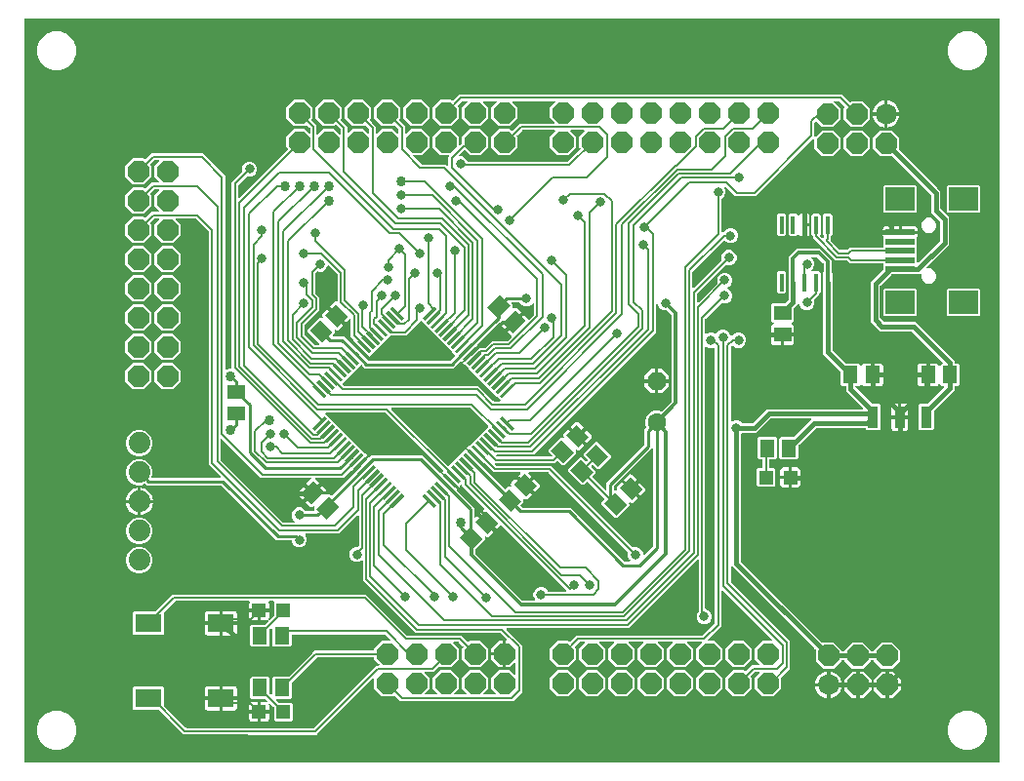
<source format=gbr>
G04 EAGLE Gerber RS-274X export*
G75*
%MOMM*%
%FSLAX34Y34*%
%LPD*%
%INTop Copper*%
%IPPOS*%
%AMOC8*
5,1,8,0,0,1.08239X$1,22.5*%
G01*
%ADD10R,1.300000X1.500000*%
%ADD11R,1.475000X0.300000*%
%ADD12R,1.500000X1.300000*%
%ADD13P,1.732040X8X112.500000*%
%ADD14C,1.600200*%
%ADD15R,1.200000X1.200000*%
%ADD16R,2.500000X0.500000*%
%ADD17R,2.500000X2.000000*%
%ADD18R,0.400000X1.499997*%
%ADD19R,0.900000X1.900000*%
%ADD20R,3.200000X1.900000*%
%ADD21P,1.979475X8X202.500000*%
%ADD22P,1.979475X8X112.500000*%
%ADD23P,1.979475X8X22.500000*%
%ADD24R,2.300000X1.600000*%
%ADD25C,1.828800*%
%ADD26C,1.879600*%
%ADD27C,0.152400*%
%ADD28C,0.254000*%
%ADD29C,0.304800*%
%ADD30C,0.808000*%
%ADD31C,0.858000*%
%ADD32C,0.406400*%

G36*
X847226Y2036D02*
X847226Y2036D01*
X847245Y2034D01*
X847347Y2056D01*
X847449Y2072D01*
X847466Y2082D01*
X847486Y2086D01*
X847575Y2139D01*
X847666Y2188D01*
X847680Y2202D01*
X847697Y2212D01*
X847764Y2291D01*
X847836Y2366D01*
X847844Y2384D01*
X847857Y2399D01*
X847896Y2495D01*
X847939Y2589D01*
X847941Y2609D01*
X847949Y2627D01*
X847967Y2794D01*
X847967Y647206D01*
X847964Y647226D01*
X847966Y647245D01*
X847944Y647347D01*
X847928Y647449D01*
X847918Y647466D01*
X847914Y647486D01*
X847861Y647575D01*
X847812Y647666D01*
X847798Y647680D01*
X847788Y647697D01*
X847709Y647764D01*
X847634Y647836D01*
X847616Y647844D01*
X847601Y647857D01*
X847505Y647896D01*
X847411Y647939D01*
X847391Y647941D01*
X847373Y647949D01*
X847206Y647967D01*
X2794Y647967D01*
X2774Y647964D01*
X2755Y647966D01*
X2653Y647944D01*
X2551Y647928D01*
X2534Y647918D01*
X2514Y647914D01*
X2425Y647861D01*
X2334Y647812D01*
X2320Y647798D01*
X2303Y647788D01*
X2236Y647709D01*
X2164Y647634D01*
X2156Y647616D01*
X2143Y647601D01*
X2104Y647505D01*
X2061Y647411D01*
X2059Y647391D01*
X2051Y647373D01*
X2033Y647206D01*
X2033Y2794D01*
X2036Y2774D01*
X2034Y2755D01*
X2056Y2653D01*
X2072Y2551D01*
X2082Y2534D01*
X2086Y2514D01*
X2139Y2425D01*
X2188Y2334D01*
X2202Y2320D01*
X2212Y2303D01*
X2291Y2236D01*
X2366Y2164D01*
X2384Y2156D01*
X2399Y2143D01*
X2495Y2104D01*
X2589Y2061D01*
X2609Y2059D01*
X2627Y2051D01*
X2794Y2033D01*
X847206Y2033D01*
X847226Y2036D01*
G37*
%LPC*%
G36*
X253964Y26069D02*
X253964Y26069D01*
X253962Y26069D01*
X252526Y26069D01*
X252488Y26073D01*
X141107Y26392D01*
X141106Y26391D01*
X141105Y26392D01*
X139951Y26392D01*
X139137Y27211D01*
X139136Y27211D01*
X139136Y27212D01*
X118903Y47444D01*
X118829Y47497D01*
X118760Y47557D01*
X118730Y47569D01*
X118704Y47588D01*
X118617Y47615D01*
X118532Y47649D01*
X118491Y47653D01*
X118469Y47660D01*
X118436Y47659D01*
X118365Y47667D01*
X97258Y47667D01*
X96067Y48858D01*
X96067Y66542D01*
X97258Y67733D01*
X121942Y67733D01*
X123133Y66542D01*
X123133Y51435D01*
X123147Y51345D01*
X123155Y51254D01*
X123167Y51224D01*
X123172Y51192D01*
X123215Y51112D01*
X123251Y51028D01*
X123277Y50996D01*
X123288Y50975D01*
X123311Y50953D01*
X123356Y50897D01*
X142053Y32200D01*
X142126Y32147D01*
X142194Y32088D01*
X142225Y32076D01*
X142252Y32056D01*
X142338Y32030D01*
X142422Y31996D01*
X142464Y31991D01*
X142487Y31984D01*
X142519Y31985D01*
X142589Y31977D01*
X252493Y31662D01*
X252584Y31677D01*
X252676Y31684D01*
X252704Y31696D01*
X252735Y31701D01*
X252817Y31744D01*
X252902Y31781D01*
X252933Y31805D01*
X252953Y31816D01*
X252976Y31839D01*
X253033Y31885D01*
X307242Y86095D01*
X309161Y86095D01*
X309232Y86106D01*
X309304Y86108D01*
X309353Y86126D01*
X309404Y86134D01*
X309467Y86168D01*
X309535Y86193D01*
X309575Y86225D01*
X309621Y86250D01*
X309671Y86302D01*
X309727Y86346D01*
X309755Y86390D01*
X309791Y86428D01*
X309821Y86493D01*
X309860Y86553D01*
X309872Y86604D01*
X309894Y86651D01*
X309902Y86722D01*
X309920Y86792D01*
X309916Y86844D01*
X309921Y86895D01*
X309906Y86966D01*
X309901Y87037D01*
X309880Y87085D01*
X309869Y87136D01*
X309832Y87197D01*
X309804Y87263D01*
X309760Y87319D01*
X309743Y87347D01*
X309725Y87362D01*
X309699Y87394D01*
X305523Y91570D01*
X305523Y92644D01*
X305522Y92655D01*
X305522Y92661D01*
X305521Y92669D01*
X305522Y92683D01*
X305500Y92785D01*
X305484Y92887D01*
X305474Y92904D01*
X305470Y92924D01*
X305417Y93013D01*
X305368Y93104D01*
X305354Y93118D01*
X305344Y93135D01*
X305265Y93202D01*
X305190Y93274D01*
X305172Y93282D01*
X305157Y93295D01*
X305061Y93334D01*
X304967Y93377D01*
X304947Y93379D01*
X304929Y93387D01*
X304762Y93405D01*
X256193Y93405D01*
X256103Y93391D01*
X256012Y93383D01*
X255982Y93371D01*
X255950Y93366D01*
X255870Y93323D01*
X255786Y93287D01*
X255754Y93261D01*
X255733Y93250D01*
X255713Y93229D01*
X255710Y93228D01*
X255706Y93223D01*
X255655Y93182D01*
X234076Y71603D01*
X234023Y71529D01*
X233963Y71460D01*
X233951Y71430D01*
X233932Y71404D01*
X233905Y71317D01*
X233871Y71232D01*
X233867Y71191D01*
X233860Y71169D01*
X233861Y71136D01*
X233853Y71065D01*
X233853Y58458D01*
X232662Y57267D01*
X220923Y57267D01*
X220852Y57256D01*
X220780Y57254D01*
X220731Y57236D01*
X220680Y57228D01*
X220617Y57194D01*
X220549Y57169D01*
X220509Y57137D01*
X220463Y57112D01*
X220413Y57061D01*
X220357Y57016D01*
X220329Y56972D01*
X220293Y56934D01*
X220263Y56869D01*
X220224Y56809D01*
X220212Y56758D01*
X220190Y56711D01*
X220182Y56640D01*
X220164Y56570D01*
X220168Y56518D01*
X220163Y56467D01*
X220178Y56396D01*
X220183Y56325D01*
X220204Y56277D01*
X220215Y56226D01*
X220252Y56165D01*
X220280Y56099D01*
X220325Y56043D01*
X220341Y56015D01*
X220359Y56000D01*
X220385Y55968D01*
X222297Y54056D01*
X222371Y54003D01*
X222440Y53943D01*
X222470Y53931D01*
X222496Y53912D01*
X222583Y53885D01*
X222668Y53851D01*
X222709Y53847D01*
X222731Y53840D01*
X222764Y53841D01*
X222835Y53833D01*
X233442Y53833D01*
X234633Y52642D01*
X234633Y38958D01*
X233442Y37767D01*
X219758Y37767D01*
X218567Y38958D01*
X218567Y49565D01*
X218553Y49655D01*
X218545Y49746D01*
X218533Y49776D01*
X218528Y49808D01*
X218485Y49889D01*
X218449Y49972D01*
X218423Y50005D01*
X218412Y50025D01*
X218389Y50047D01*
X218344Y50103D01*
X215354Y53093D01*
X215316Y53121D01*
X215283Y53156D01*
X215216Y53193D01*
X215155Y53237D01*
X215109Y53251D01*
X215067Y53274D01*
X214992Y53287D01*
X214920Y53309D01*
X214872Y53308D01*
X214824Y53316D01*
X214749Y53305D01*
X214674Y53303D01*
X214629Y53286D01*
X214581Y53279D01*
X214514Y53244D01*
X214443Y53218D01*
X214405Y53188D01*
X214363Y53166D01*
X214310Y53112D01*
X214251Y53065D01*
X214225Y53024D01*
X214191Y52990D01*
X214159Y52922D01*
X214118Y52858D01*
X214106Y52811D01*
X214085Y52768D01*
X214076Y52693D01*
X214058Y52619D01*
X214061Y52571D01*
X214056Y52524D01*
X214075Y52396D01*
X214077Y52374D01*
X214079Y52368D01*
X214081Y52358D01*
X214141Y52134D01*
X214141Y47323D01*
X207123Y47323D01*
X207123Y54341D01*
X211934Y54341D01*
X212158Y54281D01*
X212206Y54276D01*
X212251Y54262D01*
X212327Y54264D01*
X212403Y54256D01*
X212449Y54267D01*
X212497Y54268D01*
X212569Y54294D01*
X212642Y54311D01*
X212683Y54336D01*
X212728Y54353D01*
X212788Y54400D01*
X212852Y54440D01*
X212883Y54477D01*
X212920Y54507D01*
X212961Y54570D01*
X213010Y54628D01*
X213027Y54673D01*
X213053Y54713D01*
X213072Y54787D01*
X213099Y54857D01*
X213102Y54905D01*
X213113Y54952D01*
X213108Y55027D01*
X213111Y55103D01*
X213098Y55149D01*
X213094Y55197D01*
X213065Y55267D01*
X213044Y55340D01*
X213017Y55379D01*
X212998Y55423D01*
X212918Y55524D01*
X212905Y55543D01*
X212899Y55547D01*
X212893Y55554D01*
X211403Y57044D01*
X211329Y57097D01*
X211260Y57157D01*
X211230Y57169D01*
X211204Y57188D01*
X211117Y57215D01*
X211032Y57249D01*
X210991Y57253D01*
X210969Y57260D01*
X210936Y57259D01*
X210865Y57267D01*
X198978Y57267D01*
X197787Y58458D01*
X197787Y75142D01*
X198978Y76333D01*
X213662Y76333D01*
X214853Y75142D01*
X214853Y61815D01*
X214867Y61725D01*
X214875Y61634D01*
X214887Y61604D01*
X214892Y61572D01*
X214935Y61491D01*
X214971Y61408D01*
X214997Y61375D01*
X215008Y61355D01*
X215031Y61333D01*
X215076Y61277D01*
X215488Y60865D01*
X215546Y60823D01*
X215598Y60773D01*
X215619Y60764D01*
X215624Y60759D01*
X215647Y60750D01*
X215687Y60721D01*
X215756Y60700D01*
X215821Y60670D01*
X215873Y60664D01*
X215923Y60649D01*
X215994Y60651D01*
X216065Y60643D01*
X216116Y60654D01*
X216168Y60655D01*
X216236Y60680D01*
X216306Y60695D01*
X216350Y60722D01*
X216399Y60740D01*
X216455Y60784D01*
X216517Y60821D01*
X216551Y60861D01*
X216591Y60893D01*
X216630Y60954D01*
X216648Y60974D01*
X216656Y60982D01*
X216656Y60984D01*
X216677Y61008D01*
X216696Y61056D01*
X216724Y61100D01*
X216741Y61167D01*
X216759Y61205D01*
X216760Y61215D01*
X216769Y61236D01*
X216777Y61308D01*
X216785Y61339D01*
X216783Y61362D01*
X216787Y61403D01*
X216787Y75142D01*
X217978Y76333D01*
X230585Y76333D01*
X230675Y76347D01*
X230766Y76355D01*
X230796Y76367D01*
X230828Y76372D01*
X230909Y76415D01*
X230992Y76451D01*
X231025Y76477D01*
X231045Y76488D01*
X231067Y76511D01*
X231123Y76556D01*
X251702Y97135D01*
X253562Y98995D01*
X304762Y98995D01*
X304782Y98998D01*
X304801Y98996D01*
X304903Y99018D01*
X305005Y99034D01*
X305022Y99044D01*
X305042Y99048D01*
X305131Y99101D01*
X305222Y99150D01*
X305236Y99164D01*
X305253Y99174D01*
X305320Y99253D01*
X305392Y99328D01*
X305400Y99346D01*
X305413Y99361D01*
X305452Y99457D01*
X305495Y99551D01*
X305497Y99571D01*
X305505Y99589D01*
X305523Y99756D01*
X305523Y100830D01*
X312070Y107377D01*
X318783Y107377D01*
X318854Y107388D01*
X318926Y107390D01*
X318975Y107408D01*
X319026Y107416D01*
X319089Y107450D01*
X319157Y107475D01*
X319197Y107507D01*
X319243Y107532D01*
X319293Y107584D01*
X319349Y107628D01*
X319377Y107672D01*
X319413Y107710D01*
X319443Y107775D01*
X319482Y107835D01*
X319494Y107886D01*
X319516Y107933D01*
X319524Y108004D01*
X319542Y108074D01*
X319538Y108126D01*
X319543Y108177D01*
X319528Y108248D01*
X319523Y108319D01*
X319502Y108367D01*
X319491Y108418D01*
X319454Y108479D01*
X319426Y108545D01*
X319381Y108601D01*
X319365Y108629D01*
X319347Y108644D01*
X319321Y108676D01*
X315115Y112882D01*
X315041Y112935D01*
X314972Y112995D01*
X314942Y113007D01*
X314916Y113026D01*
X314828Y113053D01*
X314744Y113087D01*
X314703Y113091D01*
X314681Y113098D01*
X314648Y113097D01*
X314577Y113105D01*
X234614Y113105D01*
X234594Y113102D01*
X234575Y113104D01*
X234473Y113082D01*
X234371Y113066D01*
X234354Y113056D01*
X234334Y113052D01*
X234245Y112999D01*
X234154Y112950D01*
X234140Y112936D01*
X234123Y112926D01*
X234056Y112847D01*
X233984Y112772D01*
X233976Y112754D01*
X233963Y112739D01*
X233924Y112643D01*
X233881Y112549D01*
X233879Y112529D01*
X233871Y112511D01*
X233853Y112344D01*
X233853Y103558D01*
X232662Y102367D01*
X217978Y102367D01*
X216787Y103558D01*
X216787Y117847D01*
X216776Y117918D01*
X216774Y117990D01*
X216756Y118039D01*
X216748Y118090D01*
X216714Y118153D01*
X216689Y118221D01*
X216657Y118261D01*
X216632Y118307D01*
X216581Y118357D01*
X216536Y118413D01*
X216492Y118441D01*
X216454Y118477D01*
X216389Y118507D01*
X216329Y118546D01*
X216278Y118558D01*
X216231Y118580D01*
X216160Y118588D01*
X216090Y118606D01*
X216038Y118602D01*
X215987Y118607D01*
X215916Y118592D01*
X215845Y118587D01*
X215797Y118566D01*
X215746Y118555D01*
X215685Y118518D01*
X215619Y118490D01*
X215563Y118445D01*
X215535Y118429D01*
X215520Y118411D01*
X215488Y118385D01*
X215076Y117973D01*
X215023Y117899D01*
X214963Y117830D01*
X214951Y117800D01*
X214932Y117774D01*
X214905Y117687D01*
X214871Y117602D01*
X214867Y117561D01*
X214860Y117539D01*
X214861Y117506D01*
X214853Y117435D01*
X214853Y103558D01*
X213662Y102367D01*
X198978Y102367D01*
X197787Y103558D01*
X197787Y120242D01*
X198978Y121433D01*
X210315Y121433D01*
X210405Y121447D01*
X210496Y121455D01*
X210526Y121467D01*
X210558Y121472D01*
X210639Y121515D01*
X210722Y121551D01*
X210755Y121577D01*
X210775Y121588D01*
X210797Y121611D01*
X210853Y121656D01*
X213578Y124380D01*
X213592Y124399D01*
X213610Y124415D01*
X213663Y124499D01*
X213721Y124580D01*
X213728Y124603D01*
X213741Y124623D01*
X213764Y124719D01*
X213793Y124815D01*
X213793Y124839D01*
X213798Y124862D01*
X213790Y124961D01*
X213787Y125061D01*
X213779Y125083D01*
X213777Y125107D01*
X213737Y125198D01*
X213703Y125292D01*
X213688Y125311D01*
X213678Y125333D01*
X213611Y125406D01*
X213549Y125484D01*
X213529Y125497D01*
X213512Y125515D01*
X213426Y125563D01*
X213342Y125617D01*
X213319Y125623D01*
X213298Y125634D01*
X213200Y125652D01*
X213104Y125677D01*
X213079Y125675D01*
X213056Y125679D01*
X212957Y125665D01*
X212858Y125658D01*
X212836Y125648D01*
X212812Y125645D01*
X212659Y125577D01*
X212581Y125532D01*
X211934Y125359D01*
X207123Y125359D01*
X207123Y132377D01*
X214141Y132377D01*
X214141Y127566D01*
X213968Y126919D01*
X213923Y126841D01*
X213914Y126819D01*
X213900Y126799D01*
X213871Y126704D01*
X213836Y126611D01*
X213835Y126587D01*
X213828Y126564D01*
X213830Y126465D01*
X213827Y126366D01*
X213833Y126342D01*
X213834Y126318D01*
X213868Y126225D01*
X213896Y126130D01*
X213910Y126110D01*
X213918Y126087D01*
X213981Y126010D01*
X214038Y125928D01*
X214057Y125914D01*
X214072Y125895D01*
X214156Y125841D01*
X214236Y125783D01*
X214259Y125775D01*
X214279Y125762D01*
X214376Y125738D01*
X214470Y125708D01*
X214494Y125708D01*
X214518Y125702D01*
X214617Y125710D01*
X214716Y125711D01*
X214739Y125719D01*
X214763Y125721D01*
X214854Y125760D01*
X214948Y125793D01*
X214967Y125808D01*
X214989Y125818D01*
X215120Y125922D01*
X218344Y129147D01*
X218397Y129221D01*
X218457Y129290D01*
X218469Y129320D01*
X218488Y129346D01*
X218515Y129433D01*
X218549Y129518D01*
X218553Y129559D01*
X218560Y129581D01*
X218559Y129614D01*
X218567Y129685D01*
X218567Y140742D01*
X218631Y140806D01*
X218673Y140864D01*
X218722Y140916D01*
X218744Y140963D01*
X218775Y141005D01*
X218796Y141074D01*
X218826Y141139D01*
X218832Y141191D01*
X218847Y141241D01*
X218845Y141312D01*
X218853Y141383D01*
X218842Y141434D01*
X218841Y141486D01*
X218816Y141554D01*
X218801Y141624D01*
X218774Y141669D01*
X218756Y141717D01*
X218711Y141773D01*
X218675Y141835D01*
X218635Y141869D01*
X218602Y141909D01*
X218542Y141948D01*
X218488Y141995D01*
X218439Y142014D01*
X218396Y142042D01*
X218326Y142060D01*
X218259Y142087D01*
X218188Y142095D01*
X218157Y142103D01*
X218134Y142101D01*
X218093Y142105D01*
X214579Y142105D01*
X214485Y142090D01*
X214390Y142081D01*
X214364Y142070D01*
X214336Y142066D01*
X214252Y142021D01*
X214165Y141983D01*
X214144Y141964D01*
X214119Y141950D01*
X214053Y141881D01*
X213983Y141817D01*
X213969Y141793D01*
X213950Y141772D01*
X213909Y141686D01*
X213863Y141602D01*
X213858Y141575D01*
X213846Y141549D01*
X213835Y141454D01*
X213818Y141361D01*
X213822Y141333D01*
X213819Y141305D01*
X213839Y141211D01*
X213852Y141117D01*
X213867Y141085D01*
X213871Y141064D01*
X213873Y141062D01*
X213888Y141036D01*
X213920Y140963D01*
X213968Y140881D01*
X214141Y140234D01*
X214141Y135423D01*
X206362Y135423D01*
X206342Y135420D01*
X206323Y135422D01*
X206221Y135400D01*
X206119Y135383D01*
X206102Y135374D01*
X206082Y135370D01*
X205993Y135317D01*
X205902Y135268D01*
X205888Y135254D01*
X205871Y135244D01*
X205804Y135165D01*
X205733Y135090D01*
X205724Y135072D01*
X205711Y135057D01*
X205672Y134961D01*
X205629Y134867D01*
X205627Y134847D01*
X205619Y134829D01*
X205601Y134662D01*
X205601Y133899D01*
X205599Y133899D01*
X205599Y134662D01*
X205596Y134682D01*
X205598Y134701D01*
X205576Y134803D01*
X205559Y134905D01*
X205550Y134922D01*
X205546Y134942D01*
X205493Y135031D01*
X205444Y135122D01*
X205430Y135136D01*
X205420Y135153D01*
X205341Y135220D01*
X205266Y135291D01*
X205248Y135300D01*
X205233Y135313D01*
X205137Y135352D01*
X205043Y135395D01*
X205023Y135397D01*
X205005Y135405D01*
X204838Y135423D01*
X197059Y135423D01*
X197059Y140234D01*
X197232Y140881D01*
X197280Y140963D01*
X197314Y141053D01*
X197354Y141139D01*
X197357Y141167D01*
X197367Y141193D01*
X197371Y141289D01*
X197381Y141383D01*
X197375Y141411D01*
X197376Y141439D01*
X197349Y141531D01*
X197329Y141624D01*
X197314Y141648D01*
X197306Y141675D01*
X197252Y141753D01*
X197203Y141835D01*
X197181Y141853D01*
X197165Y141876D01*
X197088Y141933D01*
X197016Y141995D01*
X196990Y142005D01*
X196967Y142022D01*
X196876Y142051D01*
X196788Y142087D01*
X196752Y142091D01*
X196733Y142097D01*
X196700Y142097D01*
X196621Y142105D01*
X133073Y142105D01*
X132983Y142091D01*
X132892Y142083D01*
X132862Y142071D01*
X132830Y142066D01*
X132750Y142023D01*
X132666Y141987D01*
X132634Y141961D01*
X132613Y141950D01*
X132611Y141948D01*
X132610Y141948D01*
X132590Y141927D01*
X132535Y141882D01*
X123302Y132649D01*
X123290Y132633D01*
X123274Y132621D01*
X123218Y132533D01*
X123158Y132450D01*
X123152Y132431D01*
X123142Y132414D01*
X123116Y132313D01*
X123086Y132215D01*
X123086Y132195D01*
X123082Y132175D01*
X123090Y132072D01*
X123092Y131969D01*
X123099Y131950D01*
X123101Y131930D01*
X123133Y131855D01*
X123133Y114058D01*
X121942Y112867D01*
X97258Y112867D01*
X96067Y114058D01*
X96067Y131742D01*
X97258Y132933D01*
X115365Y132933D01*
X115455Y132947D01*
X115546Y132955D01*
X115576Y132967D01*
X115608Y132972D01*
X115688Y133015D01*
X115772Y133051D01*
X115804Y133077D01*
X115825Y133088D01*
X115847Y133111D01*
X115903Y133156D01*
X130442Y147695D01*
X298758Y147695D01*
X334090Y112363D01*
X334164Y112310D01*
X334233Y112250D01*
X334263Y112238D01*
X334289Y112219D01*
X334376Y112192D01*
X334461Y112158D01*
X334502Y112154D01*
X334524Y112147D01*
X334557Y112148D01*
X334628Y112140D01*
X380913Y112140D01*
X386435Y106618D01*
X386451Y106606D01*
X386463Y106590D01*
X386550Y106534D01*
X386634Y106474D01*
X386654Y106468D01*
X386670Y106457D01*
X386771Y106432D01*
X386870Y106402D01*
X386890Y106402D01*
X386909Y106397D01*
X387012Y106405D01*
X387115Y106408D01*
X387134Y106415D01*
X387154Y106416D01*
X387249Y106457D01*
X387346Y106492D01*
X387362Y106505D01*
X387380Y106513D01*
X387511Y106618D01*
X388270Y107377D01*
X397530Y107377D01*
X404077Y100830D01*
X404077Y91570D01*
X397530Y85023D01*
X388270Y85023D01*
X381723Y91570D01*
X381723Y100830D01*
X382482Y101589D01*
X382494Y101605D01*
X382510Y101617D01*
X382566Y101705D01*
X382626Y101788D01*
X382632Y101807D01*
X382643Y101824D01*
X382668Y101925D01*
X382698Y102023D01*
X382698Y102043D01*
X382703Y102063D01*
X382695Y102166D01*
X382692Y102269D01*
X382685Y102288D01*
X382684Y102308D01*
X382643Y102403D01*
X382608Y102500D01*
X382595Y102516D01*
X382587Y102534D01*
X382482Y102665D01*
X378820Y106327D01*
X378746Y106380D01*
X378677Y106440D01*
X378647Y106452D01*
X378621Y106471D01*
X378533Y106498D01*
X378449Y106532D01*
X378408Y106536D01*
X378386Y106543D01*
X378353Y106542D01*
X378282Y106550D01*
X374794Y106550D01*
X374723Y106539D01*
X374651Y106537D01*
X374602Y106519D01*
X374551Y106511D01*
X374488Y106477D01*
X374420Y106452D01*
X374380Y106420D01*
X374334Y106395D01*
X374284Y106343D01*
X374228Y106299D01*
X374200Y106255D01*
X374164Y106217D01*
X374134Y106152D01*
X374095Y106092D01*
X374083Y106041D01*
X374061Y105994D01*
X374053Y105923D01*
X374035Y105853D01*
X374039Y105801D01*
X374034Y105750D01*
X374049Y105679D01*
X374054Y105608D01*
X374075Y105560D01*
X374086Y105509D01*
X374123Y105448D01*
X374151Y105382D01*
X374195Y105326D01*
X374212Y105298D01*
X374230Y105283D01*
X374256Y105251D01*
X378677Y100830D01*
X378677Y91570D01*
X372130Y85023D01*
X362870Y85023D01*
X362643Y85250D01*
X362627Y85262D01*
X362615Y85278D01*
X362528Y85334D01*
X362444Y85394D01*
X362425Y85400D01*
X362408Y85411D01*
X362307Y85436D01*
X362209Y85466D01*
X362189Y85466D01*
X362169Y85471D01*
X362066Y85463D01*
X361963Y85460D01*
X361944Y85453D01*
X361924Y85452D01*
X361829Y85411D01*
X361732Y85376D01*
X361716Y85363D01*
X361698Y85355D01*
X361567Y85250D01*
X358682Y82365D01*
X356822Y80505D01*
X350039Y80505D01*
X349968Y80494D01*
X349896Y80492D01*
X349847Y80474D01*
X349796Y80466D01*
X349733Y80432D01*
X349665Y80407D01*
X349625Y80375D01*
X349579Y80350D01*
X349529Y80298D01*
X349473Y80254D01*
X349445Y80210D01*
X349409Y80172D01*
X349379Y80107D01*
X349340Y80047D01*
X349328Y79996D01*
X349306Y79949D01*
X349298Y79878D01*
X349280Y79808D01*
X349284Y79756D01*
X349279Y79705D01*
X349294Y79634D01*
X349299Y79563D01*
X349320Y79515D01*
X349331Y79464D01*
X349368Y79403D01*
X349396Y79337D01*
X349440Y79281D01*
X349457Y79253D01*
X349475Y79238D01*
X349501Y79206D01*
X353277Y75430D01*
X353277Y66170D01*
X349301Y62194D01*
X349259Y62136D01*
X349209Y62084D01*
X349187Y62037D01*
X349157Y61995D01*
X349136Y61926D01*
X349106Y61861D01*
X349100Y61809D01*
X349085Y61759D01*
X349086Y61688D01*
X349079Y61617D01*
X349090Y61566D01*
X349091Y61514D01*
X349116Y61446D01*
X349131Y61376D01*
X349158Y61331D01*
X349175Y61283D01*
X349220Y61227D01*
X349257Y61165D01*
X349297Y61131D01*
X349329Y61091D01*
X349389Y61052D01*
X349444Y61005D01*
X349492Y60986D01*
X349536Y60958D01*
X349606Y60940D01*
X349672Y60913D01*
X349743Y60905D01*
X349775Y60897D01*
X349798Y60899D01*
X349839Y60895D01*
X359761Y60895D01*
X359832Y60906D01*
X359904Y60908D01*
X359953Y60926D01*
X360004Y60934D01*
X360067Y60968D01*
X360135Y60993D01*
X360175Y61025D01*
X360221Y61050D01*
X360271Y61102D01*
X360327Y61146D01*
X360355Y61190D01*
X360391Y61228D01*
X360421Y61293D01*
X360460Y61353D01*
X360472Y61404D01*
X360494Y61451D01*
X360502Y61522D01*
X360520Y61592D01*
X360516Y61644D01*
X360521Y61695D01*
X360506Y61766D01*
X360501Y61837D01*
X360480Y61885D01*
X360469Y61936D01*
X360432Y61997D01*
X360404Y62063D01*
X360360Y62119D01*
X360343Y62147D01*
X360325Y62162D01*
X360299Y62194D01*
X356323Y66170D01*
X356323Y75430D01*
X362870Y81977D01*
X372130Y81977D01*
X378677Y75430D01*
X378677Y66170D01*
X374701Y62194D01*
X374659Y62136D01*
X374609Y62084D01*
X374587Y62037D01*
X374557Y61995D01*
X374536Y61926D01*
X374506Y61861D01*
X374500Y61809D01*
X374485Y61759D01*
X374486Y61688D01*
X374479Y61617D01*
X374490Y61566D01*
X374491Y61514D01*
X374516Y61446D01*
X374531Y61376D01*
X374558Y61331D01*
X374575Y61283D01*
X374620Y61227D01*
X374657Y61165D01*
X374697Y61131D01*
X374729Y61091D01*
X374789Y61052D01*
X374844Y61005D01*
X374892Y60986D01*
X374936Y60958D01*
X375006Y60940D01*
X375072Y60913D01*
X375143Y60905D01*
X375175Y60897D01*
X375198Y60899D01*
X375239Y60895D01*
X385161Y60895D01*
X385232Y60906D01*
X385304Y60908D01*
X385353Y60926D01*
X385404Y60934D01*
X385467Y60968D01*
X385535Y60993D01*
X385575Y61025D01*
X385621Y61050D01*
X385671Y61102D01*
X385727Y61146D01*
X385755Y61190D01*
X385791Y61228D01*
X385821Y61293D01*
X385860Y61353D01*
X385872Y61404D01*
X385894Y61451D01*
X385902Y61522D01*
X385920Y61592D01*
X385916Y61644D01*
X385921Y61695D01*
X385906Y61766D01*
X385901Y61837D01*
X385880Y61885D01*
X385869Y61936D01*
X385832Y61997D01*
X385804Y62063D01*
X385760Y62119D01*
X385743Y62147D01*
X385725Y62162D01*
X385699Y62194D01*
X381723Y66170D01*
X381723Y75430D01*
X388270Y81977D01*
X397530Y81977D01*
X404077Y75430D01*
X404077Y66170D01*
X400101Y62194D01*
X400059Y62136D01*
X400009Y62084D01*
X399987Y62037D01*
X399957Y61995D01*
X399936Y61926D01*
X399906Y61861D01*
X399900Y61809D01*
X399885Y61759D01*
X399886Y61688D01*
X399879Y61617D01*
X399890Y61566D01*
X399891Y61514D01*
X399916Y61446D01*
X399931Y61376D01*
X399958Y61331D01*
X399975Y61283D01*
X400020Y61227D01*
X400057Y61165D01*
X400097Y61131D01*
X400129Y61091D01*
X400189Y61052D01*
X400244Y61005D01*
X400292Y60986D01*
X400336Y60958D01*
X400406Y60940D01*
X400472Y60913D01*
X400543Y60905D01*
X400575Y60897D01*
X400598Y60899D01*
X400639Y60895D01*
X410561Y60895D01*
X410632Y60906D01*
X410704Y60908D01*
X410753Y60926D01*
X410804Y60934D01*
X410867Y60968D01*
X410935Y60993D01*
X410975Y61025D01*
X411021Y61050D01*
X411071Y61102D01*
X411127Y61146D01*
X411155Y61190D01*
X411191Y61228D01*
X411221Y61293D01*
X411260Y61353D01*
X411272Y61404D01*
X411294Y61451D01*
X411302Y61522D01*
X411320Y61592D01*
X411316Y61644D01*
X411321Y61695D01*
X411306Y61766D01*
X411301Y61837D01*
X411280Y61885D01*
X411269Y61936D01*
X411232Y61997D01*
X411204Y62063D01*
X411160Y62119D01*
X411143Y62147D01*
X411125Y62162D01*
X411099Y62194D01*
X407123Y66170D01*
X407123Y75430D01*
X413670Y81977D01*
X422930Y81977D01*
X426906Y78001D01*
X426964Y77959D01*
X427016Y77909D01*
X427063Y77887D01*
X427105Y77857D01*
X427174Y77836D01*
X427239Y77806D01*
X427291Y77800D01*
X427341Y77785D01*
X427412Y77786D01*
X427483Y77779D01*
X427534Y77790D01*
X427586Y77791D01*
X427654Y77816D01*
X427724Y77831D01*
X427769Y77858D01*
X427817Y77875D01*
X427873Y77920D01*
X427935Y77957D01*
X427969Y77997D01*
X428009Y78029D01*
X428048Y78089D01*
X428095Y78144D01*
X428114Y78192D01*
X428142Y78236D01*
X428160Y78306D01*
X428187Y78372D01*
X428195Y78443D01*
X428203Y78475D01*
X428201Y78498D01*
X428205Y78539D01*
X428205Y87743D01*
X428194Y87813D01*
X428192Y87885D01*
X428174Y87934D01*
X428166Y87986D01*
X428132Y88049D01*
X428107Y88116D01*
X428075Y88157D01*
X428050Y88203D01*
X427998Y88252D01*
X427954Y88308D01*
X427910Y88336D01*
X427872Y88372D01*
X427807Y88402D01*
X427747Y88441D01*
X427696Y88454D01*
X427649Y88476D01*
X427578Y88484D01*
X427508Y88501D01*
X427456Y88497D01*
X427405Y88503D01*
X427334Y88488D01*
X427263Y88482D01*
X427215Y88462D01*
X427164Y88451D01*
X427103Y88414D01*
X427037Y88386D01*
X426981Y88341D01*
X426953Y88325D01*
X426938Y88307D01*
X426906Y88281D01*
X423140Y84515D01*
X419823Y84515D01*
X419823Y95438D01*
X419820Y95458D01*
X419822Y95477D01*
X419800Y95579D01*
X419783Y95681D01*
X419774Y95698D01*
X419770Y95718D01*
X419717Y95807D01*
X419668Y95898D01*
X419654Y95912D01*
X419644Y95929D01*
X419565Y95996D01*
X419490Y96067D01*
X419472Y96076D01*
X419457Y96089D01*
X419361Y96127D01*
X419267Y96171D01*
X419247Y96173D01*
X419229Y96181D01*
X419062Y96199D01*
X418299Y96199D01*
X418299Y96201D01*
X419062Y96201D01*
X419082Y96204D01*
X419101Y96202D01*
X419203Y96224D01*
X419305Y96241D01*
X419322Y96250D01*
X419342Y96254D01*
X419431Y96307D01*
X419522Y96356D01*
X419536Y96370D01*
X419553Y96380D01*
X419620Y96459D01*
X419691Y96534D01*
X419700Y96552D01*
X419713Y96567D01*
X419752Y96663D01*
X419795Y96757D01*
X419797Y96777D01*
X419805Y96795D01*
X419823Y96962D01*
X419823Y107885D01*
X419875Y107885D01*
X419946Y107896D01*
X420018Y107898D01*
X420067Y107916D01*
X420118Y107924D01*
X420181Y107958D01*
X420249Y107983D01*
X420289Y108015D01*
X420335Y108040D01*
X420385Y108091D01*
X420441Y108136D01*
X420469Y108180D01*
X420505Y108218D01*
X420535Y108283D01*
X420574Y108343D01*
X420586Y108394D01*
X420608Y108441D01*
X420616Y108512D01*
X420634Y108582D01*
X420630Y108634D01*
X420635Y108685D01*
X420620Y108756D01*
X420615Y108827D01*
X420594Y108875D01*
X420583Y108926D01*
X420546Y108987D01*
X420518Y109053D01*
X420473Y109109D01*
X420457Y109137D01*
X420439Y109152D01*
X420413Y109184D01*
X415460Y114137D01*
X415386Y114190D01*
X415317Y114250D01*
X415287Y114262D01*
X415261Y114281D01*
X415173Y114308D01*
X415089Y114342D01*
X415048Y114346D01*
X415026Y114353D01*
X414993Y114352D01*
X414922Y114360D01*
X341247Y114360D01*
X295617Y159990D01*
X295617Y176368D01*
X295615Y176384D01*
X295616Y176398D01*
X295605Y176448D01*
X295604Y176511D01*
X295586Y176559D01*
X295578Y176611D01*
X295565Y176634D01*
X295564Y176639D01*
X295552Y176659D01*
X295544Y176674D01*
X295519Y176742D01*
X295487Y176782D01*
X295462Y176828D01*
X295410Y176877D01*
X295365Y176934D01*
X295322Y176962D01*
X295284Y176997D01*
X295219Y177028D01*
X295158Y177066D01*
X295108Y177079D01*
X295061Y177101D01*
X294990Y177109D01*
X294920Y177126D01*
X294868Y177122D01*
X294817Y177128D01*
X294746Y177113D01*
X294675Y177107D01*
X294627Y177087D01*
X294576Y177076D01*
X294514Y177039D01*
X294448Y177011D01*
X294431Y176997D01*
X291974Y175979D01*
X289356Y175979D01*
X286937Y176981D01*
X285086Y178832D01*
X284084Y181251D01*
X284084Y183869D01*
X285086Y186288D01*
X286937Y188139D01*
X289356Y189141D01*
X291300Y189141D01*
X291320Y189144D01*
X291339Y189142D01*
X291441Y189164D01*
X291543Y189180D01*
X291560Y189190D01*
X291580Y189194D01*
X291669Y189247D01*
X291760Y189296D01*
X291774Y189310D01*
X291791Y189320D01*
X291858Y189399D01*
X291930Y189474D01*
X291938Y189492D01*
X291951Y189507D01*
X291990Y189603D01*
X292033Y189697D01*
X292035Y189717D01*
X292043Y189735D01*
X292061Y189902D01*
X292061Y216266D01*
X292050Y216337D01*
X292048Y216409D01*
X292030Y216458D01*
X292022Y216509D01*
X291988Y216572D01*
X291963Y216640D01*
X291931Y216680D01*
X291906Y216726D01*
X291854Y216776D01*
X291810Y216832D01*
X291766Y216860D01*
X291728Y216896D01*
X291663Y216926D01*
X291603Y216965D01*
X291552Y216977D01*
X291505Y216999D01*
X291434Y217007D01*
X291364Y217025D01*
X291312Y217021D01*
X291261Y217026D01*
X291190Y217011D01*
X291119Y217006D01*
X291071Y216985D01*
X291020Y216974D01*
X290959Y216937D01*
X290893Y216909D01*
X290837Y216864D01*
X290809Y216848D01*
X290794Y216830D01*
X290762Y216804D01*
X276538Y202580D01*
X274678Y200720D01*
X246184Y200720D01*
X246113Y200709D01*
X246042Y200707D01*
X245993Y200689D01*
X245941Y200681D01*
X245878Y200647D01*
X245811Y200622D01*
X245770Y200590D01*
X245724Y200565D01*
X245675Y200513D01*
X245619Y200469D01*
X245591Y200425D01*
X245555Y200387D01*
X245524Y200322D01*
X245486Y200262D01*
X245473Y200211D01*
X245451Y200164D01*
X245443Y200093D01*
X245426Y200023D01*
X245430Y199971D01*
X245424Y199920D01*
X245439Y199849D01*
X245445Y199778D01*
X245465Y199730D01*
X245476Y199679D01*
X245513Y199618D01*
X245541Y199552D01*
X245586Y199496D01*
X245602Y199468D01*
X245603Y199467D01*
X245604Y199467D01*
X245620Y199452D01*
X245646Y199421D01*
X246079Y198988D01*
X247081Y196569D01*
X247081Y193951D01*
X246079Y191532D01*
X244228Y189681D01*
X241809Y188679D01*
X239191Y188679D01*
X236772Y189681D01*
X234921Y191532D01*
X233919Y193951D01*
X233919Y194371D01*
X233916Y194391D01*
X233918Y194410D01*
X233896Y194512D01*
X233880Y194614D01*
X233870Y194631D01*
X233866Y194651D01*
X233813Y194740D01*
X233764Y194831D01*
X233750Y194845D01*
X233740Y194862D01*
X233661Y194929D01*
X233586Y195001D01*
X233568Y195009D01*
X233553Y195022D01*
X233457Y195061D01*
X233363Y195104D01*
X233343Y195106D01*
X233325Y195114D01*
X233158Y195132D01*
X220426Y195132D01*
X173184Y242374D01*
X173110Y242427D01*
X173040Y242487D01*
X173010Y242499D01*
X172984Y242518D01*
X172897Y242545D01*
X172812Y242579D01*
X172771Y242583D01*
X172749Y242590D01*
X172717Y242589D01*
X172645Y242597D01*
X108332Y242597D01*
X107406Y243524D01*
X107311Y243592D01*
X107217Y243662D01*
X107211Y243664D01*
X107206Y243667D01*
X107095Y243701D01*
X106983Y243738D01*
X106977Y243738D01*
X106971Y243740D01*
X106854Y243736D01*
X106737Y243735D01*
X106730Y243733D01*
X106725Y243733D01*
X106708Y243727D01*
X106576Y243689D01*
X103874Y242569D01*
X99326Y242569D01*
X95125Y244310D01*
X91910Y247525D01*
X90169Y251726D01*
X90169Y256274D01*
X91910Y260475D01*
X95125Y263690D01*
X99326Y265431D01*
X103874Y265431D01*
X108075Y263690D01*
X111290Y260475D01*
X113031Y256274D01*
X113031Y251726D01*
X112421Y250255D01*
X112411Y250211D01*
X112392Y250169D01*
X112383Y250092D01*
X112365Y250016D01*
X112370Y249970D01*
X112364Y249925D01*
X112381Y249848D01*
X112388Y249771D01*
X112407Y249729D01*
X112417Y249684D01*
X112457Y249617D01*
X112488Y249546D01*
X112519Y249512D01*
X112543Y249473D01*
X112602Y249422D01*
X112655Y249365D01*
X112695Y249343D01*
X112730Y249313D01*
X112802Y249284D01*
X112870Y249247D01*
X112915Y249238D01*
X112958Y249221D01*
X113094Y249206D01*
X113112Y249203D01*
X113117Y249204D01*
X113125Y249203D01*
X171877Y249203D01*
X171948Y249214D01*
X172020Y249216D01*
X172069Y249234D01*
X172120Y249242D01*
X172183Y249276D01*
X172251Y249301D01*
X172291Y249333D01*
X172337Y249358D01*
X172387Y249410D01*
X172443Y249454D01*
X172471Y249498D01*
X172507Y249536D01*
X172537Y249601D01*
X172576Y249661D01*
X172588Y249712D01*
X172610Y249759D01*
X172618Y249830D01*
X172636Y249900D01*
X172632Y249952D01*
X172637Y250003D01*
X172622Y250074D01*
X172617Y250145D01*
X172596Y250193D01*
X172585Y250244D01*
X172548Y250305D01*
X172520Y250371D01*
X172475Y250427D01*
X172459Y250455D01*
X172441Y250470D01*
X172415Y250502D01*
X163923Y258995D01*
X162063Y260855D01*
X162063Y462469D01*
X162048Y462559D01*
X162041Y462650D01*
X162028Y462680D01*
X162023Y462712D01*
X161980Y462793D01*
X161945Y462877D01*
X161919Y462909D01*
X161908Y462929D01*
X161885Y462952D01*
X161840Y463008D01*
X150665Y474182D01*
X150591Y474235D01*
X150522Y474295D01*
X150492Y474307D01*
X150466Y474326D01*
X150379Y474353D01*
X150294Y474387D01*
X150253Y474391D01*
X150231Y474398D01*
X150198Y474397D01*
X150127Y474405D01*
X133939Y474405D01*
X133868Y474394D01*
X133796Y474392D01*
X133747Y474374D01*
X133696Y474366D01*
X133633Y474332D01*
X133565Y474307D01*
X133525Y474275D01*
X133479Y474250D01*
X133429Y474198D01*
X133373Y474154D01*
X133345Y474110D01*
X133309Y474072D01*
X133279Y474007D01*
X133240Y473947D01*
X133228Y473896D01*
X133206Y473849D01*
X133198Y473778D01*
X133180Y473708D01*
X133184Y473656D01*
X133179Y473605D01*
X133194Y473534D01*
X133199Y473463D01*
X133220Y473415D01*
X133231Y473364D01*
X133268Y473303D01*
X133296Y473237D01*
X133340Y473181D01*
X133357Y473153D01*
X133375Y473138D01*
X133401Y473106D01*
X137377Y469130D01*
X137377Y459870D01*
X130830Y453323D01*
X121570Y453323D01*
X115023Y459870D01*
X115023Y469130D01*
X118999Y473106D01*
X119041Y473164D01*
X119091Y473216D01*
X119113Y473263D01*
X119143Y473305D01*
X119164Y473374D01*
X119194Y473439D01*
X119200Y473491D01*
X119215Y473541D01*
X119214Y473612D01*
X119221Y473683D01*
X119210Y473734D01*
X119209Y473786D01*
X119184Y473854D01*
X119169Y473924D01*
X119142Y473969D01*
X119125Y474017D01*
X119080Y474073D01*
X119043Y474135D01*
X119003Y474169D01*
X118971Y474209D01*
X118911Y474248D01*
X118856Y474295D01*
X118808Y474314D01*
X118764Y474342D01*
X118694Y474360D01*
X118628Y474387D01*
X118557Y474395D01*
X118525Y474403D01*
X118502Y474401D01*
X118461Y474405D01*
X114973Y474405D01*
X114883Y474391D01*
X114792Y474383D01*
X114762Y474371D01*
X114730Y474366D01*
X114650Y474323D01*
X114566Y474287D01*
X114533Y474261D01*
X114513Y474250D01*
X114491Y474227D01*
X114435Y474182D01*
X111218Y470965D01*
X111206Y470949D01*
X111190Y470937D01*
X111134Y470850D01*
X111074Y470766D01*
X111068Y470746D01*
X111057Y470730D01*
X111032Y470629D01*
X111002Y470530D01*
X111002Y470510D01*
X110997Y470491D01*
X111005Y470388D01*
X111008Y470285D01*
X111015Y470266D01*
X111016Y470246D01*
X111057Y470151D01*
X111092Y470054D01*
X111105Y470038D01*
X111113Y470020D01*
X111218Y469889D01*
X111977Y469130D01*
X111977Y459870D01*
X105430Y453323D01*
X96170Y453323D01*
X89623Y459870D01*
X89623Y469130D01*
X96170Y475677D01*
X105430Y475677D01*
X106189Y474918D01*
X106205Y474906D01*
X106217Y474890D01*
X106305Y474834D01*
X106388Y474774D01*
X106407Y474768D01*
X106424Y474757D01*
X106525Y474732D01*
X106623Y474702D01*
X106643Y474702D01*
X106663Y474697D01*
X106766Y474705D01*
X106869Y474708D01*
X106888Y474715D01*
X106908Y474716D01*
X107003Y474757D01*
X107100Y474792D01*
X107116Y474805D01*
X107134Y474813D01*
X107265Y474918D01*
X112342Y479995D01*
X118461Y479995D01*
X118532Y480006D01*
X118604Y480008D01*
X118653Y480026D01*
X118704Y480034D01*
X118767Y480068D01*
X118835Y480093D01*
X118875Y480125D01*
X118921Y480150D01*
X118971Y480202D01*
X119027Y480246D01*
X119055Y480290D01*
X119091Y480328D01*
X119121Y480393D01*
X119160Y480453D01*
X119172Y480504D01*
X119194Y480551D01*
X119202Y480622D01*
X119220Y480692D01*
X119216Y480744D01*
X119221Y480795D01*
X119206Y480866D01*
X119201Y480937D01*
X119180Y480985D01*
X119169Y481036D01*
X119132Y481097D01*
X119104Y481163D01*
X119060Y481219D01*
X119043Y481247D01*
X119025Y481262D01*
X118999Y481294D01*
X115023Y485270D01*
X115023Y494530D01*
X118999Y498506D01*
X119041Y498564D01*
X119091Y498616D01*
X119113Y498663D01*
X119143Y498705D01*
X119164Y498774D01*
X119194Y498839D01*
X119200Y498891D01*
X119215Y498941D01*
X119214Y499012D01*
X119221Y499083D01*
X119210Y499134D01*
X119209Y499186D01*
X119184Y499254D01*
X119169Y499324D01*
X119142Y499369D01*
X119125Y499417D01*
X119080Y499473D01*
X119043Y499535D01*
X119003Y499569D01*
X118971Y499609D01*
X118911Y499648D01*
X118856Y499695D01*
X118808Y499714D01*
X118764Y499742D01*
X118694Y499760D01*
X118628Y499787D01*
X118557Y499795D01*
X118525Y499803D01*
X118502Y499801D01*
X118461Y499805D01*
X114973Y499805D01*
X114883Y499791D01*
X114792Y499783D01*
X114762Y499771D01*
X114730Y499766D01*
X114650Y499723D01*
X114566Y499687D01*
X114533Y499661D01*
X114513Y499650D01*
X114491Y499627D01*
X114435Y499582D01*
X111218Y496365D01*
X111206Y496349D01*
X111190Y496337D01*
X111134Y496250D01*
X111074Y496166D01*
X111068Y496146D01*
X111057Y496130D01*
X111032Y496029D01*
X111002Y495930D01*
X111002Y495910D01*
X110997Y495891D01*
X111005Y495788D01*
X111008Y495685D01*
X111015Y495666D01*
X111016Y495646D01*
X111057Y495551D01*
X111092Y495454D01*
X111105Y495438D01*
X111113Y495420D01*
X111218Y495289D01*
X111977Y494530D01*
X111977Y485270D01*
X105430Y478723D01*
X96170Y478723D01*
X89623Y485270D01*
X89623Y494530D01*
X96170Y501077D01*
X105430Y501077D01*
X106189Y500318D01*
X106205Y500306D01*
X106217Y500290D01*
X106305Y500234D01*
X106388Y500174D01*
X106407Y500168D01*
X106424Y500157D01*
X106525Y500132D01*
X106623Y500102D01*
X106643Y500102D01*
X106663Y500097D01*
X106766Y500105D01*
X106869Y500108D01*
X106888Y500115D01*
X106908Y500116D01*
X107003Y500157D01*
X107100Y500192D01*
X107116Y500205D01*
X107134Y500213D01*
X107265Y500318D01*
X112342Y505395D01*
X118461Y505395D01*
X118532Y505406D01*
X118604Y505408D01*
X118653Y505426D01*
X118704Y505434D01*
X118767Y505468D01*
X118835Y505493D01*
X118875Y505525D01*
X118921Y505550D01*
X118971Y505602D01*
X119027Y505646D01*
X119055Y505690D01*
X119091Y505728D01*
X119121Y505793D01*
X119160Y505853D01*
X119172Y505904D01*
X119194Y505951D01*
X119202Y506022D01*
X119220Y506092D01*
X119216Y506144D01*
X119221Y506195D01*
X119206Y506266D01*
X119201Y506337D01*
X119180Y506385D01*
X119169Y506436D01*
X119132Y506497D01*
X119104Y506563D01*
X119060Y506619D01*
X119043Y506647D01*
X119025Y506662D01*
X118999Y506694D01*
X115023Y510670D01*
X115023Y519930D01*
X118999Y523906D01*
X119041Y523964D01*
X119091Y524016D01*
X119113Y524063D01*
X119143Y524105D01*
X119164Y524174D01*
X119194Y524239D01*
X119200Y524291D01*
X119215Y524341D01*
X119214Y524412D01*
X119221Y524483D01*
X119210Y524534D01*
X119209Y524586D01*
X119184Y524654D01*
X119169Y524724D01*
X119142Y524769D01*
X119125Y524817D01*
X119080Y524873D01*
X119043Y524935D01*
X119003Y524969D01*
X118971Y525009D01*
X118911Y525048D01*
X118856Y525095D01*
X118808Y525114D01*
X118764Y525142D01*
X118694Y525160D01*
X118628Y525187D01*
X118557Y525195D01*
X118525Y525203D01*
X118502Y525201D01*
X118461Y525205D01*
X114973Y525205D01*
X114883Y525191D01*
X114792Y525183D01*
X114762Y525171D01*
X114730Y525166D01*
X114650Y525123D01*
X114566Y525087D01*
X114533Y525061D01*
X114513Y525050D01*
X114491Y525027D01*
X114435Y524982D01*
X111218Y521765D01*
X111206Y521749D01*
X111190Y521737D01*
X111134Y521650D01*
X111074Y521566D01*
X111068Y521546D01*
X111057Y521530D01*
X111032Y521429D01*
X111002Y521330D01*
X111002Y521310D01*
X110997Y521291D01*
X111005Y521188D01*
X111008Y521085D01*
X111015Y521066D01*
X111016Y521046D01*
X111057Y520951D01*
X111092Y520854D01*
X111105Y520838D01*
X111113Y520820D01*
X111192Y520720D01*
X111196Y520714D01*
X111200Y520711D01*
X111218Y520689D01*
X111977Y519930D01*
X111977Y510670D01*
X105430Y504123D01*
X96170Y504123D01*
X89623Y510670D01*
X89623Y519930D01*
X96170Y526477D01*
X105430Y526477D01*
X106189Y525718D01*
X106205Y525706D01*
X106217Y525690D01*
X106305Y525634D01*
X106388Y525574D01*
X106407Y525568D01*
X106424Y525557D01*
X106525Y525532D01*
X106623Y525502D01*
X106643Y525502D01*
X106663Y525497D01*
X106766Y525505D01*
X106869Y525508D01*
X106888Y525515D01*
X106908Y525516D01*
X107003Y525557D01*
X107100Y525592D01*
X107116Y525605D01*
X107134Y525613D01*
X107265Y525718D01*
X112342Y530795D01*
X156941Y530795D01*
X176263Y511473D01*
X176263Y344046D01*
X176270Y344000D01*
X176268Y343955D01*
X176290Y343880D01*
X176302Y343803D01*
X176324Y343762D01*
X176337Y343718D01*
X176381Y343654D01*
X176418Y343586D01*
X176451Y343554D01*
X176477Y343516D01*
X176539Y343470D01*
X176596Y343416D01*
X176638Y343397D01*
X176674Y343369D01*
X176748Y343345D01*
X176819Y343313D01*
X176865Y343308D01*
X176908Y343293D01*
X176986Y343294D01*
X177063Y343285D01*
X177108Y343295D01*
X177154Y343296D01*
X177286Y343334D01*
X177304Y343338D01*
X177308Y343340D01*
X177315Y343342D01*
X179701Y344331D01*
X181064Y344331D01*
X181084Y344334D01*
X181103Y344332D01*
X181205Y344354D01*
X181307Y344370D01*
X181324Y344380D01*
X181344Y344384D01*
X181433Y344437D01*
X181524Y344486D01*
X181538Y344500D01*
X181555Y344510D01*
X181622Y344589D01*
X181694Y344664D01*
X181702Y344682D01*
X181715Y344697D01*
X181754Y344793D01*
X181797Y344887D01*
X181799Y344907D01*
X181807Y344925D01*
X181825Y345092D01*
X181825Y505663D01*
X190766Y514603D01*
X190812Y514667D01*
X190831Y514687D01*
X190839Y514705D01*
X190904Y514792D01*
X190906Y514798D01*
X190910Y514803D01*
X190944Y514915D01*
X190980Y515026D01*
X190980Y515032D01*
X190982Y515038D01*
X190979Y515155D01*
X190978Y515272D01*
X190976Y515279D01*
X190976Y515284D01*
X190969Y515302D01*
X190931Y515433D01*
X190739Y515896D01*
X190739Y518514D01*
X191741Y520933D01*
X193592Y522784D01*
X196011Y523786D01*
X198629Y523786D01*
X201048Y522784D01*
X202899Y520933D01*
X203901Y518514D01*
X203901Y515896D01*
X202899Y513477D01*
X201048Y511626D01*
X198629Y510624D01*
X196011Y510624D01*
X195548Y510816D01*
X195435Y510843D01*
X195321Y510871D01*
X195315Y510871D01*
X195309Y510872D01*
X195192Y510861D01*
X195076Y510852D01*
X195070Y510850D01*
X195064Y510849D01*
X194956Y510801D01*
X194849Y510756D01*
X194844Y510751D01*
X194839Y510749D01*
X194825Y510736D01*
X194718Y510651D01*
X187638Y503570D01*
X187585Y503496D01*
X187525Y503427D01*
X187513Y503397D01*
X187494Y503371D01*
X187467Y503284D01*
X187433Y503199D01*
X187429Y503158D01*
X187422Y503136D01*
X187423Y503103D01*
X187415Y503032D01*
X187415Y492770D01*
X187426Y492699D01*
X187428Y492627D01*
X187446Y492578D01*
X187454Y492527D01*
X187488Y492464D01*
X187513Y492396D01*
X187545Y492356D01*
X187570Y492310D01*
X187621Y492260D01*
X187666Y492204D01*
X187710Y492176D01*
X187748Y492140D01*
X187813Y492110D01*
X187873Y492071D01*
X187924Y492059D01*
X187971Y492037D01*
X188042Y492029D01*
X188112Y492011D01*
X188164Y492015D01*
X188215Y492010D01*
X188286Y492025D01*
X188357Y492030D01*
X188405Y492051D01*
X188456Y492062D01*
X188517Y492099D01*
X188583Y492127D01*
X188639Y492172D01*
X188667Y492188D01*
X188682Y492206D01*
X188714Y492232D01*
X230400Y533917D01*
X230412Y533933D01*
X230427Y533946D01*
X230483Y534033D01*
X230543Y534117D01*
X230549Y534136D01*
X230560Y534153D01*
X230585Y534253D01*
X230616Y534352D01*
X230615Y534372D01*
X230620Y534391D01*
X230612Y534494D01*
X230609Y534598D01*
X230603Y534617D01*
X230601Y534637D01*
X230561Y534731D01*
X230525Y534829D01*
X230513Y534845D01*
X230505Y534863D01*
X230400Y534994D01*
X229323Y536070D01*
X229323Y545330D01*
X235870Y551877D01*
X245130Y551877D01*
X248598Y548409D01*
X248656Y548367D01*
X248708Y548317D01*
X248755Y548295D01*
X248797Y548265D01*
X248866Y548244D01*
X248931Y548214D01*
X248983Y548208D01*
X249033Y548193D01*
X249104Y548194D01*
X249175Y548187D01*
X249226Y548198D01*
X249278Y548199D01*
X249346Y548224D01*
X249416Y548239D01*
X249461Y548266D01*
X249509Y548283D01*
X249565Y548328D01*
X249627Y548365D01*
X249661Y548405D01*
X249701Y548437D01*
X249740Y548497D01*
X249787Y548552D01*
X249806Y548600D01*
X249834Y548644D01*
X249852Y548714D01*
X249879Y548780D01*
X249887Y548851D01*
X249895Y548883D01*
X249893Y548906D01*
X249897Y548947D01*
X249897Y552435D01*
X249895Y552447D01*
X249896Y552456D01*
X249887Y552500D01*
X249883Y552525D01*
X249875Y552616D01*
X249863Y552646D01*
X249858Y552678D01*
X249815Y552758D01*
X249779Y552842D01*
X249753Y552875D01*
X249742Y552895D01*
X249719Y552917D01*
X249674Y552973D01*
X246965Y555682D01*
X246949Y555694D01*
X246937Y555710D01*
X246850Y555766D01*
X246766Y555826D01*
X246746Y555832D01*
X246730Y555843D01*
X246629Y555868D01*
X246530Y555898D01*
X246510Y555898D01*
X246491Y555903D01*
X246388Y555895D01*
X246285Y555892D01*
X246266Y555885D01*
X246246Y555884D01*
X246151Y555843D01*
X246054Y555808D01*
X246038Y555795D01*
X246020Y555787D01*
X245889Y555682D01*
X245130Y554923D01*
X235870Y554923D01*
X229323Y561470D01*
X229323Y570730D01*
X235870Y577277D01*
X245130Y577277D01*
X251677Y570730D01*
X251677Y561470D01*
X250918Y560711D01*
X250906Y560695D01*
X250890Y560683D01*
X250834Y560595D01*
X250774Y560512D01*
X250768Y560493D01*
X250757Y560476D01*
X250732Y560375D01*
X250702Y560277D01*
X250702Y560257D01*
X250697Y560237D01*
X250705Y560134D01*
X250708Y560031D01*
X250715Y560012D01*
X250716Y559992D01*
X250757Y559897D01*
X250792Y559800D01*
X250805Y559784D01*
X250813Y559766D01*
X250918Y559635D01*
X255487Y555066D01*
X255487Y547931D01*
X255498Y547860D01*
X255500Y547788D01*
X255518Y547739D01*
X255526Y547688D01*
X255560Y547625D01*
X255585Y547557D01*
X255617Y547517D01*
X255642Y547471D01*
X255694Y547421D01*
X255738Y547365D01*
X255782Y547337D01*
X255820Y547301D01*
X255885Y547271D01*
X255945Y547232D01*
X255996Y547220D01*
X256043Y547198D01*
X256114Y547190D01*
X256184Y547172D01*
X256236Y547176D01*
X256287Y547171D01*
X256358Y547186D01*
X256429Y547191D01*
X256477Y547212D01*
X256528Y547223D01*
X256589Y547260D01*
X256655Y547288D01*
X256711Y547332D01*
X256739Y547349D01*
X256754Y547367D01*
X256786Y547393D01*
X261270Y551877D01*
X270530Y551877D01*
X275014Y547393D01*
X275072Y547351D01*
X275124Y547301D01*
X275171Y547279D01*
X275213Y547249D01*
X275282Y547228D01*
X275347Y547198D01*
X275399Y547192D01*
X275449Y547177D01*
X275520Y547178D01*
X275591Y547171D01*
X275642Y547182D01*
X275694Y547183D01*
X275762Y547208D01*
X275832Y547223D01*
X275877Y547250D01*
X275925Y547267D01*
X275981Y547312D01*
X276043Y547349D01*
X276077Y547389D01*
X276117Y547421D01*
X276156Y547481D01*
X276203Y547536D01*
X276222Y547584D01*
X276250Y547628D01*
X276268Y547698D01*
X276295Y547764D01*
X276303Y547835D01*
X276311Y547867D01*
X276309Y547890D01*
X276313Y547931D01*
X276313Y551419D01*
X276299Y551509D01*
X276291Y551600D01*
X276279Y551630D01*
X276274Y551662D01*
X276231Y551742D01*
X276195Y551826D01*
X276169Y551858D01*
X276158Y551879D01*
X276135Y551901D01*
X276090Y551957D01*
X272365Y555682D01*
X272349Y555694D01*
X272337Y555710D01*
X272250Y555766D01*
X272166Y555826D01*
X272146Y555832D01*
X272130Y555843D01*
X272029Y555868D01*
X271930Y555898D01*
X271910Y555898D01*
X271891Y555903D01*
X271788Y555895D01*
X271685Y555892D01*
X271666Y555885D01*
X271646Y555884D01*
X271551Y555843D01*
X271454Y555808D01*
X271438Y555795D01*
X271420Y555787D01*
X271289Y555682D01*
X270530Y554923D01*
X261270Y554923D01*
X254723Y561470D01*
X254723Y570730D01*
X261270Y577277D01*
X270530Y577277D01*
X277077Y570730D01*
X277077Y561470D01*
X276318Y560711D01*
X276306Y560695D01*
X276290Y560683D01*
X276234Y560595D01*
X276174Y560512D01*
X276168Y560493D01*
X276157Y560476D01*
X276132Y560375D01*
X276102Y560277D01*
X276102Y560257D01*
X276097Y560237D01*
X276105Y560134D01*
X276108Y560031D01*
X276115Y560012D01*
X276116Y559992D01*
X276157Y559897D01*
X276192Y559800D01*
X276205Y559784D01*
X276213Y559766D01*
X276318Y559635D01*
X281903Y554050D01*
X281903Y548947D01*
X281914Y548876D01*
X281916Y548804D01*
X281934Y548755D01*
X281942Y548704D01*
X281976Y548641D01*
X282001Y548573D01*
X282033Y548533D01*
X282058Y548487D01*
X282110Y548437D01*
X282154Y548381D01*
X282198Y548353D01*
X282236Y548317D01*
X282301Y548287D01*
X282361Y548248D01*
X282412Y548236D01*
X282459Y548214D01*
X282530Y548206D01*
X282600Y548188D01*
X282652Y548192D01*
X282703Y548187D01*
X282774Y548202D01*
X282845Y548207D01*
X282893Y548228D01*
X282944Y548239D01*
X283005Y548276D01*
X283071Y548304D01*
X283127Y548349D01*
X283155Y548365D01*
X283170Y548383D01*
X283202Y548409D01*
X286670Y551877D01*
X295930Y551877D01*
X300033Y547774D01*
X300091Y547732D01*
X300143Y547682D01*
X300190Y547660D01*
X300232Y547630D01*
X300301Y547609D01*
X300366Y547579D01*
X300418Y547573D01*
X300468Y547558D01*
X300539Y547559D01*
X300610Y547552D01*
X300661Y547563D01*
X300713Y547564D01*
X300781Y547589D01*
X300851Y547604D01*
X300896Y547631D01*
X300944Y547648D01*
X301000Y547693D01*
X301062Y547730D01*
X301096Y547770D01*
X301136Y547802D01*
X301175Y547862D01*
X301222Y547917D01*
X301241Y547965D01*
X301269Y548009D01*
X301287Y548079D01*
X301314Y548145D01*
X301322Y548216D01*
X301330Y548248D01*
X301328Y548271D01*
X301332Y548312D01*
X301332Y551262D01*
X301318Y551352D01*
X301310Y551443D01*
X301298Y551473D01*
X301293Y551505D01*
X301250Y551586D01*
X301214Y551670D01*
X301188Y551702D01*
X301177Y551722D01*
X301154Y551744D01*
X301109Y551800D01*
X299740Y553170D01*
X297880Y555030D01*
X297880Y555035D01*
X297868Y555106D01*
X297866Y555178D01*
X297848Y555227D01*
X297840Y555278D01*
X297806Y555342D01*
X297782Y555409D01*
X297749Y555450D01*
X297725Y555496D01*
X297673Y555545D01*
X297628Y555601D01*
X297584Y555629D01*
X297546Y555665D01*
X297481Y555695D01*
X297421Y555734D01*
X297370Y555747D01*
X297323Y555769D01*
X297252Y555776D01*
X297182Y555794D01*
X297131Y555790D01*
X297079Y555796D01*
X297009Y555780D01*
X296937Y555775D01*
X296889Y555755D01*
X296838Y555743D01*
X296777Y555707D01*
X296711Y555679D01*
X296655Y555634D01*
X296627Y555617D01*
X296612Y555599D01*
X296580Y555574D01*
X295930Y554923D01*
X286670Y554923D01*
X280123Y561470D01*
X280123Y570730D01*
X286670Y577277D01*
X295930Y577277D01*
X302477Y570730D01*
X302477Y561470D01*
X301718Y560711D01*
X301706Y560695D01*
X301690Y560683D01*
X301634Y560595D01*
X301574Y560512D01*
X301568Y560493D01*
X301557Y560476D01*
X301532Y560375D01*
X301502Y560277D01*
X301502Y560257D01*
X301497Y560237D01*
X301505Y560134D01*
X301508Y560031D01*
X301515Y560012D01*
X301516Y559992D01*
X301557Y559897D01*
X301592Y559800D01*
X301605Y559784D01*
X301613Y559766D01*
X301718Y559635D01*
X303469Y557883D01*
X303469Y557661D01*
X303484Y557571D01*
X303491Y557480D01*
X303504Y557450D01*
X303509Y557418D01*
X303551Y557338D01*
X303587Y557254D01*
X303613Y557221D01*
X303624Y557201D01*
X303647Y557179D01*
X303692Y557123D01*
X305062Y555753D01*
X306922Y553893D01*
X306922Y548566D01*
X306933Y548495D01*
X306935Y548423D01*
X306953Y548374D01*
X306961Y548323D01*
X306995Y548260D01*
X307020Y548192D01*
X307052Y548152D01*
X307077Y548106D01*
X307129Y548056D01*
X307173Y548000D01*
X307217Y547972D01*
X307255Y547936D01*
X307320Y547906D01*
X307380Y547867D01*
X307431Y547855D01*
X307478Y547833D01*
X307549Y547825D01*
X307619Y547807D01*
X307671Y547811D01*
X307722Y547806D01*
X307793Y547821D01*
X307864Y547826D01*
X307912Y547847D01*
X307963Y547858D01*
X308024Y547895D01*
X308090Y547923D01*
X308146Y547967D01*
X308174Y547984D01*
X308189Y548002D01*
X308221Y548028D01*
X312070Y551877D01*
X321330Y551877D01*
X325306Y547901D01*
X325364Y547859D01*
X325416Y547809D01*
X325463Y547787D01*
X325505Y547757D01*
X325574Y547736D01*
X325639Y547706D01*
X325691Y547700D01*
X325741Y547685D01*
X325812Y547686D01*
X325883Y547679D01*
X325934Y547690D01*
X325986Y547691D01*
X326054Y547716D01*
X326124Y547731D01*
X326169Y547758D01*
X326217Y547775D01*
X326273Y547820D01*
X326335Y547857D01*
X326369Y547897D01*
X326409Y547929D01*
X326448Y547989D01*
X326495Y548044D01*
X326514Y548092D01*
X326542Y548136D01*
X326560Y548206D01*
X326587Y548272D01*
X326595Y548343D01*
X326603Y548375D01*
X326601Y548398D01*
X326605Y548439D01*
X326605Y551927D01*
X326591Y552017D01*
X326583Y552108D01*
X326571Y552138D01*
X326566Y552170D01*
X326523Y552250D01*
X326487Y552334D01*
X326461Y552367D01*
X326450Y552387D01*
X326427Y552409D01*
X326382Y552465D01*
X323165Y555682D01*
X323149Y555694D01*
X323137Y555710D01*
X323050Y555766D01*
X322966Y555826D01*
X322946Y555832D01*
X322930Y555843D01*
X322829Y555868D01*
X322730Y555898D01*
X322710Y555898D01*
X322691Y555903D01*
X322588Y555895D01*
X322485Y555892D01*
X322466Y555885D01*
X322446Y555884D01*
X322351Y555843D01*
X322254Y555808D01*
X322238Y555795D01*
X322220Y555787D01*
X322089Y555682D01*
X321330Y554923D01*
X312070Y554923D01*
X305523Y561470D01*
X305523Y570730D01*
X312070Y577277D01*
X321330Y577277D01*
X327877Y570730D01*
X327877Y561470D01*
X327118Y560711D01*
X327106Y560695D01*
X327090Y560683D01*
X327034Y560595D01*
X326974Y560512D01*
X326968Y560493D01*
X326957Y560476D01*
X326932Y560375D01*
X326902Y560277D01*
X326902Y560257D01*
X326897Y560237D01*
X326905Y560134D01*
X326908Y560031D01*
X326915Y560012D01*
X326916Y559992D01*
X326957Y559897D01*
X326992Y559800D01*
X327005Y559784D01*
X327013Y559766D01*
X327118Y559635D01*
X332195Y554558D01*
X332195Y548439D01*
X332206Y548368D01*
X332208Y548296D01*
X332226Y548247D01*
X332234Y548196D01*
X332268Y548133D01*
X332293Y548065D01*
X332325Y548025D01*
X332350Y547979D01*
X332402Y547929D01*
X332446Y547873D01*
X332490Y547845D01*
X332528Y547809D01*
X332593Y547779D01*
X332653Y547740D01*
X332704Y547728D01*
X332751Y547706D01*
X332822Y547698D01*
X332892Y547680D01*
X332944Y547684D01*
X332995Y547679D01*
X333066Y547694D01*
X333137Y547699D01*
X333185Y547720D01*
X333236Y547731D01*
X333297Y547768D01*
X333363Y547796D01*
X333419Y547840D01*
X333447Y547857D01*
X333462Y547875D01*
X333494Y547901D01*
X337470Y551877D01*
X346730Y551877D01*
X353277Y545330D01*
X353277Y536070D01*
X346730Y529523D01*
X340017Y529523D01*
X339946Y529512D01*
X339874Y529510D01*
X339825Y529492D01*
X339774Y529484D01*
X339711Y529450D01*
X339643Y529425D01*
X339603Y529393D01*
X339557Y529368D01*
X339507Y529316D01*
X339451Y529272D01*
X339423Y529228D01*
X339387Y529190D01*
X339357Y529125D01*
X339318Y529065D01*
X339306Y529014D01*
X339284Y528967D01*
X339276Y528896D01*
X339258Y528826D01*
X339262Y528774D01*
X339257Y528723D01*
X339272Y528652D01*
X339277Y528581D01*
X339298Y528533D01*
X339309Y528482D01*
X339346Y528421D01*
X339374Y528355D01*
X339419Y528299D01*
X339435Y528271D01*
X339453Y528256D01*
X339479Y528224D01*
X346210Y521493D01*
X346284Y521440D01*
X346353Y521380D01*
X346383Y521368D01*
X346409Y521349D01*
X346496Y521322D01*
X346581Y521288D01*
X346622Y521284D01*
X346644Y521277D01*
X346677Y521278D01*
X346748Y521270D01*
X367388Y521270D01*
X368486Y520172D01*
X368544Y520130D01*
X368596Y520080D01*
X368643Y520058D01*
X368685Y520028D01*
X368754Y520007D01*
X368819Y519977D01*
X368871Y519971D01*
X368921Y519956D01*
X368992Y519958D01*
X369063Y519950D01*
X369114Y519961D01*
X369166Y519962D01*
X369234Y519987D01*
X369304Y520002D01*
X369349Y520029D01*
X369397Y520047D01*
X369453Y520091D01*
X369515Y520128D01*
X369549Y520168D01*
X369589Y520200D01*
X369628Y520261D01*
X369675Y520315D01*
X369694Y520363D01*
X369722Y520407D01*
X369740Y520477D01*
X369767Y520543D01*
X369775Y520615D01*
X369783Y520646D01*
X369781Y520669D01*
X369785Y520710D01*
X369785Y527888D01*
X370121Y528224D01*
X370163Y528282D01*
X370213Y528334D01*
X370235Y528381D01*
X370265Y528423D01*
X370286Y528492D01*
X370316Y528557D01*
X370322Y528609D01*
X370337Y528659D01*
X370335Y528730D01*
X370343Y528801D01*
X370332Y528852D01*
X370331Y528904D01*
X370306Y528972D01*
X370291Y529042D01*
X370264Y529087D01*
X370246Y529135D01*
X370202Y529191D01*
X370165Y529253D01*
X370125Y529287D01*
X370093Y529327D01*
X370033Y529366D01*
X369978Y529413D01*
X369930Y529432D01*
X369886Y529460D01*
X369817Y529478D01*
X369750Y529505D01*
X369679Y529513D01*
X369647Y529521D01*
X369624Y529519D01*
X369583Y529523D01*
X362870Y529523D01*
X356323Y536070D01*
X356323Y545330D01*
X362870Y551877D01*
X372130Y551877D01*
X378677Y545330D01*
X378677Y538617D01*
X378688Y538546D01*
X378690Y538474D01*
X378708Y538425D01*
X378716Y538374D01*
X378750Y538311D01*
X378775Y538243D01*
X378807Y538203D01*
X378832Y538157D01*
X378884Y538107D01*
X378928Y538051D01*
X378972Y538023D01*
X379010Y537987D01*
X379075Y537957D01*
X379135Y537918D01*
X379186Y537906D01*
X379233Y537884D01*
X379304Y537876D01*
X379374Y537858D01*
X379426Y537862D01*
X379477Y537857D01*
X379548Y537872D01*
X379619Y537877D01*
X379667Y537898D01*
X379718Y537909D01*
X379779Y537946D01*
X379845Y537974D01*
X379901Y538019D01*
X379929Y538035D01*
X379944Y538053D01*
X379976Y538079D01*
X380992Y539095D01*
X381500Y539603D01*
X381553Y539677D01*
X381613Y539746D01*
X381625Y539776D01*
X381644Y539802D01*
X381671Y539889D01*
X381705Y539974D01*
X381709Y540015D01*
X381716Y540037D01*
X381715Y540070D01*
X381723Y540141D01*
X381723Y545330D01*
X388270Y551877D01*
X397530Y551877D01*
X404077Y545330D01*
X404077Y536070D01*
X397530Y529523D01*
X388270Y529523D01*
X384336Y533457D01*
X384320Y533469D01*
X384308Y533485D01*
X384220Y533541D01*
X384137Y533601D01*
X384118Y533607D01*
X384101Y533618D01*
X384000Y533643D01*
X383902Y533673D01*
X383882Y533673D01*
X383862Y533678D01*
X383759Y533670D01*
X383656Y533667D01*
X383637Y533660D01*
X383617Y533659D01*
X383522Y533618D01*
X383425Y533583D01*
X383409Y533570D01*
X383391Y533562D01*
X383260Y533457D01*
X379333Y529530D01*
X379291Y529472D01*
X379241Y529420D01*
X379219Y529373D01*
X379189Y529331D01*
X379168Y529262D01*
X379138Y529197D01*
X379132Y529145D01*
X379117Y529095D01*
X379119Y529024D01*
X379111Y528953D01*
X379122Y528902D01*
X379123Y528850D01*
X379148Y528782D01*
X379163Y528712D01*
X379190Y528668D01*
X379208Y528619D01*
X379252Y528563D01*
X379289Y528501D01*
X379329Y528467D01*
X379361Y528427D01*
X379422Y528388D01*
X379476Y528341D01*
X379524Y528322D01*
X379568Y528294D01*
X379638Y528276D01*
X379704Y528249D01*
X379776Y528241D01*
X379807Y528233D01*
X379830Y528235D01*
X379871Y528231D01*
X381509Y528231D01*
X383928Y527229D01*
X385779Y525378D01*
X386234Y524280D01*
X386296Y524180D01*
X386355Y524080D01*
X386360Y524076D01*
X386363Y524071D01*
X386454Y523996D01*
X386542Y523920D01*
X386548Y523918D01*
X386553Y523914D01*
X386661Y523872D01*
X386770Y523828D01*
X386778Y523827D01*
X386782Y523826D01*
X386801Y523825D01*
X386937Y523810D01*
X473342Y523810D01*
X473432Y523824D01*
X473523Y523832D01*
X473553Y523844D01*
X473585Y523849D01*
X473665Y523892D01*
X473749Y523928D01*
X473781Y523954D01*
X473802Y523965D01*
X473824Y523988D01*
X473880Y524033D01*
X484082Y534235D01*
X484094Y534251D01*
X484110Y534263D01*
X484166Y534350D01*
X484226Y534434D01*
X484232Y534454D01*
X484243Y534470D01*
X484268Y534571D01*
X484298Y534670D01*
X484298Y534690D01*
X484303Y534709D01*
X484295Y534812D01*
X484292Y534915D01*
X484285Y534934D01*
X484284Y534954D01*
X484243Y535049D01*
X484208Y535146D01*
X484195Y535162D01*
X484187Y535180D01*
X484082Y535311D01*
X483323Y536070D01*
X483323Y545330D01*
X487807Y549814D01*
X487849Y549872D01*
X487899Y549924D01*
X487921Y549971D01*
X487951Y550013D01*
X487972Y550082D01*
X488002Y550147D01*
X488008Y550199D01*
X488023Y550249D01*
X488022Y550320D01*
X488029Y550391D01*
X488018Y550442D01*
X488017Y550494D01*
X487992Y550562D01*
X487977Y550632D01*
X487950Y550677D01*
X487933Y550725D01*
X487888Y550781D01*
X487851Y550843D01*
X487811Y550877D01*
X487779Y550917D01*
X487719Y550956D01*
X487664Y551003D01*
X487616Y551022D01*
X487572Y551050D01*
X487502Y551068D01*
X487436Y551095D01*
X487365Y551103D01*
X487333Y551111D01*
X487310Y551109D01*
X487269Y551113D01*
X476331Y551113D01*
X476260Y551102D01*
X476188Y551100D01*
X476139Y551082D01*
X476088Y551074D01*
X476025Y551040D01*
X475957Y551015D01*
X475917Y550983D01*
X475871Y550958D01*
X475821Y550906D01*
X475765Y550862D01*
X475737Y550818D01*
X475701Y550780D01*
X475671Y550715D01*
X475632Y550655D01*
X475620Y550604D01*
X475598Y550557D01*
X475590Y550486D01*
X475572Y550416D01*
X475576Y550364D01*
X475571Y550313D01*
X475586Y550242D01*
X475591Y550171D01*
X475612Y550123D01*
X475623Y550072D01*
X475660Y550011D01*
X475688Y549945D01*
X475732Y549889D01*
X475749Y549861D01*
X475767Y549846D01*
X475793Y549814D01*
X480277Y545330D01*
X480277Y536070D01*
X473730Y529523D01*
X464470Y529523D01*
X457923Y536070D01*
X457923Y545330D01*
X462407Y549814D01*
X462449Y549872D01*
X462499Y549924D01*
X462521Y549971D01*
X462551Y550013D01*
X462572Y550082D01*
X462602Y550147D01*
X462608Y550199D01*
X462623Y550249D01*
X462622Y550320D01*
X462629Y550391D01*
X462618Y550442D01*
X462617Y550494D01*
X462592Y550562D01*
X462577Y550632D01*
X462550Y550677D01*
X462533Y550725D01*
X462488Y550781D01*
X462451Y550843D01*
X462411Y550877D01*
X462379Y550917D01*
X462319Y550956D01*
X462264Y551003D01*
X462216Y551022D01*
X462172Y551050D01*
X462102Y551068D01*
X462036Y551095D01*
X461965Y551103D01*
X461933Y551111D01*
X461910Y551109D01*
X461869Y551113D01*
X434251Y551113D01*
X434161Y551099D01*
X434070Y551091D01*
X434040Y551079D01*
X434008Y551074D01*
X433928Y551031D01*
X433844Y550995D01*
X433812Y550969D01*
X433791Y550958D01*
X433769Y550935D01*
X433713Y550890D01*
X429353Y546530D01*
X429341Y546514D01*
X429325Y546502D01*
X429269Y546414D01*
X429209Y546331D01*
X429203Y546311D01*
X429192Y546295D01*
X429167Y546194D01*
X429137Y546095D01*
X429137Y546075D01*
X429132Y546056D01*
X429140Y545953D01*
X429143Y545850D01*
X429150Y545831D01*
X429151Y545811D01*
X429192Y545716D01*
X429227Y545619D01*
X429240Y545603D01*
X429248Y545585D01*
X429353Y545454D01*
X429477Y545330D01*
X429477Y536070D01*
X422930Y529523D01*
X413670Y529523D01*
X407123Y536070D01*
X407123Y545330D01*
X413670Y551877D01*
X422930Y551877D01*
X424324Y550483D01*
X424340Y550471D01*
X424352Y550455D01*
X424440Y550399D01*
X424523Y550339D01*
X424542Y550333D01*
X424559Y550322D01*
X424660Y550297D01*
X424758Y550267D01*
X424778Y550267D01*
X424798Y550262D01*
X424901Y550270D01*
X425004Y550273D01*
X425023Y550280D01*
X425043Y550281D01*
X425138Y550322D01*
X425235Y550357D01*
X425251Y550370D01*
X425269Y550378D01*
X425400Y550483D01*
X431620Y556703D01*
X460853Y556703D01*
X460924Y556714D01*
X460996Y556716D01*
X461045Y556734D01*
X461096Y556742D01*
X461159Y556776D01*
X461227Y556801D01*
X461267Y556833D01*
X461313Y556858D01*
X461363Y556910D01*
X461419Y556954D01*
X461447Y556998D01*
X461483Y557036D01*
X461513Y557101D01*
X461552Y557161D01*
X461564Y557212D01*
X461586Y557259D01*
X461594Y557330D01*
X461612Y557400D01*
X461608Y557452D01*
X461613Y557503D01*
X461598Y557574D01*
X461593Y557645D01*
X461572Y557693D01*
X461561Y557744D01*
X461524Y557805D01*
X461496Y557871D01*
X461451Y557927D01*
X461435Y557955D01*
X461417Y557970D01*
X461391Y558002D01*
X457923Y561470D01*
X457923Y570730D01*
X462219Y575026D01*
X462261Y575084D01*
X462311Y575136D01*
X462333Y575183D01*
X462363Y575225D01*
X462384Y575294D01*
X462414Y575359D01*
X462420Y575411D01*
X462435Y575461D01*
X462434Y575532D01*
X462441Y575603D01*
X462430Y575654D01*
X462429Y575706D01*
X462404Y575774D01*
X462389Y575844D01*
X462362Y575889D01*
X462345Y575937D01*
X462300Y575993D01*
X462263Y576055D01*
X462223Y576089D01*
X462191Y576129D01*
X462131Y576168D01*
X462076Y576215D01*
X462028Y576234D01*
X461984Y576262D01*
X461914Y576280D01*
X461848Y576307D01*
X461777Y576315D01*
X461745Y576323D01*
X461722Y576321D01*
X461681Y576325D01*
X425719Y576325D01*
X425648Y576314D01*
X425576Y576312D01*
X425527Y576294D01*
X425476Y576286D01*
X425413Y576252D01*
X425345Y576227D01*
X425305Y576195D01*
X425259Y576170D01*
X425209Y576118D01*
X425153Y576074D01*
X425125Y576030D01*
X425089Y575992D01*
X425059Y575927D01*
X425020Y575867D01*
X425008Y575816D01*
X424986Y575769D01*
X424978Y575698D01*
X424960Y575628D01*
X424964Y575576D01*
X424959Y575525D01*
X424974Y575454D01*
X424979Y575383D01*
X425000Y575335D01*
X425011Y575284D01*
X425048Y575223D01*
X425076Y575157D01*
X425120Y575101D01*
X425137Y575073D01*
X425155Y575058D01*
X425181Y575026D01*
X429477Y570730D01*
X429477Y561470D01*
X422930Y554923D01*
X413670Y554923D01*
X407123Y561470D01*
X407123Y570730D01*
X411419Y575026D01*
X411461Y575084D01*
X411511Y575136D01*
X411533Y575183D01*
X411563Y575225D01*
X411584Y575294D01*
X411614Y575359D01*
X411620Y575411D01*
X411635Y575461D01*
X411634Y575532D01*
X411641Y575603D01*
X411630Y575654D01*
X411629Y575706D01*
X411604Y575774D01*
X411589Y575844D01*
X411562Y575889D01*
X411545Y575937D01*
X411500Y575993D01*
X411463Y576055D01*
X411423Y576089D01*
X411391Y576129D01*
X411331Y576168D01*
X411276Y576215D01*
X411228Y576234D01*
X411184Y576262D01*
X411114Y576280D01*
X411048Y576307D01*
X410977Y576315D01*
X410945Y576323D01*
X410922Y576321D01*
X410881Y576325D01*
X400319Y576325D01*
X400248Y576314D01*
X400176Y576312D01*
X400127Y576294D01*
X400076Y576286D01*
X400013Y576252D01*
X399945Y576227D01*
X399905Y576195D01*
X399859Y576170D01*
X399809Y576118D01*
X399753Y576074D01*
X399725Y576030D01*
X399689Y575992D01*
X399659Y575927D01*
X399620Y575867D01*
X399608Y575816D01*
X399586Y575769D01*
X399578Y575698D01*
X399560Y575628D01*
X399564Y575576D01*
X399559Y575525D01*
X399574Y575454D01*
X399579Y575383D01*
X399600Y575335D01*
X399611Y575284D01*
X399648Y575223D01*
X399676Y575157D01*
X399720Y575101D01*
X399737Y575073D01*
X399755Y575058D01*
X399781Y575026D01*
X404077Y570730D01*
X404077Y561470D01*
X397530Y554923D01*
X388270Y554923D01*
X381723Y561470D01*
X381723Y570730D01*
X386019Y575026D01*
X386061Y575084D01*
X386111Y575136D01*
X386133Y575183D01*
X386163Y575225D01*
X386184Y575294D01*
X386214Y575359D01*
X386220Y575411D01*
X386235Y575461D01*
X386234Y575532D01*
X386241Y575603D01*
X386230Y575654D01*
X386229Y575706D01*
X386204Y575774D01*
X386189Y575844D01*
X386162Y575889D01*
X386145Y575937D01*
X386100Y575993D01*
X386063Y576055D01*
X386023Y576089D01*
X385991Y576129D01*
X385931Y576168D01*
X385876Y576215D01*
X385828Y576234D01*
X385784Y576262D01*
X385714Y576280D01*
X385648Y576307D01*
X385577Y576315D01*
X385545Y576323D01*
X385522Y576321D01*
X385481Y576325D01*
X381993Y576325D01*
X381903Y576311D01*
X381812Y576303D01*
X381782Y576291D01*
X381750Y576286D01*
X381669Y576243D01*
X381586Y576207D01*
X381553Y576181D01*
X381533Y576170D01*
X381511Y576147D01*
X381455Y576102D01*
X377918Y572565D01*
X377906Y572549D01*
X377890Y572537D01*
X377834Y572449D01*
X377774Y572365D01*
X377768Y572346D01*
X377757Y572330D01*
X377732Y572229D01*
X377702Y572130D01*
X377702Y572110D01*
X377697Y572091D01*
X377705Y571988D01*
X377708Y571885D01*
X377715Y571866D01*
X377716Y571846D01*
X377757Y571751D01*
X377792Y571654D01*
X377805Y571638D01*
X377813Y571620D01*
X377918Y571489D01*
X378677Y570730D01*
X378677Y561470D01*
X372130Y554923D01*
X362870Y554923D01*
X356323Y561470D01*
X356323Y570730D01*
X362870Y577277D01*
X372130Y577277D01*
X372889Y576518D01*
X372905Y576506D01*
X372917Y576490D01*
X373005Y576434D01*
X373088Y576374D01*
X373107Y576368D01*
X373124Y576357D01*
X373225Y576332D01*
X373323Y576302D01*
X373343Y576302D01*
X373363Y576297D01*
X373466Y576305D01*
X373569Y576308D01*
X373588Y576315D01*
X373608Y576316D01*
X373703Y576357D01*
X373800Y576392D01*
X373816Y576405D01*
X373834Y576413D01*
X373965Y576518D01*
X377502Y580055D01*
X379362Y581915D01*
X711088Y581915D01*
X712948Y580055D01*
X717435Y575568D01*
X717451Y575556D01*
X717463Y575540D01*
X717550Y575484D01*
X717634Y575424D01*
X717654Y575418D01*
X717670Y575407D01*
X717771Y575382D01*
X717870Y575352D01*
X717890Y575352D01*
X717909Y575347D01*
X718012Y575355D01*
X718115Y575358D01*
X718134Y575365D01*
X718154Y575366D01*
X718249Y575407D01*
X718346Y575442D01*
X718362Y575455D01*
X718380Y575463D01*
X718511Y575568D01*
X719270Y576327D01*
X728530Y576327D01*
X735077Y569780D01*
X735077Y560520D01*
X728530Y553973D01*
X719270Y553973D01*
X712723Y560520D01*
X712723Y569780D01*
X713482Y570539D01*
X713494Y570555D01*
X713510Y570567D01*
X713566Y570655D01*
X713626Y570738D01*
X713632Y570757D01*
X713643Y570774D01*
X713668Y570875D01*
X713698Y570973D01*
X713698Y570993D01*
X713703Y571013D01*
X713695Y571116D01*
X713692Y571219D01*
X713685Y571238D01*
X713684Y571258D01*
X713643Y571353D01*
X713608Y571450D01*
X713595Y571466D01*
X713587Y571484D01*
X713482Y571615D01*
X708995Y576102D01*
X708921Y576155D01*
X708852Y576215D01*
X708822Y576227D01*
X708796Y576246D01*
X708708Y576273D01*
X708624Y576307D01*
X708583Y576311D01*
X708561Y576318D01*
X708528Y576317D01*
X708457Y576325D01*
X704969Y576325D01*
X704898Y576314D01*
X704826Y576312D01*
X704777Y576294D01*
X704726Y576286D01*
X704663Y576252D01*
X704595Y576227D01*
X704555Y576195D01*
X704509Y576170D01*
X704459Y576118D01*
X704403Y576074D01*
X704375Y576030D01*
X704339Y575992D01*
X704309Y575927D01*
X704270Y575867D01*
X704258Y575816D01*
X704236Y575769D01*
X704228Y575698D01*
X704210Y575628D01*
X704214Y575576D01*
X704209Y575525D01*
X704224Y575454D01*
X704229Y575383D01*
X704250Y575335D01*
X704261Y575284D01*
X704298Y575223D01*
X704326Y575157D01*
X704370Y575101D01*
X704387Y575073D01*
X704405Y575058D01*
X704431Y575026D01*
X709677Y569780D01*
X709677Y560520D01*
X703130Y553973D01*
X693870Y553973D01*
X689301Y558542D01*
X689285Y558554D01*
X689273Y558570D01*
X689186Y558626D01*
X689102Y558686D01*
X689083Y558692D01*
X689066Y558703D01*
X688965Y558728D01*
X688867Y558758D01*
X688847Y558758D01*
X688827Y558763D01*
X688724Y558755D01*
X688621Y558752D01*
X688602Y558745D01*
X688582Y558744D01*
X688487Y558703D01*
X688390Y558668D01*
X688374Y558655D01*
X688356Y558647D01*
X688225Y558542D01*
X687548Y557865D01*
X687494Y557791D01*
X687435Y557722D01*
X687423Y557692D01*
X687404Y557666D01*
X687377Y557578D01*
X687343Y557494D01*
X687339Y557453D01*
X687332Y557430D01*
X687333Y557398D01*
X687325Y557327D01*
X687325Y546219D01*
X687336Y546148D01*
X687338Y546076D01*
X687356Y546027D01*
X687364Y545976D01*
X687398Y545913D01*
X687423Y545845D01*
X687455Y545805D01*
X687480Y545759D01*
X687532Y545709D01*
X687576Y545653D01*
X687620Y545625D01*
X687658Y545589D01*
X687723Y545559D01*
X687783Y545520D01*
X687834Y545508D01*
X687881Y545486D01*
X687952Y545478D01*
X688022Y545460D01*
X688074Y545464D01*
X688125Y545459D01*
X688196Y545474D01*
X688267Y545479D01*
X688315Y545500D01*
X688366Y545511D01*
X688427Y545548D01*
X688493Y545576D01*
X688549Y545620D01*
X688577Y545637D01*
X688592Y545655D01*
X688624Y545681D01*
X693870Y550927D01*
X703130Y550927D01*
X709677Y544380D01*
X709677Y535120D01*
X703130Y528573D01*
X693870Y528573D01*
X687323Y535120D01*
X687323Y543103D01*
X687312Y543174D01*
X687310Y543246D01*
X687292Y543295D01*
X687284Y543346D01*
X687250Y543409D01*
X687225Y543477D01*
X687193Y543517D01*
X687168Y543563D01*
X687116Y543613D01*
X687072Y543669D01*
X687028Y543697D01*
X686990Y543733D01*
X686925Y543763D01*
X686865Y543802D01*
X686814Y543814D01*
X686767Y543836D01*
X686696Y543844D01*
X686626Y543862D01*
X686574Y543858D01*
X686523Y543863D01*
X686452Y543848D01*
X686381Y543843D01*
X686333Y543822D01*
X686282Y543811D01*
X686221Y543774D01*
X686155Y543746D01*
X686099Y543701D01*
X686071Y543685D01*
X686056Y543667D01*
X686024Y543641D01*
X636158Y493775D01*
X618602Y493775D01*
X610710Y501667D01*
X610631Y501724D01*
X610556Y501786D01*
X610532Y501796D01*
X610510Y501811D01*
X610417Y501840D01*
X610327Y501875D01*
X610300Y501876D01*
X610275Y501883D01*
X610178Y501881D01*
X610081Y501885D01*
X610056Y501878D01*
X610029Y501877D01*
X609938Y501843D01*
X609845Y501816D01*
X609823Y501802D01*
X609798Y501793D01*
X609722Y501732D01*
X609642Y501676D01*
X609627Y501655D01*
X609606Y501639D01*
X609554Y501557D01*
X609496Y501479D01*
X609488Y501454D01*
X609473Y501432D01*
X609450Y501337D01*
X609420Y501245D01*
X609420Y501219D01*
X609413Y501193D01*
X609421Y501096D01*
X609422Y500999D01*
X609431Y500967D01*
X609433Y500948D01*
X609445Y500918D01*
X609469Y500838D01*
X610301Y498829D01*
X610301Y496211D01*
X609299Y493792D01*
X607448Y491941D01*
X606985Y491749D01*
X606886Y491688D01*
X606785Y491628D01*
X606781Y491623D01*
X606776Y491620D01*
X606702Y491530D01*
X606625Y491441D01*
X606623Y491435D01*
X606619Y491430D01*
X606577Y491322D01*
X606533Y491213D01*
X606532Y491205D01*
X606531Y491201D01*
X606530Y491182D01*
X606515Y491046D01*
X606515Y462925D01*
X606526Y462854D01*
X606528Y462782D01*
X606546Y462733D01*
X606554Y462682D01*
X606588Y462619D01*
X606613Y462551D01*
X606645Y462511D01*
X606670Y462465D01*
X606722Y462415D01*
X606767Y462359D01*
X606810Y462331D01*
X606848Y462295D01*
X606913Y462265D01*
X606973Y462226D01*
X607024Y462214D01*
X607071Y462192D01*
X607142Y462184D01*
X607212Y462166D01*
X607264Y462170D01*
X607315Y462165D01*
X607386Y462180D01*
X607457Y462186D01*
X607505Y462206D01*
X607546Y462215D01*
X608041Y462215D01*
X608156Y462233D01*
X608272Y462251D01*
X608278Y462253D01*
X608284Y462254D01*
X608386Y462309D01*
X608491Y462362D01*
X608496Y462367D01*
X608501Y462370D01*
X608581Y462454D01*
X608663Y462538D01*
X608667Y462544D01*
X608671Y462548D01*
X608678Y462565D01*
X608744Y462685D01*
X608936Y463148D01*
X610787Y464999D01*
X613206Y466001D01*
X615824Y466001D01*
X618243Y464999D01*
X620094Y463148D01*
X621096Y460729D01*
X621096Y458111D01*
X620094Y455692D01*
X618243Y453841D01*
X615824Y452839D01*
X613206Y452839D01*
X610787Y453841D01*
X609519Y455110D01*
X609503Y455121D01*
X609490Y455137D01*
X609403Y455193D01*
X609319Y455253D01*
X609300Y455259D01*
X609283Y455270D01*
X609183Y455295D01*
X609084Y455326D01*
X609064Y455325D01*
X609045Y455330D01*
X608942Y455322D01*
X608838Y455319D01*
X608819Y455312D01*
X608799Y455311D01*
X608705Y455271D01*
X608607Y455235D01*
X608591Y455222D01*
X608573Y455215D01*
X608442Y455110D01*
X581743Y428410D01*
X581690Y428336D01*
X581630Y428267D01*
X581618Y428237D01*
X581599Y428211D01*
X581572Y428124D01*
X581538Y428039D01*
X581534Y427998D01*
X581527Y427976D01*
X581528Y427943D01*
X581520Y427872D01*
X581520Y414435D01*
X581531Y414364D01*
X581533Y414292D01*
X581551Y414243D01*
X581559Y414192D01*
X581593Y414129D01*
X581618Y414061D01*
X581650Y414021D01*
X581675Y413975D01*
X581726Y413925D01*
X581771Y413869D01*
X581815Y413841D01*
X581853Y413805D01*
X581918Y413775D01*
X581978Y413736D01*
X582029Y413724D01*
X582076Y413702D01*
X582147Y413694D01*
X582217Y413676D01*
X582269Y413680D01*
X582320Y413675D01*
X582391Y413690D01*
X582462Y413695D01*
X582510Y413716D01*
X582561Y413727D01*
X582622Y413764D01*
X582688Y413792D01*
X582744Y413837D01*
X582772Y413853D01*
X582787Y413871D01*
X582819Y413897D01*
X606691Y437768D01*
X606759Y437863D01*
X606829Y437957D01*
X606831Y437963D01*
X606835Y437968D01*
X606869Y438080D01*
X606905Y438191D01*
X606905Y438197D01*
X606907Y438203D01*
X606904Y438320D01*
X606903Y438437D01*
X606901Y438444D01*
X606901Y438449D01*
X606894Y438467D01*
X606856Y438598D01*
X606664Y439061D01*
X606664Y441679D01*
X607666Y444098D01*
X609517Y445949D01*
X611936Y446951D01*
X614554Y446951D01*
X616973Y445949D01*
X618824Y444098D01*
X619826Y441679D01*
X619826Y439061D01*
X618824Y436642D01*
X616973Y434791D01*
X614554Y433789D01*
X611936Y433789D01*
X611473Y433981D01*
X611360Y434008D01*
X611246Y434036D01*
X611240Y434036D01*
X611234Y434037D01*
X611117Y434026D01*
X611001Y434017D01*
X610995Y434015D01*
X610989Y434014D01*
X610881Y433966D01*
X610774Y433921D01*
X610769Y433916D01*
X610764Y433914D01*
X610750Y433901D01*
X610643Y433816D01*
X585656Y408828D01*
X585603Y408754D01*
X585543Y408685D01*
X585531Y408655D01*
X585512Y408629D01*
X585485Y408542D01*
X585451Y408457D01*
X585447Y408416D01*
X585440Y408394D01*
X585441Y408361D01*
X585433Y408290D01*
X585433Y402473D01*
X585444Y402402D01*
X585446Y402330D01*
X585464Y402281D01*
X585472Y402230D01*
X585506Y402167D01*
X585531Y402099D01*
X585563Y402059D01*
X585588Y402013D01*
X585639Y401963D01*
X585684Y401907D01*
X585728Y401879D01*
X585766Y401843D01*
X585831Y401813D01*
X585891Y401774D01*
X585942Y401762D01*
X585989Y401740D01*
X586060Y401732D01*
X586130Y401714D01*
X586182Y401718D01*
X586233Y401713D01*
X586304Y401728D01*
X586375Y401733D01*
X586423Y401754D01*
X586474Y401765D01*
X586535Y401802D01*
X586601Y401830D01*
X586657Y401875D01*
X586685Y401891D01*
X586700Y401909D01*
X586732Y401935D01*
X602881Y418083D01*
X602949Y418178D01*
X603019Y418272D01*
X603021Y418278D01*
X603025Y418283D01*
X603059Y418395D01*
X603095Y418506D01*
X603095Y418512D01*
X603097Y418518D01*
X603094Y418635D01*
X603093Y418752D01*
X603091Y418759D01*
X603091Y418764D01*
X603084Y418782D01*
X603046Y418913D01*
X602854Y419376D01*
X602854Y421994D01*
X603856Y424413D01*
X605707Y426264D01*
X608126Y427266D01*
X610744Y427266D01*
X613163Y426264D01*
X615014Y424413D01*
X616016Y421994D01*
X616016Y419376D01*
X615014Y416957D01*
X613163Y415106D01*
X612232Y414721D01*
X612171Y414683D01*
X612106Y414654D01*
X612068Y414619D01*
X612023Y414591D01*
X611978Y414536D01*
X611925Y414487D01*
X611900Y414442D01*
X611867Y414402D01*
X611841Y414335D01*
X611806Y414272D01*
X611797Y414221D01*
X611778Y414172D01*
X611775Y414101D01*
X611763Y414030D01*
X611770Y413978D01*
X611768Y413926D01*
X611788Y413857D01*
X611798Y413787D01*
X611822Y413740D01*
X611837Y413690D01*
X611877Y413631D01*
X611910Y413567D01*
X611947Y413531D01*
X611977Y413488D01*
X612034Y413445D01*
X612085Y413395D01*
X612148Y413361D01*
X612174Y413341D01*
X612196Y413334D01*
X612232Y413314D01*
X613163Y412929D01*
X615014Y411078D01*
X616016Y408659D01*
X616016Y406041D01*
X615014Y403622D01*
X613163Y401771D01*
X610744Y400769D01*
X608126Y400769D01*
X607214Y401147D01*
X607100Y401174D01*
X606987Y401202D01*
X606981Y401202D01*
X606975Y401203D01*
X606858Y401192D01*
X606742Y401183D01*
X606736Y401181D01*
X606730Y401180D01*
X606622Y401132D01*
X606515Y401087D01*
X606510Y401082D01*
X606505Y401080D01*
X606491Y401067D01*
X606384Y400982D01*
X592768Y387365D01*
X592715Y387291D01*
X592655Y387222D01*
X592643Y387192D01*
X592624Y387166D01*
X592597Y387079D01*
X592563Y386994D01*
X592559Y386953D01*
X592552Y386931D01*
X592553Y386898D01*
X592545Y386827D01*
X592545Y374879D01*
X592552Y374833D01*
X592550Y374787D01*
X592572Y374713D01*
X592584Y374636D01*
X592606Y374595D01*
X592619Y374551D01*
X592663Y374487D01*
X592700Y374418D01*
X592733Y374387D01*
X592759Y374349D01*
X592822Y374303D01*
X592878Y374249D01*
X592920Y374230D01*
X592956Y374202D01*
X593030Y374178D01*
X593101Y374145D01*
X593147Y374140D01*
X593190Y374126D01*
X593268Y374127D01*
X593345Y374118D01*
X593390Y374128D01*
X593436Y374129D01*
X593568Y374167D01*
X593586Y374171D01*
X593590Y374173D01*
X593597Y374175D01*
X596061Y375196D01*
X598679Y375196D01*
X601098Y374194D01*
X601143Y374149D01*
X601180Y374122D01*
X601211Y374088D01*
X601279Y374051D01*
X601342Y374005D01*
X601386Y373992D01*
X601427Y373970D01*
X601503Y373956D01*
X601578Y373933D01*
X601623Y373934D01*
X601669Y373926D01*
X601746Y373937D01*
X601823Y373939D01*
X601867Y373955D01*
X601912Y373962D01*
X601981Y373997D01*
X602054Y374024D01*
X602090Y374052D01*
X602131Y374073D01*
X602186Y374129D01*
X602247Y374177D01*
X602271Y374216D01*
X602304Y374249D01*
X602369Y374368D01*
X602380Y374384D01*
X602381Y374389D01*
X602384Y374396D01*
X602586Y374883D01*
X604437Y376734D01*
X606856Y377736D01*
X609474Y377736D01*
X611893Y376734D01*
X613744Y374883D01*
X614690Y372600D01*
X614714Y372561D01*
X614729Y372518D01*
X614778Y372457D01*
X614819Y372391D01*
X614855Y372361D01*
X614883Y372325D01*
X614949Y372283D01*
X615009Y372234D01*
X615051Y372217D01*
X615090Y372192D01*
X615166Y372173D01*
X615238Y372146D01*
X615284Y372144D01*
X615329Y372132D01*
X615406Y372138D01*
X615484Y372135D01*
X615528Y372148D01*
X615574Y372152D01*
X615645Y372182D01*
X615720Y372204D01*
X615758Y372230D01*
X615800Y372248D01*
X615907Y372333D01*
X615922Y372344D01*
X615925Y372348D01*
X615931Y372353D01*
X617772Y374194D01*
X620191Y375196D01*
X622809Y375196D01*
X625228Y374194D01*
X627079Y372343D01*
X628081Y369924D01*
X628081Y367306D01*
X627079Y364887D01*
X625228Y363036D01*
X622809Y362034D01*
X620191Y362034D01*
X617772Y363036D01*
X616821Y363987D01*
X616805Y363999D01*
X616793Y364014D01*
X616705Y364070D01*
X616621Y364131D01*
X616602Y364137D01*
X616586Y364147D01*
X616485Y364173D01*
X616386Y364203D01*
X616366Y364203D01*
X616347Y364208D01*
X616244Y364199D01*
X616140Y364197D01*
X616122Y364190D01*
X616102Y364188D01*
X616007Y364148D01*
X615909Y364112D01*
X615894Y364100D01*
X615876Y364092D01*
X615745Y363987D01*
X614993Y363235D01*
X614940Y363161D01*
X614880Y363092D01*
X614868Y363062D01*
X614849Y363036D01*
X614822Y362948D01*
X614788Y362864D01*
X614784Y362823D01*
X614777Y362800D01*
X614778Y362768D01*
X614770Y362697D01*
X614770Y298679D01*
X614777Y298633D01*
X614775Y298587D01*
X614797Y298512D01*
X614809Y298436D01*
X614831Y298395D01*
X614844Y298351D01*
X614888Y298287D01*
X614925Y298218D01*
X614958Y298187D01*
X614984Y298149D01*
X615046Y298103D01*
X615103Y298049D01*
X615145Y298030D01*
X615181Y298002D01*
X615255Y297978D01*
X615326Y297945D01*
X615372Y297940D01*
X615415Y297926D01*
X615493Y297927D01*
X615570Y297918D01*
X615615Y297928D01*
X615661Y297928D01*
X615793Y297967D01*
X615811Y297971D01*
X615815Y297973D01*
X615822Y297975D01*
X618286Y298996D01*
X620904Y298996D01*
X623323Y297994D01*
X624614Y296703D01*
X624688Y296650D01*
X624757Y296590D01*
X624787Y296578D01*
X624814Y296559D01*
X624901Y296532D01*
X624985Y296498D01*
X625026Y296494D01*
X625049Y296487D01*
X625081Y296488D01*
X625152Y296480D01*
X633316Y296480D01*
X633406Y296494D01*
X633497Y296502D01*
X633527Y296514D01*
X633559Y296519D01*
X633639Y296562D01*
X633723Y296598D01*
X633755Y296624D01*
X633776Y296635D01*
X633798Y296658D01*
X633854Y296703D01*
X646016Y308865D01*
X728759Y308865D01*
X728830Y308876D01*
X728902Y308878D01*
X728950Y308896D01*
X729002Y308904D01*
X729065Y308938D01*
X729133Y308963D01*
X729173Y308995D01*
X729219Y309020D01*
X729269Y309072D01*
X729325Y309116D01*
X729353Y309160D01*
X729389Y309198D01*
X729419Y309263D01*
X729458Y309323D01*
X729470Y309374D01*
X729492Y309421D01*
X729500Y309492D01*
X729518Y309562D01*
X729514Y309614D01*
X729519Y309665D01*
X729504Y309736D01*
X729498Y309807D01*
X729478Y309855D01*
X729467Y309906D01*
X729430Y309967D01*
X729402Y310033D01*
X729357Y310089D01*
X729341Y310117D01*
X729323Y310132D01*
X729297Y310164D01*
X714625Y324836D01*
X714625Y328326D01*
X714622Y328346D01*
X714624Y328365D01*
X714602Y328467D01*
X714586Y328569D01*
X714576Y328586D01*
X714572Y328606D01*
X714519Y328695D01*
X714470Y328786D01*
X714456Y328800D01*
X714446Y328817D01*
X714367Y328884D01*
X714292Y328956D01*
X714274Y328964D01*
X714259Y328977D01*
X714163Y329016D01*
X714069Y329059D01*
X714049Y329061D01*
X714031Y329069D01*
X713864Y329087D01*
X711348Y329087D01*
X710157Y330278D01*
X710157Y341089D01*
X710143Y341179D01*
X710135Y341270D01*
X710123Y341300D01*
X710118Y341332D01*
X710075Y341412D01*
X710039Y341496D01*
X710013Y341528D01*
X710002Y341549D01*
X709979Y341571D01*
X709934Y341627D01*
X694585Y356976D01*
X694585Y420689D01*
X694599Y420723D01*
X694603Y420764D01*
X694610Y420786D01*
X694609Y420818D01*
X694617Y420890D01*
X694617Y427201D01*
X694870Y427454D01*
X694923Y427528D01*
X694983Y427597D01*
X694995Y427627D01*
X695014Y427654D01*
X695041Y427740D01*
X695075Y427825D01*
X695079Y427866D01*
X695086Y427889D01*
X695085Y427921D01*
X695093Y427992D01*
X695093Y434941D01*
X695078Y435032D01*
X695071Y435122D01*
X695059Y435152D01*
X695053Y435184D01*
X695011Y435265D01*
X694975Y435349D01*
X694949Y435381D01*
X694938Y435402D01*
X694915Y435424D01*
X694870Y435480D01*
X689630Y440720D01*
X689556Y440773D01*
X689486Y440833D01*
X689456Y440845D01*
X689430Y440864D01*
X689343Y440891D01*
X689258Y440925D01*
X689217Y440929D01*
X689195Y440936D01*
X689163Y440935D01*
X689091Y440943D01*
X685612Y440943D01*
X685542Y440932D01*
X685470Y440930D01*
X685421Y440912D01*
X685370Y440904D01*
X685306Y440870D01*
X685239Y440845D01*
X685198Y440813D01*
X685152Y440788D01*
X685103Y440736D01*
X685047Y440692D01*
X685019Y440648D01*
X684983Y440610D01*
X684953Y440545D01*
X684914Y440485D01*
X684901Y440434D01*
X684879Y440387D01*
X684871Y440316D01*
X684854Y440246D01*
X684858Y440194D01*
X684852Y440143D01*
X684867Y440072D01*
X684873Y440001D01*
X684893Y439953D01*
X684904Y439902D01*
X684941Y439841D01*
X684969Y439775D01*
X685014Y439719D01*
X685031Y439691D01*
X685048Y439676D01*
X685074Y439644D01*
X686299Y438419D01*
X687301Y436000D01*
X687301Y433382D01*
X686299Y430963D01*
X685026Y429691D01*
X684985Y429633D01*
X684935Y429581D01*
X684913Y429534D01*
X684883Y429491D01*
X684862Y429423D01*
X684832Y429358D01*
X684826Y429306D01*
X684810Y429256D01*
X684812Y429184D01*
X684804Y429113D01*
X684816Y429062D01*
X684817Y429010D01*
X684841Y428943D01*
X684857Y428873D01*
X684883Y428828D01*
X684901Y428779D01*
X684946Y428723D01*
X684983Y428662D01*
X685022Y428628D01*
X685055Y428587D01*
X685115Y428549D01*
X685170Y428502D01*
X685218Y428482D01*
X685262Y428454D01*
X685331Y428437D01*
X685398Y428410D01*
X685469Y428402D01*
X685500Y428394D01*
X685524Y428396D01*
X685565Y428391D01*
X691492Y428391D01*
X692683Y427201D01*
X692683Y410517D01*
X691668Y409502D01*
X691614Y409428D01*
X691555Y409358D01*
X691543Y409328D01*
X691524Y409302D01*
X691497Y409215D01*
X691463Y409130D01*
X691459Y409089D01*
X691452Y409067D01*
X691453Y409035D01*
X691445Y408964D01*
X691445Y408092D01*
X687274Y403922D01*
X687205Y403826D01*
X687136Y403733D01*
X687134Y403727D01*
X687130Y403722D01*
X687096Y403610D01*
X687060Y403499D01*
X687060Y403493D01*
X687058Y403487D01*
X687061Y403370D01*
X687062Y403253D01*
X687064Y403246D01*
X687064Y403241D01*
X687071Y403223D01*
X687109Y403092D01*
X687301Y402629D01*
X687301Y400011D01*
X686299Y397592D01*
X684448Y395741D01*
X682029Y394739D01*
X679411Y394739D01*
X676992Y395741D01*
X675141Y397592D01*
X674179Y399914D01*
X674128Y399997D01*
X674082Y400083D01*
X674064Y400101D01*
X674050Y400123D01*
X673974Y400186D01*
X673904Y400253D01*
X673880Y400264D01*
X673860Y400280D01*
X673769Y400315D01*
X673681Y400356D01*
X673655Y400359D01*
X673631Y400368D01*
X673533Y400373D01*
X673437Y400383D01*
X673411Y400378D01*
X673385Y400379D01*
X673291Y400352D01*
X673196Y400331D01*
X673174Y400318D01*
X673149Y400310D01*
X673069Y400255D01*
X672985Y400205D01*
X672968Y400185D01*
X672947Y400170D01*
X672888Y400092D01*
X672825Y400018D01*
X672815Y399994D01*
X672800Y399973D01*
X672770Y399880D01*
X672733Y399790D01*
X672733Y399784D01*
X669356Y396407D01*
X669303Y396333D01*
X669243Y396264D01*
X669231Y396234D01*
X669212Y396208D01*
X669185Y396121D01*
X669151Y396036D01*
X669147Y395995D01*
X669140Y395972D01*
X669141Y395940D01*
X669133Y395869D01*
X669133Y385058D01*
X667942Y383867D01*
X667893Y383867D01*
X667869Y383863D01*
X667845Y383866D01*
X667748Y383844D01*
X667650Y383828D01*
X667629Y383816D01*
X667605Y383811D01*
X667520Y383759D01*
X667433Y383712D01*
X667416Y383695D01*
X667396Y383682D01*
X667332Y383606D01*
X667263Y383534D01*
X667253Y383512D01*
X667238Y383494D01*
X667202Y383401D01*
X667160Y383311D01*
X667157Y383287D01*
X667148Y383265D01*
X667144Y383165D01*
X667133Y383067D01*
X667138Y383043D01*
X667137Y383019D01*
X667164Y382924D01*
X667185Y382826D01*
X667197Y382805D01*
X667204Y382782D01*
X667260Y382701D01*
X667311Y382615D01*
X667329Y382599D01*
X667343Y382580D01*
X667422Y382520D01*
X667498Y382455D01*
X667520Y382446D01*
X667540Y382432D01*
X667696Y382371D01*
X668081Y382268D01*
X668660Y381933D01*
X669133Y381460D01*
X669468Y380881D01*
X669641Y380234D01*
X669641Y374923D01*
X660362Y374923D01*
X660342Y374920D01*
X660323Y374922D01*
X660221Y374900D01*
X660119Y374883D01*
X660102Y374874D01*
X660082Y374870D01*
X659993Y374817D01*
X659902Y374768D01*
X659888Y374754D01*
X659871Y374744D01*
X659804Y374665D01*
X659733Y374590D01*
X659724Y374572D01*
X659711Y374557D01*
X659672Y374461D01*
X659629Y374367D01*
X659627Y374347D01*
X659619Y374329D01*
X659601Y374162D01*
X659601Y373399D01*
X659599Y373399D01*
X659599Y374162D01*
X659596Y374182D01*
X659598Y374201D01*
X659576Y374302D01*
X659559Y374405D01*
X659550Y374422D01*
X659546Y374442D01*
X659493Y374531D01*
X659444Y374622D01*
X659430Y374636D01*
X659420Y374653D01*
X659341Y374720D01*
X659266Y374791D01*
X659248Y374800D01*
X659233Y374813D01*
X659137Y374852D01*
X659043Y374895D01*
X659023Y374897D01*
X659005Y374905D01*
X658838Y374923D01*
X649559Y374923D01*
X649559Y380234D01*
X649732Y380881D01*
X650067Y381460D01*
X650540Y381933D01*
X651119Y382268D01*
X651504Y382371D01*
X651526Y382381D01*
X651550Y382385D01*
X651638Y382431D01*
X651728Y382472D01*
X651746Y382488D01*
X651767Y382500D01*
X651836Y382571D01*
X651909Y382639D01*
X651920Y382660D01*
X651937Y382678D01*
X651979Y382768D01*
X652026Y382855D01*
X652030Y382879D01*
X652040Y382901D01*
X652051Y383000D01*
X652068Y383098D01*
X652065Y383122D01*
X652067Y383145D01*
X652046Y383242D01*
X652031Y383341D01*
X652020Y383362D01*
X652015Y383386D01*
X651964Y383471D01*
X651919Y383560D01*
X651901Y383576D01*
X651889Y383597D01*
X651813Y383662D01*
X651742Y383731D01*
X651720Y383741D01*
X651702Y383757D01*
X651610Y383794D01*
X651520Y383837D01*
X651496Y383840D01*
X651474Y383849D01*
X651307Y383867D01*
X651258Y383867D01*
X650067Y385058D01*
X650067Y399742D01*
X651258Y400933D01*
X662069Y400933D01*
X662159Y400947D01*
X662250Y400955D01*
X662280Y400967D01*
X662312Y400972D01*
X662392Y401015D01*
X662476Y401051D01*
X662508Y401077D01*
X662529Y401088D01*
X662551Y401111D01*
X662607Y401156D01*
X664362Y402911D01*
X664415Y402985D01*
X664475Y403054D01*
X664487Y403084D01*
X664506Y403110D01*
X664533Y403197D01*
X664567Y403282D01*
X664571Y403323D01*
X664578Y403346D01*
X664577Y403378D01*
X664585Y403449D01*
X664585Y420689D01*
X664599Y420723D01*
X664603Y420764D01*
X664610Y420786D01*
X664609Y420818D01*
X664617Y420890D01*
X664617Y427201D01*
X664870Y427454D01*
X664923Y427528D01*
X664983Y427597D01*
X664995Y427627D01*
X665014Y427654D01*
X665041Y427740D01*
X665075Y427825D01*
X665079Y427866D01*
X665086Y427889D01*
X665085Y427921D01*
X665093Y427992D01*
X665093Y441523D01*
X671627Y448057D01*
X692353Y448057D01*
X702207Y438203D01*
X702207Y427992D01*
X702221Y427902D01*
X702229Y427811D01*
X702241Y427781D01*
X702246Y427749D01*
X702289Y427669D01*
X702325Y427585D01*
X702351Y427553D01*
X702362Y427532D01*
X702385Y427510D01*
X702430Y427454D01*
X702683Y427201D01*
X702683Y420890D01*
X702697Y420800D01*
X702705Y420709D01*
X702715Y420685D01*
X702715Y360659D01*
X702729Y360569D01*
X702737Y360478D01*
X702749Y360448D01*
X702754Y360416D01*
X702797Y360336D01*
X702833Y360252D01*
X702859Y360220D01*
X702870Y360199D01*
X702893Y360177D01*
X702938Y360121D01*
X714683Y348376D01*
X714757Y348323D01*
X714826Y348263D01*
X714856Y348251D01*
X714882Y348232D01*
X714969Y348205D01*
X715054Y348171D01*
X715095Y348167D01*
X715118Y348160D01*
X715150Y348161D01*
X715221Y348153D01*
X726032Y348153D01*
X727223Y346962D01*
X727223Y346913D01*
X727227Y346889D01*
X727224Y346865D01*
X727246Y346768D01*
X727262Y346670D01*
X727274Y346649D01*
X727279Y346625D01*
X727331Y346540D01*
X727378Y346453D01*
X727395Y346436D01*
X727408Y346415D01*
X727484Y346352D01*
X727556Y346283D01*
X727578Y346273D01*
X727596Y346258D01*
X727689Y346222D01*
X727779Y346180D01*
X727803Y346177D01*
X727825Y346168D01*
X727925Y346164D01*
X728023Y346153D01*
X728047Y346158D01*
X728071Y346157D01*
X728167Y346184D01*
X728264Y346205D01*
X728285Y346217D01*
X728308Y346224D01*
X728390Y346280D01*
X728475Y346331D01*
X728491Y346349D01*
X728510Y346363D01*
X728570Y346442D01*
X728635Y346518D01*
X728644Y346540D01*
X728658Y346560D01*
X728719Y346716D01*
X728822Y347101D01*
X729157Y347680D01*
X729630Y348153D01*
X730209Y348488D01*
X730856Y348661D01*
X736167Y348661D01*
X736167Y339382D01*
X736170Y339362D01*
X736168Y339343D01*
X736190Y339241D01*
X736207Y339139D01*
X736216Y339122D01*
X736220Y339102D01*
X736273Y339013D01*
X736322Y338922D01*
X736336Y338908D01*
X736346Y338891D01*
X736425Y338824D01*
X736500Y338753D01*
X736518Y338744D01*
X736533Y338731D01*
X736629Y338692D01*
X736723Y338649D01*
X736743Y338647D01*
X736761Y338639D01*
X736928Y338621D01*
X737691Y338621D01*
X737691Y338619D01*
X736928Y338619D01*
X736908Y338616D01*
X736889Y338618D01*
X736787Y338596D01*
X736685Y338579D01*
X736668Y338570D01*
X736648Y338566D01*
X736559Y338513D01*
X736468Y338464D01*
X736454Y338450D01*
X736437Y338440D01*
X736370Y338361D01*
X736299Y338286D01*
X736290Y338268D01*
X736277Y338253D01*
X736238Y338157D01*
X736195Y338063D01*
X736193Y338043D01*
X736185Y338025D01*
X736167Y337858D01*
X736167Y328579D01*
X730856Y328579D01*
X730209Y328752D01*
X729630Y329087D01*
X729157Y329560D01*
X728822Y330139D01*
X728719Y330524D01*
X728709Y330546D01*
X728705Y330570D01*
X728659Y330658D01*
X728618Y330748D01*
X728602Y330766D01*
X728590Y330787D01*
X728519Y330856D01*
X728451Y330929D01*
X728430Y330940D01*
X728412Y330957D01*
X728322Y330999D01*
X728235Y331046D01*
X728211Y331050D01*
X728189Y331060D01*
X728090Y331071D01*
X727992Y331088D01*
X727968Y331085D01*
X727945Y331087D01*
X727848Y331066D01*
X727749Y331051D01*
X727728Y331040D01*
X727704Y331035D01*
X727619Y330984D01*
X727530Y330939D01*
X727514Y330921D01*
X727493Y330909D01*
X727428Y330833D01*
X727359Y330762D01*
X727349Y330740D01*
X727333Y330722D01*
X727296Y330630D01*
X727253Y330540D01*
X727250Y330516D01*
X727241Y330494D01*
X727223Y330327D01*
X727223Y330278D01*
X726032Y329087D01*
X723709Y329087D01*
X723638Y329076D01*
X723566Y329074D01*
X723518Y329056D01*
X723466Y329048D01*
X723403Y329014D01*
X723335Y328989D01*
X723295Y328957D01*
X723249Y328932D01*
X723199Y328880D01*
X723143Y328836D01*
X723115Y328792D01*
X723079Y328754D01*
X723049Y328689D01*
X723010Y328629D01*
X722998Y328578D01*
X722976Y328531D01*
X722968Y328460D01*
X722950Y328390D01*
X722954Y328338D01*
X722949Y328287D01*
X722964Y328216D01*
X722970Y328145D01*
X722990Y328097D01*
X723001Y328046D01*
X723038Y327985D01*
X723066Y327919D01*
X723111Y327863D01*
X723127Y327835D01*
X723145Y327820D01*
X723171Y327788D01*
X737403Y313556D01*
X737477Y313503D01*
X737546Y313443D01*
X737576Y313431D01*
X737602Y313412D01*
X737689Y313385D01*
X737774Y313351D01*
X737815Y313347D01*
X737838Y313340D01*
X737870Y313341D01*
X737941Y313333D01*
X743542Y313333D01*
X744733Y312142D01*
X744733Y291458D01*
X743542Y290267D01*
X732858Y290267D01*
X731667Y291458D01*
X731667Y291894D01*
X731664Y291914D01*
X731666Y291933D01*
X731644Y292035D01*
X731628Y292137D01*
X731618Y292154D01*
X731614Y292174D01*
X731561Y292263D01*
X731512Y292354D01*
X731498Y292368D01*
X731488Y292385D01*
X731409Y292452D01*
X731334Y292524D01*
X731316Y292532D01*
X731301Y292545D01*
X731205Y292584D01*
X731111Y292627D01*
X731091Y292629D01*
X731073Y292637D01*
X730906Y292655D01*
X689059Y292655D01*
X688969Y292641D01*
X688878Y292633D01*
X688848Y292621D01*
X688816Y292616D01*
X688736Y292573D01*
X688652Y292537D01*
X688620Y292511D01*
X688599Y292500D01*
X688577Y292477D01*
X688521Y292432D01*
X674046Y277957D01*
X673993Y277883D01*
X673933Y277814D01*
X673921Y277784D01*
X673902Y277758D01*
X673875Y277671D01*
X673841Y277586D01*
X673837Y277545D01*
X673830Y277523D01*
X673831Y277490D01*
X673823Y277419D01*
X673823Y266608D01*
X672632Y265417D01*
X657948Y265417D01*
X656757Y266608D01*
X656757Y283292D01*
X657948Y284483D01*
X668759Y284483D01*
X668849Y284497D01*
X668940Y284505D01*
X668970Y284517D01*
X669002Y284522D01*
X669082Y284565D01*
X669166Y284601D01*
X669198Y284627D01*
X669219Y284638D01*
X669241Y284661D01*
X669297Y284706D01*
X684027Y299436D01*
X684069Y299494D01*
X684119Y299546D01*
X684141Y299593D01*
X684171Y299635D01*
X684192Y299704D01*
X684222Y299769D01*
X684228Y299821D01*
X684243Y299871D01*
X684241Y299942D01*
X684249Y300013D01*
X684238Y300064D01*
X684237Y300116D01*
X684212Y300184D01*
X684197Y300254D01*
X684170Y300298D01*
X684152Y300347D01*
X684108Y300403D01*
X684071Y300465D01*
X684031Y300499D01*
X683999Y300539D01*
X683938Y300578D01*
X683884Y300625D01*
X683836Y300644D01*
X683792Y300672D01*
X683722Y300690D01*
X683656Y300717D01*
X683584Y300725D01*
X683553Y300733D01*
X683530Y300731D01*
X683489Y300735D01*
X649699Y300735D01*
X649609Y300721D01*
X649518Y300713D01*
X649488Y300701D01*
X649456Y300696D01*
X649376Y300653D01*
X649292Y300617D01*
X649260Y300591D01*
X649239Y300580D01*
X649217Y300557D01*
X649161Y300512D01*
X636999Y288350D01*
X625152Y288350D01*
X625062Y288336D01*
X624971Y288328D01*
X624941Y288316D01*
X624909Y288311D01*
X624829Y288268D01*
X624745Y288232D01*
X624713Y288206D01*
X624692Y288195D01*
X624670Y288172D01*
X624614Y288127D01*
X623883Y287396D01*
X623830Y287322D01*
X623770Y287253D01*
X623758Y287223D01*
X623739Y287196D01*
X623712Y287109D01*
X623678Y287025D01*
X623674Y286984D01*
X623667Y286961D01*
X623668Y286929D01*
X623660Y286858D01*
X623660Y176634D01*
X623674Y176544D01*
X623682Y176453D01*
X623694Y176423D01*
X623699Y176391D01*
X623742Y176311D01*
X623778Y176227D01*
X623804Y176195D01*
X623815Y176174D01*
X623838Y176152D01*
X623883Y176096D01*
X693883Y106096D01*
X693899Y106084D01*
X693911Y106068D01*
X693999Y106012D01*
X694083Y105952D01*
X694101Y105946D01*
X694118Y105935D01*
X694219Y105910D01*
X694318Y105880D01*
X694338Y105880D01*
X694357Y105875D01*
X694460Y105883D01*
X694563Y105886D01*
X694582Y105893D01*
X694602Y105894D01*
X694697Y105935D01*
X694757Y105957D01*
X704080Y105957D01*
X710665Y99371D01*
X710666Y99363D01*
X710676Y99346D01*
X710680Y99326D01*
X710733Y99237D01*
X710782Y99146D01*
X710796Y99132D01*
X710806Y99115D01*
X710885Y99048D01*
X710960Y98976D01*
X710978Y98968D01*
X710993Y98955D01*
X711089Y98916D01*
X711183Y98873D01*
X711203Y98871D01*
X711221Y98863D01*
X711388Y98845D01*
X712912Y98845D01*
X712932Y98848D01*
X712951Y98846D01*
X713053Y98868D01*
X713155Y98884D01*
X713172Y98894D01*
X713192Y98898D01*
X713281Y98951D01*
X713372Y99000D01*
X713386Y99014D01*
X713403Y99024D01*
X713470Y99103D01*
X713542Y99178D01*
X713550Y99196D01*
X713563Y99211D01*
X713602Y99307D01*
X713628Y99364D01*
X720220Y105957D01*
X729480Y105957D01*
X736065Y99371D01*
X736066Y99363D01*
X736076Y99346D01*
X736080Y99326D01*
X736133Y99237D01*
X736182Y99146D01*
X736196Y99132D01*
X736206Y99115D01*
X736285Y99048D01*
X736360Y98976D01*
X736378Y98968D01*
X736393Y98955D01*
X736489Y98916D01*
X736583Y98873D01*
X736603Y98871D01*
X736621Y98863D01*
X736788Y98845D01*
X738312Y98845D01*
X738332Y98848D01*
X738351Y98846D01*
X738453Y98868D01*
X738555Y98884D01*
X738572Y98894D01*
X738592Y98898D01*
X738681Y98951D01*
X738772Y99000D01*
X738786Y99014D01*
X738803Y99024D01*
X738870Y99103D01*
X738942Y99178D01*
X738950Y99196D01*
X738963Y99211D01*
X739002Y99307D01*
X739028Y99364D01*
X745620Y105957D01*
X754880Y105957D01*
X761427Y99410D01*
X761427Y90150D01*
X754880Y83603D01*
X745620Y83603D01*
X739035Y90189D01*
X739034Y90197D01*
X739024Y90214D01*
X739020Y90234D01*
X738967Y90323D01*
X738918Y90414D01*
X738904Y90428D01*
X738894Y90445D01*
X738815Y90512D01*
X738740Y90584D01*
X738722Y90592D01*
X738707Y90605D01*
X738611Y90644D01*
X738517Y90687D01*
X738497Y90689D01*
X738479Y90697D01*
X738312Y90715D01*
X736788Y90715D01*
X736768Y90712D01*
X736749Y90714D01*
X736647Y90692D01*
X736545Y90676D01*
X736528Y90666D01*
X736508Y90662D01*
X736419Y90609D01*
X736328Y90560D01*
X736314Y90546D01*
X736297Y90536D01*
X736230Y90457D01*
X736158Y90382D01*
X736150Y90364D01*
X736137Y90349D01*
X736098Y90253D01*
X736072Y90196D01*
X729480Y83603D01*
X720220Y83603D01*
X713635Y90189D01*
X713634Y90197D01*
X713624Y90214D01*
X713620Y90234D01*
X713567Y90323D01*
X713518Y90414D01*
X713504Y90428D01*
X713494Y90445D01*
X713415Y90512D01*
X713340Y90584D01*
X713322Y90592D01*
X713307Y90605D01*
X713211Y90644D01*
X713117Y90687D01*
X713097Y90689D01*
X713079Y90697D01*
X712912Y90715D01*
X711388Y90715D01*
X711368Y90712D01*
X711349Y90714D01*
X711247Y90692D01*
X711145Y90676D01*
X711128Y90666D01*
X711108Y90662D01*
X711019Y90609D01*
X710928Y90560D01*
X710914Y90546D01*
X710897Y90536D01*
X710830Y90457D01*
X710758Y90382D01*
X710750Y90364D01*
X710737Y90349D01*
X710698Y90253D01*
X710672Y90196D01*
X704080Y83603D01*
X694820Y83603D01*
X688273Y90150D01*
X688273Y99464D01*
X688278Y99470D01*
X688284Y99489D01*
X688295Y99506D01*
X688320Y99607D01*
X688350Y99705D01*
X688350Y99725D01*
X688355Y99745D01*
X688347Y99848D01*
X688344Y99951D01*
X688337Y99970D01*
X688336Y99990D01*
X688295Y100085D01*
X688259Y100182D01*
X688247Y100198D01*
X688239Y100216D01*
X688134Y100347D01*
X618134Y170347D01*
X616069Y172412D01*
X616011Y172454D01*
X615959Y172504D01*
X615912Y172526D01*
X615870Y172556D01*
X615801Y172577D01*
X615736Y172607D01*
X615684Y172613D01*
X615634Y172628D01*
X615563Y172626D01*
X615492Y172634D01*
X615441Y172623D01*
X615389Y172622D01*
X615321Y172597D01*
X615251Y172582D01*
X615206Y172555D01*
X615158Y172537D01*
X615102Y172493D01*
X615040Y172456D01*
X615006Y172416D01*
X614966Y172384D01*
X614927Y172323D01*
X614880Y172269D01*
X614861Y172221D01*
X614833Y172177D01*
X614815Y172107D01*
X614788Y172041D01*
X614780Y171969D01*
X614772Y171938D01*
X614774Y171915D01*
X614770Y171874D01*
X614770Y159268D01*
X614784Y159178D01*
X614792Y159087D01*
X614804Y159057D01*
X614809Y159025D01*
X614852Y158945D01*
X614888Y158861D01*
X614914Y158829D01*
X614925Y158808D01*
X614948Y158786D01*
X614993Y158730D01*
X666205Y107518D01*
X666205Y83612D01*
X658300Y75707D01*
X658247Y75633D01*
X658187Y75564D01*
X658175Y75534D01*
X658156Y75508D01*
X658129Y75421D01*
X658095Y75336D01*
X658091Y75295D01*
X658084Y75273D01*
X658085Y75240D01*
X658077Y75169D01*
X658077Y66170D01*
X651530Y59623D01*
X642270Y59623D01*
X635723Y66170D01*
X635723Y75430D01*
X639699Y79406D01*
X639741Y79464D01*
X639791Y79516D01*
X639813Y79563D01*
X639843Y79605D01*
X639864Y79674D01*
X639894Y79739D01*
X639900Y79791D01*
X639915Y79841D01*
X639914Y79912D01*
X639921Y79983D01*
X639910Y80034D01*
X639909Y80086D01*
X639884Y80154D01*
X639869Y80224D01*
X639842Y80269D01*
X639825Y80317D01*
X639780Y80373D01*
X639743Y80435D01*
X639703Y80469D01*
X639671Y80509D01*
X639611Y80548D01*
X639556Y80595D01*
X639508Y80614D01*
X639464Y80642D01*
X639394Y80660D01*
X639328Y80687D01*
X639257Y80695D01*
X639225Y80703D01*
X639202Y80701D01*
X639161Y80705D01*
X635673Y80705D01*
X635583Y80691D01*
X635492Y80683D01*
X635462Y80671D01*
X635430Y80666D01*
X635350Y80623D01*
X635266Y80587D01*
X635233Y80561D01*
X635213Y80550D01*
X635191Y80527D01*
X635135Y80482D01*
X631918Y77265D01*
X631906Y77249D01*
X631890Y77237D01*
X631834Y77150D01*
X631774Y77066D01*
X631768Y77046D01*
X631757Y77030D01*
X631732Y76929D01*
X631702Y76830D01*
X631702Y76810D01*
X631697Y76791D01*
X631705Y76688D01*
X631708Y76585D01*
X631715Y76566D01*
X631716Y76546D01*
X631757Y76451D01*
X631792Y76354D01*
X631805Y76338D01*
X631813Y76320D01*
X631918Y76189D01*
X632677Y75430D01*
X632677Y66170D01*
X626130Y59623D01*
X616870Y59623D01*
X610323Y66170D01*
X610323Y75430D01*
X616870Y81977D01*
X626130Y81977D01*
X626889Y81218D01*
X626905Y81206D01*
X626917Y81190D01*
X627005Y81134D01*
X627088Y81074D01*
X627107Y81068D01*
X627124Y81057D01*
X627225Y81032D01*
X627323Y81002D01*
X627343Y81002D01*
X627363Y80997D01*
X627466Y81005D01*
X627569Y81008D01*
X627588Y81015D01*
X627608Y81016D01*
X627703Y81057D01*
X627800Y81092D01*
X627816Y81105D01*
X627834Y81113D01*
X627965Y81218D01*
X633042Y86295D01*
X639161Y86295D01*
X639232Y86306D01*
X639304Y86308D01*
X639353Y86326D01*
X639404Y86334D01*
X639467Y86368D01*
X639535Y86393D01*
X639575Y86425D01*
X639621Y86450D01*
X639671Y86502D01*
X639727Y86546D01*
X639755Y86590D01*
X639791Y86628D01*
X639821Y86693D01*
X639860Y86753D01*
X639872Y86804D01*
X639894Y86851D01*
X639902Y86922D01*
X639920Y86992D01*
X639916Y87044D01*
X639921Y87095D01*
X639906Y87166D01*
X639901Y87237D01*
X639880Y87285D01*
X639869Y87336D01*
X639832Y87397D01*
X639804Y87463D01*
X639760Y87519D01*
X639743Y87547D01*
X639725Y87562D01*
X639699Y87594D01*
X635723Y91570D01*
X635723Y100830D01*
X642270Y107377D01*
X650253Y107377D01*
X650324Y107388D01*
X650396Y107390D01*
X650445Y107408D01*
X650496Y107416D01*
X650559Y107450D01*
X650627Y107475D01*
X650667Y107507D01*
X650713Y107532D01*
X650763Y107583D01*
X650819Y107628D01*
X650847Y107672D01*
X650883Y107710D01*
X650913Y107775D01*
X650952Y107835D01*
X650964Y107886D01*
X650986Y107933D01*
X650994Y108004D01*
X651012Y108074D01*
X651008Y108126D01*
X651013Y108177D01*
X650998Y108248D01*
X650993Y108319D01*
X650972Y108367D01*
X650961Y108418D01*
X650924Y108479D01*
X650896Y108545D01*
X650851Y108601D01*
X650835Y108629D01*
X650817Y108644D01*
X650791Y108676D01*
X607814Y151653D01*
X607756Y151695D01*
X607704Y151745D01*
X607657Y151767D01*
X607615Y151797D01*
X607546Y151818D01*
X607481Y151848D01*
X607429Y151854D01*
X607379Y151869D01*
X607308Y151867D01*
X607237Y151875D01*
X607186Y151864D01*
X607134Y151863D01*
X607066Y151838D01*
X606996Y151823D01*
X606952Y151796D01*
X606903Y151778D01*
X606847Y151734D01*
X606785Y151697D01*
X606751Y151657D01*
X606711Y151625D01*
X606672Y151564D01*
X606625Y151510D01*
X606606Y151462D01*
X606578Y151418D01*
X606560Y151348D01*
X606533Y151282D01*
X606525Y151210D01*
X606517Y151179D01*
X606519Y151156D01*
X606515Y151115D01*
X606515Y120442D01*
X594749Y108676D01*
X594707Y108618D01*
X594657Y108566D01*
X594635Y108519D01*
X594605Y108477D01*
X594584Y108408D01*
X594554Y108343D01*
X594548Y108291D01*
X594533Y108241D01*
X594535Y108170D01*
X594527Y108099D01*
X594538Y108048D01*
X594539Y107996D01*
X594564Y107928D01*
X594579Y107858D01*
X594606Y107813D01*
X594624Y107765D01*
X594668Y107709D01*
X594705Y107647D01*
X594745Y107613D01*
X594777Y107573D01*
X594838Y107534D01*
X594892Y107487D01*
X594940Y107468D01*
X594984Y107440D01*
X595054Y107422D01*
X595120Y107395D01*
X595192Y107387D01*
X595223Y107379D01*
X595246Y107381D01*
X595287Y107377D01*
X600730Y107377D01*
X607277Y100830D01*
X607277Y91570D01*
X600730Y85023D01*
X591470Y85023D01*
X584923Y91570D01*
X584923Y100830D01*
X589534Y105441D01*
X589576Y105499D01*
X589626Y105551D01*
X589648Y105598D01*
X589678Y105640D01*
X589699Y105709D01*
X589729Y105774D01*
X589735Y105826D01*
X589750Y105876D01*
X589749Y105947D01*
X589756Y106018D01*
X589745Y106069D01*
X589744Y106121D01*
X589719Y106189D01*
X589704Y106259D01*
X589677Y106304D01*
X589660Y106352D01*
X589615Y106408D01*
X589578Y106470D01*
X589538Y106504D01*
X589506Y106544D01*
X589446Y106583D01*
X589391Y106630D01*
X589343Y106649D01*
X589299Y106677D01*
X589229Y106695D01*
X589163Y106722D01*
X589092Y106730D01*
X589060Y106738D01*
X589037Y106736D01*
X588996Y106740D01*
X577804Y106740D01*
X577733Y106729D01*
X577661Y106727D01*
X577612Y106709D01*
X577561Y106701D01*
X577498Y106667D01*
X577430Y106642D01*
X577390Y106610D01*
X577344Y106585D01*
X577294Y106533D01*
X577238Y106489D01*
X577210Y106445D01*
X577174Y106407D01*
X577144Y106342D01*
X577105Y106282D01*
X577093Y106231D01*
X577071Y106184D01*
X577063Y106113D01*
X577045Y106043D01*
X577049Y105991D01*
X577044Y105940D01*
X577059Y105869D01*
X577064Y105798D01*
X577085Y105750D01*
X577096Y105699D01*
X577133Y105638D01*
X577161Y105572D01*
X577205Y105516D01*
X577222Y105488D01*
X577240Y105473D01*
X577266Y105441D01*
X581877Y100830D01*
X581877Y91570D01*
X575330Y85023D01*
X566070Y85023D01*
X559523Y91570D01*
X559523Y100830D01*
X564134Y105441D01*
X564176Y105499D01*
X564226Y105551D01*
X564248Y105598D01*
X564278Y105640D01*
X564299Y105709D01*
X564329Y105774D01*
X564335Y105826D01*
X564350Y105876D01*
X564349Y105947D01*
X564356Y106018D01*
X564345Y106069D01*
X564344Y106121D01*
X564319Y106189D01*
X564304Y106259D01*
X564277Y106304D01*
X564260Y106352D01*
X564215Y106408D01*
X564178Y106470D01*
X564138Y106504D01*
X564106Y106544D01*
X564046Y106583D01*
X563991Y106630D01*
X563943Y106649D01*
X563899Y106677D01*
X563829Y106695D01*
X563763Y106722D01*
X563692Y106730D01*
X563660Y106738D01*
X563637Y106736D01*
X563596Y106740D01*
X552404Y106740D01*
X552333Y106729D01*
X552261Y106727D01*
X552212Y106709D01*
X552161Y106701D01*
X552098Y106667D01*
X552030Y106642D01*
X551990Y106610D01*
X551944Y106585D01*
X551894Y106533D01*
X551838Y106489D01*
X551810Y106445D01*
X551774Y106407D01*
X551744Y106342D01*
X551705Y106282D01*
X551693Y106231D01*
X551671Y106184D01*
X551663Y106113D01*
X551645Y106043D01*
X551649Y105991D01*
X551644Y105940D01*
X551659Y105869D01*
X551664Y105798D01*
X551685Y105750D01*
X551696Y105699D01*
X551733Y105638D01*
X551761Y105572D01*
X551805Y105516D01*
X551822Y105488D01*
X551840Y105473D01*
X551866Y105441D01*
X556477Y100830D01*
X556477Y91570D01*
X549930Y85023D01*
X540670Y85023D01*
X534123Y91570D01*
X534123Y100830D01*
X538734Y105441D01*
X538776Y105499D01*
X538826Y105551D01*
X538848Y105598D01*
X538878Y105640D01*
X538899Y105709D01*
X538929Y105774D01*
X538935Y105826D01*
X538950Y105876D01*
X538949Y105947D01*
X538956Y106018D01*
X538945Y106069D01*
X538944Y106121D01*
X538919Y106189D01*
X538904Y106259D01*
X538877Y106304D01*
X538860Y106352D01*
X538815Y106408D01*
X538778Y106470D01*
X538738Y106504D01*
X538706Y106544D01*
X538646Y106583D01*
X538591Y106630D01*
X538543Y106649D01*
X538499Y106677D01*
X538429Y106695D01*
X538363Y106722D01*
X538292Y106730D01*
X538260Y106738D01*
X538237Y106736D01*
X538196Y106740D01*
X527004Y106740D01*
X526933Y106729D01*
X526861Y106727D01*
X526812Y106709D01*
X526761Y106701D01*
X526698Y106667D01*
X526630Y106642D01*
X526590Y106610D01*
X526544Y106585D01*
X526494Y106533D01*
X526438Y106489D01*
X526410Y106445D01*
X526374Y106407D01*
X526344Y106342D01*
X526305Y106282D01*
X526293Y106231D01*
X526271Y106184D01*
X526263Y106113D01*
X526245Y106043D01*
X526249Y105991D01*
X526244Y105940D01*
X526259Y105869D01*
X526264Y105798D01*
X526285Y105750D01*
X526296Y105699D01*
X526333Y105638D01*
X526361Y105572D01*
X526405Y105516D01*
X526422Y105488D01*
X526440Y105473D01*
X526466Y105441D01*
X531077Y100830D01*
X531077Y91570D01*
X524530Y85023D01*
X515270Y85023D01*
X508723Y91570D01*
X508723Y100830D01*
X513334Y105441D01*
X513376Y105499D01*
X513426Y105551D01*
X513448Y105598D01*
X513478Y105640D01*
X513499Y105709D01*
X513529Y105774D01*
X513535Y105826D01*
X513550Y105876D01*
X513549Y105947D01*
X513556Y106018D01*
X513545Y106069D01*
X513544Y106121D01*
X513519Y106189D01*
X513504Y106259D01*
X513477Y106304D01*
X513460Y106352D01*
X513415Y106408D01*
X513378Y106470D01*
X513338Y106504D01*
X513306Y106544D01*
X513246Y106583D01*
X513191Y106630D01*
X513143Y106649D01*
X513099Y106677D01*
X513029Y106695D01*
X512963Y106722D01*
X512892Y106730D01*
X512860Y106738D01*
X512837Y106736D01*
X512796Y106740D01*
X501604Y106740D01*
X501533Y106729D01*
X501461Y106727D01*
X501412Y106709D01*
X501361Y106701D01*
X501298Y106667D01*
X501230Y106642D01*
X501190Y106610D01*
X501144Y106585D01*
X501094Y106533D01*
X501038Y106489D01*
X501010Y106445D01*
X500974Y106407D01*
X500944Y106342D01*
X500905Y106282D01*
X500893Y106231D01*
X500871Y106184D01*
X500863Y106113D01*
X500845Y106043D01*
X500849Y105991D01*
X500844Y105940D01*
X500859Y105869D01*
X500864Y105798D01*
X500885Y105750D01*
X500896Y105699D01*
X500933Y105638D01*
X500961Y105572D01*
X501005Y105516D01*
X501022Y105488D01*
X501040Y105473D01*
X501066Y105441D01*
X505677Y100830D01*
X505677Y91570D01*
X499130Y85023D01*
X489870Y85023D01*
X483323Y91570D01*
X483323Y100830D01*
X487934Y105441D01*
X487976Y105499D01*
X488026Y105551D01*
X488048Y105598D01*
X488078Y105640D01*
X488099Y105709D01*
X488129Y105774D01*
X488135Y105826D01*
X488150Y105876D01*
X488149Y105947D01*
X488156Y106018D01*
X488145Y106069D01*
X488144Y106121D01*
X488119Y106189D01*
X488104Y106259D01*
X488077Y106304D01*
X488060Y106352D01*
X488015Y106408D01*
X487978Y106470D01*
X487938Y106504D01*
X487906Y106544D01*
X487846Y106583D01*
X487791Y106630D01*
X487743Y106649D01*
X487699Y106677D01*
X487629Y106695D01*
X487563Y106722D01*
X487492Y106730D01*
X487460Y106738D01*
X487437Y106736D01*
X487396Y106740D01*
X483908Y106740D01*
X483818Y106726D01*
X483727Y106718D01*
X483697Y106706D01*
X483665Y106701D01*
X483585Y106658D01*
X483501Y106622D01*
X483469Y106596D01*
X483448Y106585D01*
X483426Y106562D01*
X483370Y106517D01*
X479518Y102665D01*
X479506Y102649D01*
X479490Y102637D01*
X479434Y102550D01*
X479374Y102466D01*
X479368Y102446D01*
X479357Y102430D01*
X479332Y102329D01*
X479302Y102230D01*
X479302Y102210D01*
X479297Y102191D01*
X479305Y102088D01*
X479308Y101985D01*
X479315Y101966D01*
X479316Y101946D01*
X479357Y101851D01*
X479392Y101754D01*
X479405Y101738D01*
X479413Y101720D01*
X479518Y101589D01*
X480277Y100830D01*
X480277Y91570D01*
X473730Y85023D01*
X464470Y85023D01*
X457923Y91570D01*
X457923Y100830D01*
X464470Y107377D01*
X473730Y107377D01*
X474489Y106618D01*
X474505Y106606D01*
X474517Y106590D01*
X474605Y106534D01*
X474688Y106474D01*
X474707Y106468D01*
X474724Y106457D01*
X474825Y106432D01*
X474923Y106402D01*
X474943Y106402D01*
X474963Y106397D01*
X475066Y106405D01*
X475169Y106408D01*
X475188Y106415D01*
X475208Y106416D01*
X475303Y106457D01*
X475400Y106492D01*
X475416Y106505D01*
X475434Y106513D01*
X475565Y106618D01*
X481277Y112330D01*
X590182Y112330D01*
X590272Y112344D01*
X590363Y112352D01*
X590393Y112364D01*
X590425Y112369D01*
X590506Y112412D01*
X590589Y112448D01*
X590622Y112474D01*
X590642Y112485D01*
X590664Y112508D01*
X590720Y112553D01*
X600702Y122535D01*
X600744Y122593D01*
X600792Y122643D01*
X600800Y122661D01*
X600815Y122678D01*
X600827Y122708D01*
X600846Y122734D01*
X600868Y122808D01*
X600896Y122866D01*
X600898Y122883D01*
X600907Y122906D01*
X600911Y122947D01*
X600918Y122969D01*
X600917Y123002D01*
X600925Y123073D01*
X600925Y361825D01*
X600918Y361871D01*
X600920Y361917D01*
X600898Y361991D01*
X600886Y362068D01*
X600864Y362109D01*
X600851Y362153D01*
X600807Y362217D01*
X600770Y362286D01*
X600737Y362317D01*
X600711Y362355D01*
X600649Y362401D01*
X600592Y362455D01*
X600550Y362474D01*
X600514Y362502D01*
X600440Y362526D01*
X600369Y362559D01*
X600323Y362564D01*
X600280Y362578D01*
X600202Y362577D01*
X600125Y362586D01*
X600080Y362576D01*
X600034Y362575D01*
X599902Y362537D01*
X599884Y362533D01*
X599880Y362531D01*
X599873Y362529D01*
X598679Y362034D01*
X596061Y362034D01*
X593597Y363055D01*
X593553Y363065D01*
X593511Y363085D01*
X593434Y363093D01*
X593358Y363111D01*
X593312Y363107D01*
X593267Y363112D01*
X593190Y363095D01*
X593113Y363088D01*
X593071Y363069D01*
X593026Y363059D01*
X592959Y363019D01*
X592888Y362988D01*
X592854Y362957D01*
X592815Y362933D01*
X592764Y362874D01*
X592707Y362821D01*
X592685Y362781D01*
X592655Y362746D01*
X592626Y362674D01*
X592589Y362606D01*
X592580Y362561D01*
X592563Y362518D01*
X592548Y362382D01*
X592545Y362364D01*
X592546Y362359D01*
X592545Y362351D01*
X592545Y135848D01*
X592564Y135733D01*
X592581Y135617D01*
X592583Y135611D01*
X592584Y135605D01*
X592639Y135503D01*
X592692Y135398D01*
X592697Y135393D01*
X592700Y135388D01*
X592784Y135308D01*
X592868Y135226D01*
X592874Y135222D01*
X592878Y135219D01*
X592895Y135211D01*
X593015Y135145D01*
X595383Y134164D01*
X597234Y132313D01*
X598236Y129894D01*
X598236Y127276D01*
X597234Y124857D01*
X595383Y123006D01*
X592964Y122004D01*
X590346Y122004D01*
X587927Y123006D01*
X586076Y124857D01*
X585074Y127276D01*
X585074Y129894D01*
X586076Y132313D01*
X586732Y132969D01*
X586785Y133043D01*
X586845Y133112D01*
X586857Y133142D01*
X586876Y133169D01*
X586903Y133256D01*
X586937Y133340D01*
X586941Y133381D01*
X586948Y133404D01*
X586947Y133436D01*
X586955Y133507D01*
X586955Y177201D01*
X586944Y177272D01*
X586942Y177344D01*
X586924Y177393D01*
X586916Y177444D01*
X586882Y177507D01*
X586857Y177575D01*
X586825Y177615D01*
X586800Y177661D01*
X586748Y177711D01*
X586704Y177767D01*
X586660Y177795D01*
X586622Y177831D01*
X586557Y177861D01*
X586497Y177900D01*
X586446Y177912D01*
X586399Y177934D01*
X586328Y177942D01*
X586258Y177960D01*
X586206Y177956D01*
X586155Y177961D01*
X586084Y177946D01*
X586013Y177941D01*
X585965Y177920D01*
X585914Y177909D01*
X585853Y177872D01*
X585787Y177844D01*
X585731Y177799D01*
X585703Y177783D01*
X585688Y177765D01*
X585656Y177739D01*
X528201Y120284D01*
X526341Y118424D01*
X420916Y118424D01*
X420845Y118413D01*
X420773Y118411D01*
X420724Y118393D01*
X420673Y118385D01*
X420610Y118351D01*
X420542Y118326D01*
X420502Y118294D01*
X420456Y118269D01*
X420406Y118217D01*
X420350Y118173D01*
X420322Y118129D01*
X420286Y118091D01*
X420256Y118026D01*
X420217Y117966D01*
X420205Y117915D01*
X420183Y117868D01*
X420175Y117797D01*
X420157Y117727D01*
X420161Y117675D01*
X420156Y117624D01*
X420171Y117553D01*
X420176Y117482D01*
X420197Y117434D01*
X420208Y117383D01*
X420245Y117322D01*
X420273Y117256D01*
X420318Y117200D01*
X420334Y117172D01*
X420352Y117157D01*
X420378Y117125D01*
X431935Y105568D01*
X433795Y103708D01*
X433795Y63292D01*
X425808Y55305D01*
X328242Y55305D01*
X323165Y60382D01*
X323149Y60394D01*
X323137Y60410D01*
X323050Y60466D01*
X322966Y60526D01*
X322946Y60532D01*
X322930Y60543D01*
X322829Y60568D01*
X322730Y60598D01*
X322710Y60598D01*
X322691Y60603D01*
X322588Y60595D01*
X322485Y60592D01*
X322466Y60585D01*
X322446Y60584D01*
X322351Y60543D01*
X322254Y60508D01*
X322238Y60495D01*
X322220Y60487D01*
X322089Y60382D01*
X321330Y59623D01*
X312070Y59623D01*
X305523Y66170D01*
X305523Y74633D01*
X305512Y74704D01*
X305510Y74776D01*
X305492Y74825D01*
X305484Y74876D01*
X305450Y74939D01*
X305425Y75007D01*
X305393Y75047D01*
X305368Y75093D01*
X305317Y75143D01*
X305272Y75199D01*
X305228Y75227D01*
X305190Y75263D01*
X305125Y75293D01*
X305065Y75332D01*
X305014Y75344D01*
X304967Y75366D01*
X304896Y75374D01*
X304826Y75392D01*
X304774Y75388D01*
X304723Y75393D01*
X304652Y75378D01*
X304581Y75373D01*
X304533Y75352D01*
X304482Y75341D01*
X304421Y75304D01*
X304355Y75276D01*
X304299Y75231D01*
X304271Y75215D01*
X304256Y75197D01*
X304224Y75171D01*
X256977Y27925D01*
X256962Y27904D01*
X255939Y26887D01*
X255939Y26886D01*
X255938Y26885D01*
X255118Y26065D01*
X253964Y26069D01*
G37*
%LPD*%
G36*
X539417Y182204D02*
X539417Y182204D01*
X539488Y182210D01*
X539536Y182230D01*
X539587Y182241D01*
X539648Y182278D01*
X539714Y182306D01*
X539770Y182351D01*
X539798Y182368D01*
X539813Y182385D01*
X539845Y182411D01*
X546854Y189420D01*
X546907Y189494D01*
X546967Y189563D01*
X546979Y189594D01*
X546998Y189620D01*
X547025Y189707D01*
X547059Y189792D01*
X547063Y189833D01*
X547070Y189855D01*
X547069Y189887D01*
X547077Y189958D01*
X547077Y273714D01*
X547066Y273784D01*
X547064Y273856D01*
X547046Y273905D01*
X547038Y273956D01*
X547004Y274020D01*
X546979Y274087D01*
X546947Y274128D01*
X546922Y274174D01*
X546871Y274223D01*
X546826Y274279D01*
X546782Y274307D01*
X546744Y274343D01*
X546679Y274373D01*
X546619Y274412D01*
X546568Y274425D01*
X546521Y274447D01*
X546450Y274455D01*
X546380Y274472D01*
X546328Y274468D01*
X546277Y274474D01*
X546206Y274459D01*
X546135Y274453D01*
X546087Y274433D01*
X546036Y274422D01*
X545975Y274385D01*
X545909Y274357D01*
X545853Y274312D01*
X545825Y274295D01*
X545810Y274278D01*
X545778Y274252D01*
X513901Y242375D01*
X513848Y242301D01*
X513788Y242232D01*
X513776Y242201D01*
X513757Y242175D01*
X513730Y242088D01*
X513718Y242058D01*
X513706Y242031D01*
X513705Y242026D01*
X513696Y242003D01*
X513692Y241962D01*
X513685Y241940D01*
X513686Y241908D01*
X513678Y241837D01*
X513678Y238978D01*
X513681Y238958D01*
X513679Y238939D01*
X513701Y238837D01*
X513717Y238735D01*
X513727Y238718D01*
X513731Y238698D01*
X513784Y238609D01*
X513833Y238518D01*
X513847Y238504D01*
X513857Y238487D01*
X513936Y238420D01*
X514011Y238349D01*
X514029Y238340D01*
X514044Y238327D01*
X514140Y238289D01*
X514234Y238245D01*
X514254Y238243D01*
X514272Y238235D01*
X514439Y238217D01*
X514845Y238217D01*
X514880Y238182D01*
X514900Y238168D01*
X514915Y238149D01*
X514999Y238097D01*
X515080Y238039D01*
X515103Y238031D01*
X515123Y238019D01*
X515220Y237995D01*
X515315Y237966D01*
X515339Y237967D01*
X515362Y237961D01*
X515461Y237970D01*
X515561Y237973D01*
X515583Y237981D01*
X515607Y237983D01*
X515698Y238023D01*
X515792Y238057D01*
X515811Y238072D01*
X515833Y238082D01*
X515906Y238149D01*
X515984Y238211D01*
X515997Y238231D01*
X516015Y238247D01*
X516063Y238334D01*
X516117Y238418D01*
X516123Y238441D01*
X516134Y238462D01*
X516153Y238560D01*
X516177Y238656D01*
X516175Y238680D01*
X516179Y238704D01*
X516166Y238802D01*
X516158Y238901D01*
X516148Y238923D01*
X516145Y238947D01*
X516078Y239101D01*
X515878Y239446D01*
X515705Y240092D01*
X515705Y240761D01*
X515878Y241408D01*
X516213Y241987D01*
X519969Y245743D01*
X526529Y239182D01*
X526546Y239170D01*
X526558Y239154D01*
X526645Y239098D01*
X526729Y239038D01*
X526748Y239032D01*
X526765Y239021D01*
X526865Y238996D01*
X526964Y238966D01*
X526984Y238966D01*
X527004Y238961D01*
X527107Y238969D01*
X527210Y238972D01*
X527229Y238979D01*
X527249Y238980D01*
X527344Y239021D01*
X527441Y239056D01*
X527457Y239069D01*
X527475Y239077D01*
X527606Y239182D01*
X528145Y239721D01*
X528147Y239720D01*
X527607Y239180D01*
X527596Y239164D01*
X527580Y239152D01*
X527524Y239064D01*
X527464Y238981D01*
X527458Y238962D01*
X527447Y238945D01*
X527422Y238844D01*
X527391Y238746D01*
X527392Y238726D01*
X527387Y238706D01*
X527395Y238603D01*
X527398Y238500D01*
X527405Y238481D01*
X527406Y238461D01*
X527446Y238366D01*
X527482Y238269D01*
X527495Y238253D01*
X527502Y238235D01*
X527607Y238104D01*
X534168Y231543D01*
X530413Y227787D01*
X529833Y227453D01*
X529187Y227280D01*
X528518Y227280D01*
X527872Y227453D01*
X527527Y227652D01*
X527504Y227660D01*
X527485Y227675D01*
X527390Y227704D01*
X527297Y227739D01*
X527272Y227740D01*
X527249Y227747D01*
X527150Y227744D01*
X527051Y227748D01*
X527028Y227741D01*
X527004Y227741D01*
X526910Y227706D01*
X526815Y227678D01*
X526795Y227664D01*
X526773Y227656D01*
X526695Y227594D01*
X526614Y227537D01*
X526599Y227517D01*
X526581Y227502D01*
X526527Y227419D01*
X526468Y227339D01*
X526461Y227316D01*
X526448Y227295D01*
X526423Y227199D01*
X526393Y227104D01*
X526393Y227080D01*
X526388Y227057D01*
X526395Y226958D01*
X526397Y226858D01*
X526405Y226836D01*
X526407Y226812D01*
X526446Y226720D01*
X526479Y226627D01*
X526493Y226608D01*
X526503Y226585D01*
X526608Y226454D01*
X526643Y226420D01*
X526643Y224736D01*
X516260Y214352D01*
X514575Y214352D01*
X502778Y226150D01*
X502778Y227834D01*
X505138Y230193D01*
X505149Y230210D01*
X505165Y230222D01*
X505221Y230309D01*
X505281Y230393D01*
X505287Y230412D01*
X505298Y230429D01*
X505323Y230529D01*
X505354Y230628D01*
X505353Y230648D01*
X505358Y230667D01*
X505350Y230770D01*
X505347Y230874D01*
X505340Y230893D01*
X505339Y230913D01*
X505299Y231007D01*
X505263Y231105D01*
X505250Y231121D01*
X505243Y231139D01*
X505138Y231270D01*
X490672Y245735D01*
X490656Y245747D01*
X490644Y245763D01*
X490556Y245819D01*
X490473Y245879D01*
X490454Y245885D01*
X490437Y245896D01*
X490336Y245921D01*
X490238Y245951D01*
X490218Y245951D01*
X490198Y245956D01*
X490095Y245948D01*
X489992Y245945D01*
X489973Y245938D01*
X489953Y245936D01*
X489858Y245896D01*
X489761Y245860D01*
X489745Y245848D01*
X489727Y245840D01*
X489596Y245735D01*
X486919Y243058D01*
X485235Y243058D01*
X473437Y254856D01*
X473437Y256540D01*
X483821Y266923D01*
X485505Y266923D01*
X488889Y263538D01*
X488905Y263527D01*
X488917Y263511D01*
X489005Y263455D01*
X489088Y263395D01*
X489107Y263389D01*
X489124Y263378D01*
X489225Y263353D01*
X489324Y263323D01*
X489343Y263323D01*
X489363Y263318D01*
X489466Y263326D01*
X489569Y263329D01*
X489588Y263336D01*
X489608Y263337D01*
X489703Y263378D01*
X489800Y263413D01*
X489816Y263426D01*
X489834Y263434D01*
X489965Y263538D01*
X490257Y263830D01*
X490268Y263846D01*
X490284Y263858D01*
X490340Y263946D01*
X490400Y264030D01*
X490406Y264049D01*
X490417Y264065D01*
X490442Y264166D01*
X490473Y264265D01*
X490472Y264285D01*
X490477Y264304D01*
X490469Y264407D01*
X490466Y264511D01*
X490459Y264529D01*
X490458Y264549D01*
X490417Y264644D01*
X490382Y264742D01*
X490369Y264757D01*
X490361Y264775D01*
X490257Y264906D01*
X486872Y268291D01*
X486872Y269975D01*
X497256Y280358D01*
X498940Y280358D01*
X510737Y268560D01*
X510737Y266876D01*
X500354Y256493D01*
X498670Y256493D01*
X495286Y259877D01*
X495269Y259889D01*
X495257Y259905D01*
X495194Y259945D01*
X495146Y259986D01*
X495120Y259997D01*
X495086Y260021D01*
X495067Y260027D01*
X495050Y260038D01*
X494965Y260059D01*
X494918Y260078D01*
X494891Y260081D01*
X494851Y260093D01*
X494831Y260093D01*
X494812Y260098D01*
X494770Y260094D01*
X494751Y260096D01*
X494743Y260096D01*
X494701Y260089D01*
X494605Y260087D01*
X494586Y260080D01*
X494566Y260079D01*
X494524Y260061D01*
X494501Y260057D01*
X494453Y260031D01*
X494374Y260003D01*
X494358Y259990D01*
X494340Y259982D01*
X494301Y259951D01*
X494283Y259942D01*
X494264Y259922D01*
X494209Y259877D01*
X493918Y259586D01*
X493906Y259570D01*
X493890Y259557D01*
X493834Y259470D01*
X493774Y259386D01*
X493768Y259367D01*
X493757Y259351D01*
X493732Y259250D01*
X493702Y259151D01*
X493702Y259131D01*
X493697Y259112D01*
X493705Y259009D01*
X493708Y258905D01*
X493715Y258887D01*
X493717Y258867D01*
X493757Y258772D01*
X493793Y258674D01*
X493805Y258659D01*
X493813Y258640D01*
X493918Y258510D01*
X497302Y255125D01*
X497302Y253441D01*
X494625Y250764D01*
X494613Y250748D01*
X494598Y250736D01*
X494541Y250648D01*
X494481Y250564D01*
X494475Y250546D01*
X494465Y250529D01*
X494439Y250428D01*
X494409Y250329D01*
X494409Y250309D01*
X494405Y250290D01*
X494413Y250187D01*
X494415Y250084D01*
X494422Y250065D01*
X494424Y250045D01*
X494464Y249950D01*
X494500Y249853D01*
X494512Y249837D01*
X494520Y249819D01*
X494606Y249712D01*
X494607Y249709D01*
X494609Y249708D01*
X494625Y249688D01*
X505773Y238540D01*
X505831Y238498D01*
X505883Y238448D01*
X505930Y238426D01*
X505972Y238396D01*
X506041Y238375D01*
X506106Y238345D01*
X506158Y238339D01*
X506208Y238324D01*
X506279Y238326D01*
X506350Y238318D01*
X506401Y238329D01*
X506453Y238330D01*
X506521Y238355D01*
X506591Y238370D01*
X506635Y238397D01*
X506684Y238415D01*
X506740Y238459D01*
X506802Y238496D01*
X506836Y238536D01*
X506876Y238568D01*
X506915Y238629D01*
X506962Y238683D01*
X506981Y238731D01*
X507009Y238775D01*
X507027Y238845D01*
X507054Y238911D01*
X507062Y238983D01*
X507070Y239014D01*
X507068Y239037D01*
X507072Y239078D01*
X507072Y244888D01*
X509230Y247046D01*
X539234Y277050D01*
X539287Y277124D01*
X539347Y277193D01*
X539359Y277224D01*
X539378Y277250D01*
X539405Y277337D01*
X539439Y277422D01*
X539443Y277463D01*
X539450Y277485D01*
X539449Y277517D01*
X539457Y277588D01*
X539457Y291243D01*
X540973Y292759D01*
X541041Y292854D01*
X541111Y292947D01*
X541113Y292953D01*
X541116Y292958D01*
X541151Y293070D01*
X541187Y293181D01*
X541187Y293187D01*
X541189Y293193D01*
X541186Y293310D01*
X541185Y293427D01*
X541182Y293434D01*
X541182Y293439D01*
X541176Y293457D01*
X541138Y293588D01*
X540346Y295499D01*
X540346Y299491D01*
X541874Y303179D01*
X544696Y306001D01*
X548384Y307529D01*
X552376Y307529D01*
X554033Y306842D01*
X554147Y306816D01*
X554260Y306787D01*
X554266Y306788D01*
X554272Y306786D01*
X554389Y306797D01*
X554505Y306806D01*
X554511Y306809D01*
X554517Y306809D01*
X554625Y306857D01*
X554731Y306903D01*
X554737Y306907D01*
X554742Y306909D01*
X554756Y306922D01*
X554862Y307007D01*
X563110Y315255D01*
X563163Y315329D01*
X563223Y315399D01*
X563235Y315429D01*
X563254Y315455D01*
X563281Y315542D01*
X563315Y315627D01*
X563319Y315668D01*
X563326Y315690D01*
X563325Y315722D01*
X563333Y315794D01*
X563333Y390321D01*
X563319Y390412D01*
X563311Y390502D01*
X563299Y390532D01*
X563294Y390564D01*
X563251Y390645D01*
X563215Y390729D01*
X563189Y390761D01*
X563178Y390782D01*
X563155Y390804D01*
X563110Y390860D01*
X559774Y394196D01*
X559700Y394249D01*
X559630Y394309D01*
X559600Y394321D01*
X559574Y394340D01*
X559487Y394367D01*
X559402Y394401D01*
X559361Y394405D01*
X559339Y394412D01*
X559307Y394411D01*
X559235Y394419D01*
X556691Y394419D01*
X554272Y395421D01*
X552421Y397272D01*
X551464Y399582D01*
X551413Y399665D01*
X551367Y399751D01*
X551349Y399769D01*
X551335Y399791D01*
X551259Y399854D01*
X551189Y399921D01*
X551165Y399932D01*
X551145Y399948D01*
X551054Y399983D01*
X550966Y400024D01*
X550940Y400027D01*
X550916Y400036D01*
X550818Y400041D01*
X550722Y400051D01*
X550696Y400046D01*
X550670Y400047D01*
X550576Y400020D01*
X550481Y399999D01*
X550459Y399986D01*
X550434Y399978D01*
X550354Y399923D01*
X550270Y399873D01*
X550253Y399853D01*
X550232Y399838D01*
X550173Y399760D01*
X550110Y399686D01*
X550100Y399662D01*
X550085Y399641D01*
X550055Y399548D01*
X550018Y399458D01*
X550015Y399425D01*
X550009Y399407D01*
X550009Y399374D01*
X550000Y399291D01*
X550000Y375712D01*
X443588Y269300D01*
X412079Y269300D01*
X412009Y269289D01*
X411937Y269287D01*
X411888Y269269D01*
X411836Y269261D01*
X411773Y269227D01*
X411706Y269202D01*
X411665Y269170D01*
X411619Y269145D01*
X411570Y269094D01*
X411514Y269049D01*
X411486Y269005D01*
X411450Y268967D01*
X411419Y268902D01*
X411381Y268842D01*
X411368Y268791D01*
X411346Y268744D01*
X411338Y268673D01*
X411321Y268603D01*
X411325Y268551D01*
X411319Y268500D01*
X411334Y268429D01*
X411340Y268358D01*
X411360Y268310D01*
X411371Y268259D01*
X411408Y268198D01*
X411436Y268132D01*
X411481Y268076D01*
X411497Y268048D01*
X411515Y268033D01*
X411541Y268001D01*
X411849Y267692D01*
X411923Y267639D01*
X411993Y267580D01*
X412023Y267568D01*
X412049Y267549D01*
X412136Y267522D01*
X412221Y267488D01*
X412262Y267483D01*
X412284Y267477D01*
X412316Y267477D01*
X412387Y267470D01*
X458986Y267470D01*
X459056Y267481D01*
X459128Y267483D01*
X459177Y267501D01*
X459228Y267509D01*
X459292Y267543D01*
X459359Y267567D01*
X459400Y267600D01*
X459446Y267624D01*
X459495Y267676D01*
X459551Y267721D01*
X459579Y267765D01*
X459615Y267803D01*
X459645Y267868D01*
X459684Y267928D01*
X459697Y267979D01*
X459719Y268026D01*
X459727Y268097D01*
X459744Y268167D01*
X459740Y268218D01*
X459746Y268270D01*
X459731Y268340D01*
X459725Y268412D01*
X459705Y268460D01*
X459694Y268511D01*
X459657Y268572D01*
X459629Y268638D01*
X459584Y268694D01*
X459567Y268722D01*
X459550Y268737D01*
X459524Y268769D01*
X456467Y271826D01*
X456467Y273510D01*
X466850Y283893D01*
X468534Y283893D01*
X468569Y283858D01*
X468588Y283844D01*
X468604Y283826D01*
X468688Y283773D01*
X468769Y283715D01*
X468792Y283708D01*
X468812Y283695D01*
X468909Y283672D01*
X469004Y283642D01*
X469028Y283643D01*
X469051Y283637D01*
X469150Y283646D01*
X469249Y283649D01*
X469272Y283657D01*
X469296Y283659D01*
X469387Y283699D01*
X469481Y283733D01*
X469499Y283748D01*
X469521Y283758D01*
X469595Y283825D01*
X469673Y283887D01*
X469686Y283907D01*
X469703Y283923D01*
X469752Y284010D01*
X469806Y284094D01*
X469811Y284117D01*
X469823Y284138D01*
X469841Y284236D01*
X469866Y284332D01*
X469864Y284356D01*
X469868Y284380D01*
X469854Y284478D01*
X469847Y284578D01*
X469837Y284600D01*
X469834Y284624D01*
X469766Y284777D01*
X469567Y285122D01*
X469394Y285769D01*
X469394Y286438D01*
X469567Y287084D01*
X469902Y287663D01*
X473657Y291419D01*
X480218Y284858D01*
X480234Y284846D01*
X480247Y284831D01*
X480334Y284775D01*
X480418Y284714D01*
X480437Y284708D01*
X480454Y284698D01*
X480554Y284672D01*
X480653Y284642D01*
X480673Y284642D01*
X480692Y284638D01*
X480795Y284646D01*
X480899Y284648D01*
X480918Y284655D01*
X480937Y284657D01*
X481032Y284697D01*
X481130Y284733D01*
X481146Y284745D01*
X481164Y284753D01*
X481295Y284858D01*
X481834Y285397D01*
X481835Y285396D01*
X481296Y284857D01*
X481284Y284840D01*
X481269Y284828D01*
X481213Y284741D01*
X481152Y284657D01*
X481147Y284638D01*
X481136Y284621D01*
X481110Y284521D01*
X481080Y284422D01*
X481081Y284402D01*
X481076Y284383D01*
X481084Y284280D01*
X481086Y284176D01*
X481093Y284157D01*
X481095Y284137D01*
X481135Y284043D01*
X481171Y283945D01*
X481183Y283929D01*
X481191Y283911D01*
X481296Y283780D01*
X487857Y277219D01*
X484101Y273463D01*
X483522Y273129D01*
X482876Y272956D01*
X482207Y272956D01*
X481561Y273129D01*
X481215Y273328D01*
X481193Y273337D01*
X481173Y273351D01*
X481079Y273380D01*
X480985Y273415D01*
X480961Y273416D01*
X480938Y273423D01*
X480839Y273421D01*
X480740Y273424D01*
X480716Y273417D01*
X480692Y273417D01*
X480599Y273383D01*
X480504Y273354D01*
X480484Y273341D01*
X480461Y273332D01*
X480384Y273270D01*
X480302Y273213D01*
X480288Y273194D01*
X480269Y273179D01*
X480216Y273095D01*
X480157Y273015D01*
X480149Y272992D01*
X480136Y272972D01*
X480112Y272875D01*
X480082Y272781D01*
X480082Y272757D01*
X480076Y272733D01*
X480084Y272634D01*
X480085Y272535D01*
X480093Y272512D01*
X480095Y272488D01*
X480134Y272397D01*
X480167Y272303D01*
X480182Y272284D01*
X480192Y272262D01*
X480296Y272131D01*
X480331Y272096D01*
X480331Y270412D01*
X469948Y260029D01*
X468264Y260029D01*
X464880Y263413D01*
X464864Y263424D01*
X464852Y263440D01*
X464764Y263496D01*
X464681Y263556D01*
X464662Y263562D01*
X464645Y263573D01*
X464544Y263598D01*
X464445Y263629D01*
X464425Y263628D01*
X464406Y263633D01*
X464303Y263625D01*
X464200Y263622D01*
X464181Y263615D01*
X464161Y263614D01*
X464066Y263574D01*
X463969Y263538D01*
X463953Y263525D01*
X463935Y263518D01*
X463804Y263413D01*
X462576Y262185D01*
X462271Y261880D01*
X461121Y261880D01*
X459641Y261880D01*
X459640Y261880D01*
X410795Y261880D01*
X410724Y261868D01*
X410652Y261867D01*
X410603Y261849D01*
X410552Y261840D01*
X410489Y261807D01*
X410421Y261782D01*
X410381Y261750D01*
X410335Y261725D01*
X410285Y261673D01*
X410229Y261628D01*
X410201Y261585D01*
X410165Y261547D01*
X410135Y261482D01*
X410096Y261422D01*
X410084Y261371D01*
X410062Y261324D01*
X410054Y261253D01*
X410036Y261183D01*
X410040Y261131D01*
X410035Y261079D01*
X410050Y261009D01*
X410055Y260938D01*
X410076Y260890D01*
X410087Y260839D01*
X410124Y260777D01*
X410152Y260711D01*
X410197Y260655D01*
X410213Y260628D01*
X410231Y260613D01*
X410257Y260580D01*
X410964Y259873D01*
X411039Y259819D01*
X411108Y259760D01*
X411138Y259748D01*
X411164Y259729D01*
X411251Y259702D01*
X411336Y259668D01*
X411377Y259664D01*
X411399Y259657D01*
X411431Y259658D01*
X411503Y259650D01*
X458828Y259650D01*
X529363Y189114D01*
X529458Y189046D01*
X529552Y188976D01*
X529558Y188974D01*
X529563Y188970D01*
X529675Y188936D01*
X529786Y188900D01*
X529792Y188900D01*
X529798Y188898D01*
X529915Y188901D01*
X530032Y188902D01*
X530039Y188904D01*
X530044Y188904D01*
X530062Y188911D01*
X530193Y188949D01*
X530656Y189141D01*
X533274Y189141D01*
X535693Y188139D01*
X537544Y186288D01*
X538546Y183869D01*
X538546Y182949D01*
X538557Y182879D01*
X538559Y182807D01*
X538577Y182758D01*
X538585Y182707D01*
X538619Y182643D01*
X538644Y182576D01*
X538676Y182535D01*
X538701Y182489D01*
X538753Y182440D01*
X538797Y182384D01*
X538841Y182356D01*
X538879Y182320D01*
X538944Y182290D01*
X539004Y182251D01*
X539055Y182238D01*
X539102Y182216D01*
X539173Y182208D01*
X539243Y182191D01*
X539295Y182195D01*
X539346Y182189D01*
X539417Y182204D01*
G37*
%LPC*%
G36*
X778858Y290267D02*
X778858Y290267D01*
X777667Y291458D01*
X777667Y312142D01*
X778858Y313333D01*
X784789Y313333D01*
X784879Y313347D01*
X784970Y313355D01*
X785000Y313367D01*
X785032Y313372D01*
X785112Y313415D01*
X785196Y313451D01*
X785228Y313477D01*
X785249Y313488D01*
X785271Y313511D01*
X785327Y313556D01*
X799559Y327788D01*
X799601Y327846D01*
X799651Y327898D01*
X799673Y327945D01*
X799703Y327987D01*
X799724Y328056D01*
X799754Y328121D01*
X799760Y328173D01*
X799775Y328223D01*
X799773Y328294D01*
X799781Y328365D01*
X799770Y328416D01*
X799769Y328468D01*
X799744Y328536D01*
X799729Y328606D01*
X799702Y328650D01*
X799684Y328699D01*
X799640Y328755D01*
X799603Y328817D01*
X799563Y328851D01*
X799531Y328891D01*
X799470Y328930D01*
X799416Y328977D01*
X799368Y328996D01*
X799324Y329024D01*
X799254Y329042D01*
X799188Y329069D01*
X799116Y329077D01*
X799085Y329085D01*
X799062Y329083D01*
X799021Y329087D01*
X797658Y329087D01*
X796467Y330278D01*
X796467Y330327D01*
X796463Y330351D01*
X796466Y330375D01*
X796444Y330472D01*
X796428Y330570D01*
X796416Y330591D01*
X796411Y330615D01*
X796359Y330700D01*
X796312Y330787D01*
X796295Y330804D01*
X796282Y330825D01*
X796206Y330888D01*
X796134Y330957D01*
X796112Y330967D01*
X796094Y330982D01*
X796001Y331018D01*
X795911Y331060D01*
X795887Y331063D01*
X795865Y331072D01*
X795765Y331076D01*
X795667Y331087D01*
X795643Y331082D01*
X795619Y331083D01*
X795523Y331056D01*
X795426Y331035D01*
X795405Y331023D01*
X795382Y331016D01*
X795300Y330960D01*
X795215Y330909D01*
X795199Y330891D01*
X795180Y330877D01*
X795120Y330798D01*
X795055Y330722D01*
X795046Y330700D01*
X795032Y330680D01*
X794971Y330524D01*
X794868Y330139D01*
X794533Y329560D01*
X794060Y329087D01*
X793481Y328752D01*
X792834Y328579D01*
X787523Y328579D01*
X787523Y337858D01*
X787520Y337878D01*
X787522Y337897D01*
X787500Y337999D01*
X787483Y338101D01*
X787474Y338118D01*
X787470Y338138D01*
X787417Y338227D01*
X787368Y338318D01*
X787354Y338332D01*
X787344Y338349D01*
X787265Y338416D01*
X787190Y338487D01*
X787172Y338496D01*
X787157Y338509D01*
X787061Y338548D01*
X786967Y338591D01*
X786947Y338593D01*
X786929Y338601D01*
X786762Y338619D01*
X785999Y338619D01*
X785999Y338621D01*
X786762Y338621D01*
X786782Y338624D01*
X786801Y338622D01*
X786903Y338644D01*
X787005Y338661D01*
X787022Y338670D01*
X787042Y338674D01*
X787131Y338727D01*
X787222Y338776D01*
X787236Y338790D01*
X787253Y338800D01*
X787320Y338879D01*
X787391Y338954D01*
X787400Y338972D01*
X787413Y338987D01*
X787452Y339083D01*
X787495Y339177D01*
X787497Y339197D01*
X787505Y339215D01*
X787523Y339382D01*
X787523Y348661D01*
X792834Y348661D01*
X793481Y348488D01*
X794060Y348153D01*
X794533Y347680D01*
X794868Y347101D01*
X794971Y346716D01*
X794981Y346694D01*
X794985Y346670D01*
X795031Y346582D01*
X795072Y346492D01*
X795088Y346474D01*
X795100Y346453D01*
X795171Y346384D01*
X795239Y346311D01*
X795260Y346300D01*
X795278Y346283D01*
X795368Y346241D01*
X795455Y346194D01*
X795479Y346190D01*
X795501Y346180D01*
X795600Y346169D01*
X795698Y346152D01*
X795722Y346155D01*
X795745Y346153D01*
X795842Y346174D01*
X795941Y346189D01*
X795962Y346200D01*
X795986Y346205D01*
X796071Y346256D01*
X796160Y346301D01*
X796176Y346319D01*
X796197Y346331D01*
X796262Y346407D01*
X796331Y346478D01*
X796341Y346500D01*
X796357Y346518D01*
X796394Y346610D01*
X796437Y346700D01*
X796440Y346724D01*
X796449Y346746D01*
X796467Y346913D01*
X796467Y346962D01*
X797658Y348153D01*
X798041Y348153D01*
X798112Y348164D01*
X798184Y348166D01*
X798232Y348184D01*
X798284Y348192D01*
X798347Y348226D01*
X798415Y348251D01*
X798455Y348283D01*
X798501Y348308D01*
X798551Y348360D01*
X798607Y348404D01*
X798635Y348448D01*
X798671Y348486D01*
X798701Y348551D01*
X798740Y348611D01*
X798752Y348662D01*
X798774Y348709D01*
X798782Y348780D01*
X798800Y348850D01*
X798796Y348902D01*
X798801Y348953D01*
X798786Y349024D01*
X798780Y349095D01*
X798760Y349143D01*
X798749Y349194D01*
X798712Y349255D01*
X798684Y349321D01*
X798639Y349377D01*
X798623Y349405D01*
X798605Y349420D01*
X798579Y349452D01*
X771789Y376242D01*
X771715Y376295D01*
X771646Y376355D01*
X771616Y376367D01*
X771590Y376386D01*
X771503Y376413D01*
X771418Y376447D01*
X771377Y376451D01*
X771354Y376458D01*
X771322Y376457D01*
X771251Y376465D01*
X744039Y376465D01*
X735894Y384610D01*
X735894Y419384D01*
X746844Y430334D01*
X746897Y430408D01*
X746957Y430477D01*
X746969Y430507D01*
X746988Y430534D01*
X747015Y430621D01*
X747049Y430705D01*
X747053Y430746D01*
X747060Y430769D01*
X747059Y430801D01*
X747067Y430872D01*
X747067Y433742D01*
X747187Y433862D01*
X747199Y433878D01*
X747214Y433890D01*
X747270Y433978D01*
X747331Y434061D01*
X747336Y434080D01*
X747347Y434097D01*
X747372Y434198D01*
X747403Y434297D01*
X747402Y434317D01*
X747407Y434336D01*
X747399Y434439D01*
X747397Y434542D01*
X747390Y434561D01*
X747388Y434581D01*
X747348Y434676D01*
X747312Y434773D01*
X747300Y434789D01*
X747292Y434807D01*
X747211Y434908D01*
X747208Y434914D01*
X747204Y434916D01*
X747187Y434938D01*
X747017Y435108D01*
X747014Y435124D01*
X746961Y435213D01*
X746912Y435304D01*
X746898Y435318D01*
X746888Y435335D01*
X746809Y435402D01*
X746734Y435474D01*
X746716Y435482D01*
X746701Y435495D01*
X746605Y435534D01*
X746511Y435577D01*
X746491Y435579D01*
X746473Y435587D01*
X746306Y435605D01*
X717642Y435605D01*
X715643Y437604D01*
X715569Y437657D01*
X715499Y437717D01*
X715469Y437729D01*
X715443Y437748D01*
X715356Y437775D01*
X715271Y437809D01*
X715230Y437813D01*
X715208Y437820D01*
X715176Y437819D01*
X715104Y437827D01*
X705637Y437827D01*
X685855Y457609D01*
X685855Y458966D01*
X685840Y459056D01*
X685833Y459147D01*
X685821Y459177D01*
X685815Y459209D01*
X685773Y459289D01*
X685737Y459373D01*
X685711Y459405D01*
X685700Y459426D01*
X685677Y459448D01*
X685632Y459504D01*
X684617Y460519D01*
X684617Y477203D01*
X685808Y478394D01*
X691492Y478394D01*
X692683Y477203D01*
X692683Y460519D01*
X692305Y460141D01*
X692293Y460125D01*
X692277Y460112D01*
X692221Y460025D01*
X692161Y459941D01*
X692155Y459922D01*
X692144Y459906D01*
X692119Y459805D01*
X692089Y459706D01*
X692089Y459686D01*
X692084Y459667D01*
X692092Y459564D01*
X692095Y459460D01*
X692102Y459442D01*
X692103Y459422D01*
X692144Y459327D01*
X692179Y459229D01*
X692192Y459214D01*
X692200Y459195D01*
X692305Y459065D01*
X693985Y457384D01*
X694001Y457372D01*
X694014Y457357D01*
X694101Y457301D01*
X694185Y457241D01*
X694204Y457235D01*
X694221Y457224D01*
X694321Y457199D01*
X694420Y457168D01*
X694440Y457169D01*
X694459Y457164D01*
X694562Y457172D01*
X694666Y457175D01*
X694685Y457181D01*
X694704Y457183D01*
X694799Y457223D01*
X694897Y457259D01*
X694912Y457271D01*
X694931Y457279D01*
X695062Y457384D01*
X695632Y457955D01*
X695685Y458029D01*
X695745Y458098D01*
X695757Y458128D01*
X695776Y458154D01*
X695803Y458241D01*
X695837Y458326D01*
X695841Y458367D01*
X695848Y458390D01*
X695847Y458422D01*
X695855Y458493D01*
X695855Y458966D01*
X695840Y459056D01*
X695833Y459147D01*
X695821Y459177D01*
X695815Y459209D01*
X695773Y459289D01*
X695737Y459373D01*
X695711Y459405D01*
X695700Y459426D01*
X695677Y459448D01*
X695632Y459504D01*
X694617Y460519D01*
X694617Y477203D01*
X695808Y478394D01*
X701492Y478394D01*
X702683Y477203D01*
X702683Y460519D01*
X701668Y459504D01*
X701615Y459430D01*
X701555Y459361D01*
X701543Y459331D01*
X701524Y459304D01*
X701497Y459218D01*
X701463Y459133D01*
X701459Y459092D01*
X701452Y459069D01*
X701453Y459037D01*
X701445Y458966D01*
X701445Y455830D01*
X701385Y455746D01*
X701379Y455727D01*
X701368Y455711D01*
X701343Y455610D01*
X701313Y455511D01*
X701313Y455491D01*
X701308Y455472D01*
X701316Y455369D01*
X701319Y455265D01*
X701326Y455247D01*
X701327Y455227D01*
X701368Y455132D01*
X701403Y455034D01*
X701416Y455019D01*
X701424Y455001D01*
X701528Y454870D01*
X709202Y447196D01*
X709276Y447143D01*
X709346Y447083D01*
X709376Y447071D01*
X709402Y447052D01*
X709489Y447025D01*
X709574Y446991D01*
X709615Y446987D01*
X709637Y446980D01*
X709669Y446981D01*
X709741Y446973D01*
X715306Y446973D01*
X715396Y446987D01*
X715487Y446995D01*
X715516Y447007D01*
X715548Y447012D01*
X715629Y447055D01*
X715713Y447091D01*
X715745Y447117D01*
X715766Y447128D01*
X715788Y447151D01*
X715844Y447196D01*
X717843Y449195D01*
X746306Y449195D01*
X746326Y449198D01*
X746345Y449196D01*
X746447Y449218D01*
X746549Y449234D01*
X746566Y449244D01*
X746586Y449248D01*
X746675Y449301D01*
X746766Y449350D01*
X746780Y449364D01*
X746797Y449374D01*
X746864Y449453D01*
X746936Y449528D01*
X746944Y449546D01*
X746957Y449561D01*
X746996Y449657D01*
X747007Y449682D01*
X747187Y449862D01*
X747199Y449878D01*
X747214Y449890D01*
X747270Y449978D01*
X747331Y450061D01*
X747336Y450080D01*
X747347Y450097D01*
X747372Y450198D01*
X747403Y450296D01*
X747402Y450316D01*
X747407Y450336D01*
X747399Y450439D01*
X747399Y450441D01*
X747400Y450448D01*
X747399Y450454D01*
X747397Y450542D01*
X747390Y450561D01*
X747388Y450581D01*
X747353Y450663D01*
X747348Y450689D01*
X747336Y450709D01*
X747312Y450773D01*
X747300Y450789D01*
X747292Y450807D01*
X747233Y450881D01*
X747222Y450900D01*
X747209Y450910D01*
X747187Y450938D01*
X747067Y451058D01*
X747067Y457913D01*
X747089Y457982D01*
X747088Y458026D01*
X747096Y458069D01*
X747084Y458148D01*
X747082Y458228D01*
X747067Y458270D01*
X747061Y458313D01*
X747003Y458446D01*
X746998Y458459D01*
X746996Y458462D01*
X746994Y458467D01*
X746732Y458919D01*
X746559Y459566D01*
X746559Y461151D01*
X761112Y461151D01*
X761131Y461154D01*
X761151Y461152D01*
X761253Y461174D01*
X761355Y461190D01*
X761372Y461200D01*
X761392Y461204D01*
X761481Y461257D01*
X761572Y461306D01*
X761586Y461320D01*
X761603Y461330D01*
X761606Y461334D01*
X761660Y461282D01*
X761678Y461274D01*
X761693Y461261D01*
X761790Y461222D01*
X761883Y461179D01*
X761903Y461177D01*
X761921Y461169D01*
X762088Y461151D01*
X776641Y461151D01*
X776641Y459566D01*
X776468Y458919D01*
X776206Y458467D01*
X776191Y458426D01*
X776167Y458389D01*
X776147Y458311D01*
X776119Y458236D01*
X776118Y458193D01*
X776107Y458150D01*
X776113Y458071D01*
X776110Y457991D01*
X776123Y457948D01*
X776126Y457905D01*
X776133Y457889D01*
X776133Y451058D01*
X776013Y450938D01*
X776001Y450922D01*
X775986Y450910D01*
X775957Y450864D01*
X775931Y450837D01*
X775913Y450800D01*
X775869Y450739D01*
X775864Y450720D01*
X775853Y450703D01*
X775834Y450630D01*
X775827Y450614D01*
X775825Y450594D01*
X775797Y450503D01*
X775798Y450483D01*
X775793Y450464D01*
X775800Y450370D01*
X775800Y450369D01*
X775801Y450361D01*
X775803Y450258D01*
X775810Y450239D01*
X775812Y450219D01*
X775852Y450124D01*
X775888Y450027D01*
X775900Y450011D01*
X775908Y449993D01*
X776013Y449862D01*
X776133Y449742D01*
X776133Y443058D01*
X776013Y442938D01*
X776001Y442922D01*
X775986Y442910D01*
X775930Y442822D01*
X775869Y442739D01*
X775864Y442720D01*
X775853Y442703D01*
X775828Y442602D01*
X775797Y442504D01*
X775798Y442484D01*
X775793Y442464D01*
X775801Y442361D01*
X775803Y442258D01*
X775810Y442239D01*
X775812Y442219D01*
X775852Y442124D01*
X775888Y442027D01*
X775900Y442011D01*
X775908Y441993D01*
X776013Y441862D01*
X776133Y441742D01*
X776133Y437232D01*
X776144Y437161D01*
X776146Y437089D01*
X776164Y437040D01*
X776172Y436989D01*
X776206Y436925D01*
X776231Y436858D01*
X776263Y436817D01*
X776288Y436771D01*
X776340Y436722D01*
X776384Y436666D01*
X776428Y436638D01*
X776466Y436602D01*
X776531Y436572D01*
X776591Y436533D01*
X776642Y436520D01*
X776689Y436498D01*
X776760Y436491D01*
X776830Y436473D01*
X776882Y436477D01*
X776933Y436471D01*
X777004Y436487D01*
X777075Y436492D01*
X777123Y436512D01*
X777174Y436524D01*
X777235Y436560D01*
X777301Y436588D01*
X777357Y436633D01*
X777385Y436650D01*
X777400Y436668D01*
X777432Y436693D01*
X795812Y455073D01*
X795865Y455147D01*
X795925Y455217D01*
X795937Y455247D01*
X795956Y455273D01*
X795983Y455360D01*
X796017Y455445D01*
X796021Y455486D01*
X796028Y455508D01*
X796027Y455540D01*
X796035Y455612D01*
X796035Y471711D01*
X796021Y471801D01*
X796013Y471892D01*
X796001Y471922D01*
X795996Y471954D01*
X795953Y472034D01*
X795917Y472118D01*
X795891Y472150D01*
X795880Y472171D01*
X795857Y472193D01*
X795852Y472200D01*
X795843Y472215D01*
X795833Y472223D01*
X795812Y472249D01*
X788415Y479646D01*
X788415Y494571D01*
X788413Y494587D01*
X788414Y494601D01*
X788400Y494666D01*
X788393Y494752D01*
X788381Y494782D01*
X788376Y494814D01*
X788363Y494838D01*
X788362Y494841D01*
X788353Y494856D01*
X788333Y494894D01*
X788297Y494978D01*
X788271Y495010D01*
X788260Y495031D01*
X788237Y495053D01*
X788192Y495109D01*
X754867Y528434D01*
X754851Y528446D01*
X754839Y528462D01*
X754751Y528518D01*
X754667Y528578D01*
X754649Y528584D01*
X754632Y528595D01*
X754531Y528620D01*
X754432Y528650D01*
X754412Y528650D01*
X754393Y528655D01*
X754290Y528647D01*
X754187Y528644D01*
X754168Y528637D01*
X754148Y528636D01*
X754053Y528595D01*
X753993Y528573D01*
X744670Y528573D01*
X738123Y535120D01*
X738123Y544380D01*
X744670Y550927D01*
X753930Y550927D01*
X760477Y544380D01*
X760477Y535066D01*
X760472Y535060D01*
X760466Y535041D01*
X760455Y535024D01*
X760430Y534923D01*
X760400Y534825D01*
X760400Y534805D01*
X760395Y534785D01*
X760403Y534682D01*
X760406Y534579D01*
X760413Y534560D01*
X760414Y534540D01*
X760455Y534445D01*
X760491Y534348D01*
X760503Y534332D01*
X760511Y534314D01*
X760616Y534183D01*
X793941Y500858D01*
X796545Y498254D01*
X796545Y483329D01*
X796559Y483239D01*
X796567Y483148D01*
X796579Y483118D01*
X796584Y483086D01*
X796627Y483006D01*
X796663Y482922D01*
X796689Y482890D01*
X796700Y482869D01*
X796723Y482847D01*
X796768Y482791D01*
X804165Y475394D01*
X804165Y451929D01*
X784367Y432131D01*
X784310Y432052D01*
X784248Y431977D01*
X784239Y431953D01*
X784223Y431932D01*
X784195Y431839D01*
X784160Y431748D01*
X784159Y431721D01*
X784151Y431696D01*
X784154Y431599D01*
X784150Y431502D01*
X784157Y431477D01*
X784157Y431451D01*
X784191Y431359D01*
X784218Y431266D01*
X784233Y431244D01*
X784242Y431220D01*
X784303Y431143D01*
X784358Y431064D01*
X784379Y431048D01*
X784396Y431028D01*
X784478Y430975D01*
X784556Y430917D01*
X784580Y430909D01*
X784603Y430895D01*
X784697Y430871D01*
X784790Y430841D01*
X784816Y430841D01*
X784841Y430834D01*
X784938Y430842D01*
X785036Y430843D01*
X785067Y430852D01*
X785086Y430854D01*
X785117Y430866D01*
X785197Y430890D01*
X785301Y430933D01*
X787899Y430933D01*
X790301Y429938D01*
X792138Y428101D01*
X793133Y425699D01*
X793133Y423101D01*
X792138Y420699D01*
X790301Y418862D01*
X787899Y417867D01*
X785301Y417867D01*
X782899Y418862D01*
X781062Y420699D01*
X780067Y423101D01*
X780067Y425699D01*
X780110Y425803D01*
X780118Y425838D01*
X780121Y425844D01*
X780122Y425855D01*
X780133Y425898D01*
X780161Y425991D01*
X780161Y426017D01*
X780166Y426043D01*
X780157Y426140D01*
X780155Y426237D01*
X780146Y426262D01*
X780143Y426288D01*
X780104Y426377D01*
X780070Y426468D01*
X780054Y426489D01*
X780043Y426512D01*
X779978Y426584D01*
X779917Y426660D01*
X779895Y426674D01*
X779877Y426694D01*
X779792Y426740D01*
X779710Y426793D01*
X779684Y426800D01*
X779662Y426812D01*
X779566Y426829D01*
X779471Y426853D01*
X779445Y426851D01*
X779419Y426856D01*
X779323Y426842D01*
X779226Y426834D01*
X779202Y426824D01*
X779176Y426820D01*
X779089Y426776D01*
X779000Y426738D01*
X778974Y426717D01*
X778957Y426709D01*
X778934Y426685D01*
X778869Y426633D01*
X778737Y426501D01*
X775891Y426501D01*
X775801Y426487D01*
X775710Y426479D01*
X775681Y426467D01*
X775649Y426462D01*
X775568Y426419D01*
X775484Y426383D01*
X775452Y426357D01*
X775431Y426346D01*
X775409Y426323D01*
X775353Y426278D01*
X774942Y425867D01*
X754190Y425867D01*
X754100Y425853D01*
X754009Y425845D01*
X753979Y425833D01*
X753947Y425828D01*
X753866Y425785D01*
X753783Y425749D01*
X753750Y425723D01*
X753730Y425712D01*
X753708Y425689D01*
X753652Y425644D01*
X744247Y416239D01*
X744193Y416165D01*
X744134Y416096D01*
X744122Y416066D01*
X744103Y416040D01*
X744076Y415953D01*
X744042Y415868D01*
X744038Y415827D01*
X744031Y415804D01*
X744032Y415772D01*
X744024Y415701D01*
X744024Y388293D01*
X744038Y388203D01*
X744045Y388112D01*
X744058Y388082D01*
X744063Y388050D01*
X744106Y387969D01*
X744142Y387885D01*
X744167Y387853D01*
X744178Y387833D01*
X744202Y387810D01*
X744247Y387754D01*
X747183Y384818D01*
X747257Y384765D01*
X747327Y384705D01*
X747357Y384693D01*
X747383Y384674D01*
X747470Y384647D01*
X747555Y384613D01*
X747596Y384609D01*
X747618Y384602D01*
X747650Y384603D01*
X747722Y384595D01*
X774934Y384595D01*
X809065Y350464D01*
X809065Y348914D01*
X809068Y348894D01*
X809066Y348875D01*
X809088Y348773D01*
X809104Y348671D01*
X809114Y348654D01*
X809118Y348634D01*
X809171Y348545D01*
X809220Y348454D01*
X809234Y348440D01*
X809244Y348423D01*
X809323Y348356D01*
X809398Y348284D01*
X809416Y348276D01*
X809431Y348263D01*
X809527Y348224D01*
X809621Y348181D01*
X809641Y348179D01*
X809659Y348171D01*
X809826Y348153D01*
X812342Y348153D01*
X813533Y346962D01*
X813533Y330278D01*
X812342Y329087D01*
X809826Y329087D01*
X809806Y329084D01*
X809787Y329086D01*
X809685Y329064D01*
X809583Y329048D01*
X809566Y329038D01*
X809546Y329034D01*
X809457Y328981D01*
X809366Y328932D01*
X809352Y328918D01*
X809335Y328908D01*
X809268Y328829D01*
X809196Y328754D01*
X809188Y328736D01*
X809175Y328721D01*
X809136Y328625D01*
X809093Y328531D01*
X809091Y328511D01*
X809083Y328493D01*
X809065Y328326D01*
X809065Y325796D01*
X790956Y307687D01*
X790903Y307613D01*
X790843Y307544D01*
X790831Y307514D01*
X790812Y307488D01*
X790785Y307401D01*
X790751Y307316D01*
X790747Y307275D01*
X790740Y307253D01*
X790741Y307220D01*
X790733Y307149D01*
X790733Y291458D01*
X789542Y290267D01*
X778858Y290267D01*
G37*
%LPD*%
G36*
X402018Y209398D02*
X402018Y209398D01*
X402122Y209401D01*
X402140Y209408D01*
X402160Y209409D01*
X402255Y209450D01*
X402353Y209485D01*
X402368Y209498D01*
X402387Y209506D01*
X402517Y209611D01*
X403595Y210688D01*
X403607Y210704D01*
X403622Y210717D01*
X403678Y210804D01*
X403739Y210888D01*
X403744Y210907D01*
X403755Y210924D01*
X403781Y211024D01*
X403811Y211123D01*
X403810Y211143D01*
X403815Y211162D01*
X403807Y211265D01*
X403805Y211369D01*
X403798Y211388D01*
X403796Y211407D01*
X403756Y211502D01*
X403720Y211600D01*
X403708Y211615D01*
X403700Y211634D01*
X403595Y211765D01*
X397034Y218326D01*
X400699Y221991D01*
X400711Y222007D01*
X400727Y222020D01*
X400783Y222107D01*
X400843Y222191D01*
X400849Y222210D01*
X400860Y222227D01*
X400885Y222327D01*
X400915Y222426D01*
X400915Y222446D01*
X400920Y222465D01*
X400912Y222568D01*
X400909Y222672D01*
X400902Y222690D01*
X400901Y222710D01*
X400860Y222805D01*
X400825Y222903D01*
X400812Y222918D01*
X400804Y222937D01*
X400699Y223068D01*
X383504Y240263D01*
X381644Y242123D01*
X381644Y242489D01*
X381633Y242559D01*
X381631Y242631D01*
X381613Y242680D01*
X381604Y242731D01*
X381571Y242794D01*
X381546Y242862D01*
X381514Y242903D01*
X381489Y242949D01*
X381437Y242998D01*
X381392Y243054D01*
X381349Y243082D01*
X381311Y243118D01*
X381246Y243148D01*
X381186Y243187D01*
X381135Y243200D01*
X381088Y243222D01*
X381017Y243230D01*
X380947Y243247D01*
X380895Y243243D01*
X380843Y243249D01*
X380773Y243233D01*
X380702Y243228D01*
X380654Y243208D01*
X380603Y243196D01*
X380541Y243160D01*
X380476Y243132D01*
X380420Y243087D01*
X380392Y243070D01*
X380377Y243053D01*
X380345Y243027D01*
X379978Y242661D01*
X379912Y242568D01*
X379842Y242476D01*
X379839Y242466D01*
X379835Y242461D01*
X379828Y242440D01*
X379781Y242319D01*
X379661Y241870D01*
X379326Y241290D01*
X378568Y240531D01*
X371556Y247543D01*
X364545Y254554D01*
X365027Y255037D01*
X365039Y255053D01*
X365055Y255066D01*
X365111Y255153D01*
X365171Y255237D01*
X365177Y255256D01*
X365188Y255273D01*
X365213Y255373D01*
X365243Y255472D01*
X365243Y255492D01*
X365248Y255511D01*
X365240Y255614D01*
X365237Y255718D01*
X365230Y255737D01*
X365228Y255756D01*
X365188Y255851D01*
X365152Y255949D01*
X365140Y255964D01*
X365132Y255983D01*
X365027Y256114D01*
X315615Y305526D01*
X315541Y305579D01*
X315471Y305639D01*
X315441Y305651D01*
X315415Y305670D01*
X315328Y305697D01*
X315243Y305731D01*
X315202Y305735D01*
X315180Y305742D01*
X315148Y305741D01*
X315076Y305749D01*
X263945Y305749D01*
X263875Y305738D01*
X263803Y305736D01*
X263754Y305718D01*
X263703Y305710D01*
X263639Y305676D01*
X263572Y305651D01*
X263531Y305619D01*
X263485Y305594D01*
X263436Y305543D01*
X263380Y305498D01*
X263352Y305454D01*
X263316Y305416D01*
X263286Y305351D01*
X263247Y305291D01*
X263234Y305240D01*
X263212Y305193D01*
X263204Y305122D01*
X263187Y305052D01*
X263191Y305000D01*
X263185Y304949D01*
X263200Y304878D01*
X263206Y304807D01*
X263226Y304759D01*
X263237Y304708D01*
X263274Y304647D01*
X263302Y304581D01*
X263347Y304525D01*
X263364Y304497D01*
X263381Y304482D01*
X263407Y304450D01*
X266359Y301498D01*
X291108Y276749D01*
X294643Y273213D01*
X297750Y270107D01*
X297843Y270041D01*
X297935Y269971D01*
X297944Y269968D01*
X297949Y269964D01*
X297971Y269957D01*
X298091Y269910D01*
X298541Y269790D01*
X299120Y269455D01*
X299879Y268697D01*
X292868Y261685D01*
X292867Y261685D01*
X285856Y254674D01*
X285509Y255020D01*
X285493Y255032D01*
X285480Y255048D01*
X285393Y255104D01*
X285309Y255164D01*
X285290Y255170D01*
X285273Y255181D01*
X285173Y255206D01*
X285074Y255236D01*
X285054Y255236D01*
X285035Y255241D01*
X284932Y255233D01*
X284828Y255230D01*
X284809Y255223D01*
X284790Y255222D01*
X284695Y255181D01*
X284597Y255146D01*
X284582Y255133D01*
X284563Y255125D01*
X284432Y255020D01*
X278646Y249234D01*
X255001Y249234D01*
X254930Y249223D01*
X254858Y249221D01*
X254809Y249203D01*
X254758Y249195D01*
X254695Y249161D01*
X254627Y249136D01*
X254586Y249104D01*
X254541Y249079D01*
X254491Y249028D01*
X254435Y248983D01*
X254407Y248939D01*
X254371Y248901D01*
X254341Y248836D01*
X254302Y248776D01*
X254289Y248725D01*
X254268Y248678D01*
X254260Y248607D01*
X254242Y248537D01*
X254246Y248485D01*
X254240Y248434D01*
X254256Y248363D01*
X254261Y248292D01*
X254282Y248244D01*
X254293Y248193D01*
X254330Y248132D01*
X254358Y248066D01*
X254402Y248010D01*
X254419Y247982D01*
X254437Y247967D01*
X254462Y247935D01*
X257766Y244631D01*
X251743Y238609D01*
X246427Y243924D01*
X250438Y247935D01*
X250480Y247993D01*
X250529Y248045D01*
X250551Y248092D01*
X250581Y248134D01*
X250602Y248203D01*
X250633Y248268D01*
X250638Y248320D01*
X250654Y248370D01*
X250652Y248441D01*
X250660Y248512D01*
X250649Y248563D01*
X250647Y248615D01*
X250623Y248683D01*
X250607Y248753D01*
X250581Y248797D01*
X250563Y248846D01*
X250518Y248902D01*
X250481Y248964D01*
X250442Y248998D01*
X250409Y249038D01*
X250349Y249077D01*
X250294Y249124D01*
X250246Y249143D01*
X250202Y249171D01*
X250133Y249189D01*
X250066Y249216D01*
X249995Y249224D01*
X249964Y249232D01*
X249940Y249230D01*
X249899Y249234D01*
X207338Y249234D01*
X173371Y283201D01*
X173313Y283243D01*
X173261Y283293D01*
X173214Y283315D01*
X173172Y283345D01*
X173103Y283366D01*
X173038Y283396D01*
X172986Y283402D01*
X172936Y283417D01*
X172865Y283415D01*
X172794Y283423D01*
X172743Y283412D01*
X172691Y283411D01*
X172623Y283386D01*
X172553Y283371D01*
X172508Y283344D01*
X172460Y283326D01*
X172404Y283282D01*
X172342Y283245D01*
X172308Y283205D01*
X172268Y283173D01*
X172229Y283112D01*
X172182Y283058D01*
X172163Y283010D01*
X172135Y282966D01*
X172117Y282896D01*
X172090Y282830D01*
X172082Y282758D01*
X172074Y282727D01*
X172076Y282704D01*
X172072Y282663D01*
X172072Y265196D01*
X172086Y265105D01*
X172094Y265015D01*
X172106Y264985D01*
X172111Y264953D01*
X172154Y264872D01*
X172190Y264788D01*
X172216Y264756D01*
X172227Y264735D01*
X172250Y264713D01*
X172295Y264657D01*
X226609Y210343D01*
X226683Y210290D01*
X226753Y210230D01*
X226783Y210218D01*
X226809Y210199D01*
X226896Y210172D01*
X226981Y210138D01*
X227022Y210134D01*
X227044Y210127D01*
X227076Y210128D01*
X227148Y210120D01*
X236086Y210120D01*
X236157Y210131D01*
X236228Y210133D01*
X236277Y210151D01*
X236329Y210159D01*
X236392Y210193D01*
X236459Y210218D01*
X236500Y210250D01*
X236546Y210275D01*
X236595Y210327D01*
X236651Y210371D01*
X236680Y210415D01*
X236715Y210453D01*
X236746Y210518D01*
X236784Y210578D01*
X236797Y210629D01*
X236819Y210676D01*
X236827Y210747D01*
X236844Y210817D01*
X236840Y210869D01*
X236846Y210920D01*
X236831Y210991D01*
X236825Y211062D01*
X236805Y211110D01*
X236794Y211161D01*
X236757Y211222D01*
X236729Y211288D01*
X236684Y211344D01*
X236668Y211372D01*
X236650Y211387D01*
X236624Y211419D01*
X234921Y213122D01*
X233919Y215541D01*
X233919Y218159D01*
X234921Y220578D01*
X236772Y222429D01*
X239191Y223431D01*
X241809Y223431D01*
X244228Y222429D01*
X246103Y220553D01*
X246122Y220523D01*
X246182Y220423D01*
X246186Y220419D01*
X246190Y220414D01*
X246280Y220339D01*
X246369Y220263D01*
X246374Y220261D01*
X246379Y220257D01*
X246488Y220215D01*
X246597Y220171D01*
X246604Y220170D01*
X246609Y220169D01*
X246627Y220168D01*
X246764Y220153D01*
X252726Y220153D01*
X252796Y220164D01*
X252868Y220166D01*
X252917Y220184D01*
X252968Y220192D01*
X253032Y220226D01*
X253099Y220251D01*
X253140Y220283D01*
X253186Y220308D01*
X253235Y220359D01*
X253291Y220404D01*
X253319Y220448D01*
X253355Y220486D01*
X253385Y220551D01*
X253424Y220611D01*
X253437Y220662D01*
X253459Y220709D01*
X253467Y220780D01*
X253484Y220850D01*
X253480Y220902D01*
X253486Y220953D01*
X253471Y221024D01*
X253465Y221095D01*
X253445Y221143D01*
X253434Y221194D01*
X253397Y221255D01*
X253369Y221321D01*
X253324Y221377D01*
X253307Y221405D01*
X253290Y221420D01*
X253264Y221452D01*
X253246Y221470D01*
X253246Y223154D01*
X253281Y223189D01*
X253295Y223209D01*
X253313Y223224D01*
X253366Y223308D01*
X253424Y223389D01*
X253431Y223412D01*
X253444Y223432D01*
X253467Y223529D01*
X253497Y223624D01*
X253496Y223648D01*
X253502Y223671D01*
X253493Y223770D01*
X253490Y223870D01*
X253482Y223892D01*
X253480Y223916D01*
X253440Y224008D01*
X253406Y224101D01*
X253391Y224120D01*
X253381Y224142D01*
X253314Y224215D01*
X253252Y224293D01*
X253232Y224306D01*
X253216Y224324D01*
X253129Y224372D01*
X253045Y224426D01*
X253022Y224432D01*
X253001Y224444D01*
X252903Y224462D01*
X252807Y224486D01*
X252783Y224484D01*
X252759Y224489D01*
X252661Y224475D01*
X252561Y224467D01*
X252539Y224457D01*
X252515Y224454D01*
X252362Y224387D01*
X252017Y224187D01*
X251370Y224014D01*
X250701Y224014D01*
X250055Y224187D01*
X249476Y224522D01*
X245720Y228278D01*
X252281Y234839D01*
X252293Y234855D01*
X252308Y234867D01*
X252364Y234955D01*
X252425Y235038D01*
X252431Y235057D01*
X252441Y235074D01*
X252467Y235175D01*
X252497Y235273D01*
X252497Y235293D01*
X252501Y235313D01*
X252493Y235416D01*
X252491Y235519D01*
X252484Y235538D01*
X252482Y235558D01*
X252442Y235653D01*
X252406Y235750D01*
X252394Y235766D01*
X252386Y235784D01*
X252281Y235915D01*
X251742Y236454D01*
X251743Y236456D01*
X252282Y235916D01*
X252298Y235905D01*
X252311Y235889D01*
X252398Y235833D01*
X252482Y235773D01*
X252501Y235767D01*
X252518Y235756D01*
X252618Y235731D01*
X252717Y235700D01*
X252737Y235701D01*
X252756Y235696D01*
X252859Y235704D01*
X252963Y235707D01*
X252982Y235714D01*
X253002Y235715D01*
X253096Y235755D01*
X253194Y235791D01*
X253210Y235804D01*
X253228Y235811D01*
X253359Y235916D01*
X259920Y242477D01*
X263676Y238722D01*
X264010Y238142D01*
X264183Y237496D01*
X264183Y236827D01*
X264010Y236181D01*
X263811Y235836D01*
X263802Y235813D01*
X263788Y235794D01*
X263759Y235699D01*
X263724Y235606D01*
X263723Y235581D01*
X263716Y235558D01*
X263718Y235459D01*
X263715Y235360D01*
X263722Y235337D01*
X263722Y235313D01*
X263756Y235219D01*
X263785Y235124D01*
X263798Y235104D01*
X263807Y235082D01*
X263869Y235004D01*
X263926Y234923D01*
X263945Y234908D01*
X263960Y234890D01*
X264044Y234836D01*
X264124Y234777D01*
X264147Y234770D01*
X264167Y234757D01*
X264263Y234732D01*
X264358Y234702D01*
X264383Y234702D01*
X264406Y234697D01*
X264505Y234704D01*
X264604Y234706D01*
X264627Y234714D01*
X264651Y234716D01*
X264743Y234755D01*
X264836Y234788D01*
X264855Y234803D01*
X264877Y234812D01*
X265008Y234917D01*
X265043Y234952D01*
X266727Y234952D01*
X267631Y234048D01*
X267647Y234036D01*
X267659Y234021D01*
X267747Y233965D01*
X267830Y233904D01*
X267849Y233899D01*
X267866Y233888D01*
X267967Y233863D01*
X268066Y233832D01*
X268085Y233833D01*
X268105Y233828D01*
X268208Y233836D01*
X268311Y233838D01*
X268330Y233845D01*
X268350Y233847D01*
X268445Y233887D01*
X268542Y233923D01*
X268558Y233935D01*
X268576Y233943D01*
X268707Y234048D01*
X287056Y252397D01*
X287068Y252413D01*
X287083Y252425D01*
X287139Y252513D01*
X287200Y252597D01*
X287205Y252616D01*
X287216Y252632D01*
X287242Y252733D01*
X287272Y252832D01*
X287271Y252852D01*
X287276Y252871D01*
X287268Y252974D01*
X287266Y253077D01*
X287259Y253096D01*
X287257Y253116D01*
X287217Y253211D01*
X287181Y253308D01*
X287169Y253324D01*
X287161Y253342D01*
X287056Y253473D01*
X286933Y253597D01*
X293944Y260608D01*
X293944Y260609D01*
X300956Y267620D01*
X301079Y267496D01*
X301095Y267485D01*
X301108Y267469D01*
X301195Y267413D01*
X301279Y267353D01*
X301298Y267347D01*
X301315Y267336D01*
X301415Y267311D01*
X301514Y267280D01*
X301534Y267281D01*
X301553Y267276D01*
X301656Y267284D01*
X301760Y267287D01*
X301779Y267294D01*
X301798Y267295D01*
X301893Y267336D01*
X301991Y267371D01*
X302006Y267384D01*
X302025Y267391D01*
X302156Y267496D01*
X303193Y268534D01*
X347088Y268534D01*
X362268Y253354D01*
X362284Y253343D01*
X362296Y253327D01*
X362384Y253271D01*
X362468Y253211D01*
X362487Y253205D01*
X362503Y253194D01*
X362604Y253169D01*
X362703Y253138D01*
X362723Y253139D01*
X362742Y253134D01*
X362845Y253142D01*
X362949Y253145D01*
X362967Y253151D01*
X362987Y253153D01*
X363082Y253194D01*
X363180Y253229D01*
X363195Y253242D01*
X363213Y253249D01*
X363344Y253354D01*
X363468Y253478D01*
X370479Y246466D01*
X370480Y246466D01*
X377491Y239455D01*
X377367Y239331D01*
X377356Y239315D01*
X377340Y239303D01*
X377284Y239216D01*
X377224Y239131D01*
X377218Y239112D01*
X377207Y239096D01*
X377182Y238995D01*
X377151Y238896D01*
X377152Y238876D01*
X377147Y238857D01*
X377155Y238754D01*
X377158Y238650D01*
X377165Y238632D01*
X377166Y238612D01*
X377205Y238521D01*
X377209Y238502D01*
X377217Y238488D01*
X377242Y238419D01*
X377255Y238404D01*
X377263Y238386D01*
X377326Y238307D01*
X377335Y238291D01*
X377346Y238282D01*
X377367Y238255D01*
X390235Y225387D01*
X392393Y223229D01*
X392393Y215522D01*
X392404Y215451D01*
X392406Y215380D01*
X392424Y215331D01*
X392432Y215279D01*
X392466Y215216D01*
X392491Y215149D01*
X392523Y215108D01*
X392548Y215062D01*
X392599Y215013D01*
X392644Y214957D01*
X392688Y214928D01*
X392726Y214893D01*
X392791Y214862D01*
X392851Y214824D01*
X392902Y214811D01*
X392949Y214789D01*
X393020Y214781D01*
X393090Y214764D01*
X393142Y214768D01*
X393193Y214762D01*
X393264Y214777D01*
X393335Y214783D01*
X393383Y214803D01*
X393434Y214814D01*
X393495Y214851D01*
X393561Y214879D01*
X393617Y214924D01*
X393645Y214940D01*
X393660Y214958D01*
X393692Y214984D01*
X394880Y216172D01*
X401441Y209611D01*
X401457Y209599D01*
X401470Y209583D01*
X401557Y209527D01*
X401641Y209467D01*
X401660Y209461D01*
X401676Y209450D01*
X401777Y209425D01*
X401876Y209395D01*
X401896Y209395D01*
X401915Y209390D01*
X402018Y209398D01*
G37*
G36*
X526796Y176667D02*
X526796Y176667D01*
X526868Y176669D01*
X526917Y176687D01*
X526968Y176695D01*
X527031Y176729D01*
X527099Y176753D01*
X527139Y176786D01*
X527186Y176810D01*
X527235Y176862D01*
X527291Y176907D01*
X527319Y176951D01*
X527355Y176988D01*
X527385Y177053D01*
X527424Y177114D01*
X527437Y177164D01*
X527459Y177211D01*
X527466Y177283D01*
X527484Y177352D01*
X527480Y177404D01*
X527486Y177456D01*
X527470Y177526D01*
X527465Y177597D01*
X527444Y177645D01*
X527433Y177696D01*
X527397Y177758D01*
X527368Y177824D01*
X527324Y177880D01*
X527307Y177907D01*
X527289Y177923D01*
X527264Y177955D01*
X526386Y178832D01*
X525384Y181251D01*
X525384Y183869D01*
X525576Y184332D01*
X525603Y184445D01*
X525631Y184559D01*
X525631Y184565D01*
X525632Y184571D01*
X525621Y184688D01*
X525612Y184804D01*
X525610Y184810D01*
X525609Y184816D01*
X525561Y184924D01*
X525516Y185031D01*
X525511Y185036D01*
X525509Y185041D01*
X525496Y185055D01*
X525411Y185162D01*
X456735Y253837D01*
X456661Y253890D01*
X456592Y253950D01*
X456562Y253962D01*
X456536Y253981D01*
X456449Y254008D01*
X456364Y254042D01*
X456323Y254046D01*
X456301Y254053D01*
X456268Y254052D01*
X456197Y254060D01*
X439896Y254060D01*
X439825Y254049D01*
X439753Y254047D01*
X439704Y254029D01*
X439653Y254021D01*
X439590Y253987D01*
X439522Y253962D01*
X439481Y253930D01*
X439435Y253905D01*
X439386Y253854D01*
X439330Y253809D01*
X439302Y253765D01*
X439266Y253727D01*
X439236Y253662D01*
X439197Y253602D01*
X439184Y253551D01*
X439162Y253504D01*
X439155Y253433D01*
X439137Y253363D01*
X439141Y253311D01*
X439135Y253260D01*
X439151Y253189D01*
X439156Y253118D01*
X439177Y253070D01*
X439188Y253019D01*
X439224Y252958D01*
X439253Y252892D01*
X439297Y252836D01*
X439314Y252808D01*
X439332Y252793D01*
X439357Y252761D01*
X441754Y250364D01*
X436438Y245049D01*
X430415Y251072D01*
X432104Y252761D01*
X432146Y252819D01*
X432195Y252871D01*
X432217Y252918D01*
X432248Y252960D01*
X432269Y253029D01*
X432299Y253094D01*
X432305Y253146D01*
X432320Y253196D01*
X432318Y253267D01*
X432326Y253338D01*
X432315Y253389D01*
X432314Y253441D01*
X432289Y253509D01*
X432274Y253579D01*
X432247Y253624D01*
X432229Y253672D01*
X432184Y253728D01*
X432148Y253790D01*
X432108Y253824D01*
X432076Y253864D01*
X432015Y253903D01*
X431961Y253950D01*
X431912Y253969D01*
X431869Y253997D01*
X431799Y254015D01*
X431733Y254042D01*
X431661Y254050D01*
X431630Y254058D01*
X431607Y254056D01*
X431566Y254060D01*
X408872Y254060D01*
X401023Y261910D01*
X401006Y261921D01*
X400994Y261937D01*
X400907Y261993D01*
X400823Y262053D01*
X400804Y262059D01*
X400787Y262070D01*
X400686Y262095D01*
X400588Y262126D01*
X400568Y262125D01*
X400548Y262130D01*
X400446Y262122D01*
X400342Y262119D01*
X400323Y262113D01*
X400303Y262111D01*
X400209Y262071D01*
X400111Y262035D01*
X400095Y262022D01*
X400077Y262015D01*
X399946Y261910D01*
X399781Y261745D01*
X392770Y268756D01*
X392769Y268756D01*
X385758Y275768D01*
X386517Y276526D01*
X387096Y276861D01*
X387546Y276981D01*
X387651Y277029D01*
X387756Y277074D01*
X387764Y277080D01*
X387770Y277083D01*
X387786Y277098D01*
X387887Y277178D01*
X390771Y280062D01*
X404277Y293569D01*
X404289Y293585D01*
X404305Y293597D01*
X404361Y293685D01*
X404421Y293769D01*
X404427Y293787D01*
X404438Y293804D01*
X404463Y293905D01*
X404493Y294004D01*
X404493Y294024D01*
X404498Y294043D01*
X404490Y294146D01*
X404487Y294249D01*
X404480Y294268D01*
X404479Y294288D01*
X404438Y294383D01*
X404403Y294480D01*
X404390Y294496D01*
X404382Y294514D01*
X404277Y294645D01*
X389205Y309717D01*
X389132Y309770D01*
X389062Y309830D01*
X389032Y309842D01*
X389006Y309861D01*
X388919Y309888D01*
X388834Y309922D01*
X388793Y309926D01*
X388771Y309933D01*
X388738Y309932D01*
X388667Y309940D01*
X320943Y309940D01*
X320873Y309929D01*
X320801Y309927D01*
X320752Y309909D01*
X320700Y309901D01*
X320637Y309867D01*
X320570Y309842D01*
X320529Y309810D01*
X320483Y309785D01*
X320434Y309733D01*
X320378Y309689D01*
X320350Y309645D01*
X320314Y309607D01*
X320284Y309542D01*
X320245Y309482D01*
X320232Y309431D01*
X320210Y309384D01*
X320202Y309313D01*
X320185Y309243D01*
X320189Y309191D01*
X320183Y309140D01*
X320198Y309069D01*
X320204Y308998D01*
X320224Y308950D01*
X320235Y308899D01*
X320272Y308838D01*
X320300Y308772D01*
X320345Y308716D01*
X320361Y308688D01*
X320379Y308673D01*
X320405Y308641D01*
X369339Y259707D01*
X369355Y259695D01*
X369368Y259680D01*
X369455Y259623D01*
X369539Y259563D01*
X369558Y259557D01*
X369574Y259547D01*
X369675Y259521D01*
X369774Y259491D01*
X369794Y259491D01*
X369813Y259487D01*
X369916Y259495D01*
X370020Y259497D01*
X370038Y259504D01*
X370058Y259506D01*
X370153Y259546D01*
X370251Y259582D01*
X370266Y259594D01*
X370285Y259602D01*
X370415Y259707D01*
X373093Y262384D01*
X373093Y262385D01*
X376629Y265920D01*
X380164Y269456D01*
X383270Y272562D01*
X383337Y272655D01*
X383406Y272747D01*
X383410Y272756D01*
X383414Y272761D01*
X383420Y272783D01*
X383467Y272903D01*
X383588Y273353D01*
X383922Y273932D01*
X384681Y274691D01*
X391692Y267680D01*
X391693Y267679D01*
X398704Y260668D01*
X398581Y260544D01*
X398569Y260528D01*
X398553Y260516D01*
X398497Y260428D01*
X398437Y260345D01*
X398431Y260326D01*
X398420Y260309D01*
X398395Y260208D01*
X398365Y260110D01*
X398365Y260090D01*
X398360Y260070D01*
X398368Y259967D01*
X398371Y259864D01*
X398378Y259845D01*
X398379Y259825D01*
X398420Y259730D01*
X398455Y259633D01*
X398468Y259617D01*
X398476Y259599D01*
X398581Y259468D01*
X418517Y239532D01*
X418533Y239520D01*
X418545Y239504D01*
X418633Y239448D01*
X418717Y239388D01*
X418736Y239382D01*
X418752Y239371D01*
X418853Y239346D01*
X418952Y239316D01*
X418972Y239316D01*
X418991Y239311D01*
X419094Y239319D01*
X419198Y239322D01*
X419216Y239329D01*
X419236Y239330D01*
X419331Y239371D01*
X419429Y239406D01*
X419444Y239419D01*
X419462Y239427D01*
X419593Y239532D01*
X421454Y241392D01*
X423138Y241392D01*
X423173Y241357D01*
X423192Y241343D01*
X423207Y241324D01*
X423292Y241271D01*
X423372Y241214D01*
X423395Y241206D01*
X423416Y241194D01*
X423512Y241170D01*
X423607Y241141D01*
X423632Y241142D01*
X423655Y241136D01*
X423754Y241145D01*
X423853Y241148D01*
X423876Y241156D01*
X423900Y241158D01*
X423991Y241198D01*
X424084Y241232D01*
X424103Y241247D01*
X424125Y241257D01*
X424199Y241323D01*
X424276Y241386D01*
X424289Y241406D01*
X424307Y241422D01*
X424356Y241509D01*
X424409Y241593D01*
X424415Y241616D01*
X424427Y241637D01*
X424445Y241735D01*
X424469Y241831D01*
X424468Y241855D01*
X424472Y241879D01*
X424458Y241977D01*
X424450Y242076D01*
X424441Y242099D01*
X424437Y242122D01*
X424370Y242276D01*
X424171Y242621D01*
X423998Y243267D01*
X423998Y243936D01*
X424171Y244583D01*
X424505Y245162D01*
X428261Y248918D01*
X434822Y242357D01*
X434838Y242345D01*
X434851Y242329D01*
X434938Y242273D01*
X435022Y242213D01*
X435041Y242207D01*
X435057Y242196D01*
X435158Y242171D01*
X435257Y242141D01*
X435277Y242141D01*
X435296Y242136D01*
X435399Y242144D01*
X435503Y242147D01*
X435521Y242154D01*
X435541Y242155D01*
X435636Y242196D01*
X435734Y242231D01*
X435749Y242244D01*
X435768Y242252D01*
X435898Y242357D01*
X436438Y242896D01*
X436439Y242895D01*
X435900Y242355D01*
X435888Y242339D01*
X435873Y242327D01*
X435843Y242281D01*
X435818Y242255D01*
X435801Y242218D01*
X435756Y242156D01*
X435750Y242137D01*
X435740Y242120D01*
X435721Y242046D01*
X435714Y242031D01*
X435712Y242013D01*
X435684Y241921D01*
X435684Y241901D01*
X435679Y241881D01*
X435687Y241778D01*
X435690Y241675D01*
X435697Y241656D01*
X435699Y241636D01*
X435739Y241541D01*
X435775Y241444D01*
X435787Y241428D01*
X435795Y241410D01*
X435900Y241279D01*
X442461Y234718D01*
X438705Y230962D01*
X438126Y230628D01*
X437479Y230455D01*
X436810Y230455D01*
X436164Y230628D01*
X435819Y230827D01*
X435797Y230835D01*
X435777Y230850D01*
X435682Y230879D01*
X435589Y230914D01*
X435565Y230915D01*
X435542Y230922D01*
X435443Y230919D01*
X435343Y230923D01*
X435320Y230916D01*
X435296Y230916D01*
X435203Y230881D01*
X435107Y230853D01*
X435088Y230839D01*
X435065Y230831D01*
X434987Y230769D01*
X434906Y230712D01*
X434892Y230692D01*
X434873Y230677D01*
X434819Y230594D01*
X434760Y230514D01*
X434753Y230491D01*
X434740Y230470D01*
X434716Y230374D01*
X434685Y230279D01*
X434686Y230255D01*
X434680Y230232D01*
X434688Y230133D01*
X434689Y230033D01*
X434697Y230011D01*
X434699Y229987D01*
X434738Y229895D01*
X434771Y229802D01*
X434786Y229783D01*
X434795Y229760D01*
X434900Y229629D01*
X434935Y229595D01*
X434935Y227911D01*
X432617Y225593D01*
X432606Y225577D01*
X432590Y225564D01*
X432559Y225516D01*
X432550Y225507D01*
X432543Y225491D01*
X432534Y225477D01*
X432474Y225393D01*
X432468Y225374D01*
X432457Y225357D01*
X432432Y225257D01*
X432401Y225158D01*
X432402Y225138D01*
X432397Y225119D01*
X432405Y225016D01*
X432408Y224912D01*
X432414Y224893D01*
X432416Y224873D01*
X432456Y224778D01*
X432492Y224681D01*
X432505Y224665D01*
X432512Y224647D01*
X432617Y224516D01*
X433583Y223551D01*
X433657Y223498D01*
X433726Y223438D01*
X433756Y223426D01*
X433782Y223407D01*
X433869Y223380D01*
X433954Y223346D01*
X433995Y223342D01*
X434017Y223335D01*
X434050Y223336D01*
X434121Y223328D01*
X475548Y223328D01*
X521998Y176878D01*
X522072Y176825D01*
X522141Y176766D01*
X522171Y176753D01*
X522197Y176735D01*
X522284Y176708D01*
X522369Y176674D01*
X522410Y176669D01*
X522432Y176662D01*
X522465Y176663D01*
X522536Y176655D01*
X526725Y176655D01*
X526796Y176667D01*
G37*
G36*
X444310Y142313D02*
X444310Y142313D01*
X444381Y142315D01*
X444430Y142333D01*
X444482Y142341D01*
X444545Y142375D01*
X444612Y142400D01*
X444653Y142432D01*
X444699Y142457D01*
X444748Y142508D01*
X444804Y142553D01*
X444833Y142597D01*
X444868Y142635D01*
X444899Y142700D01*
X444937Y142760D01*
X444950Y142811D01*
X444972Y142858D01*
X444980Y142929D01*
X444997Y142999D01*
X444993Y143051D01*
X444999Y143102D01*
X444984Y143173D01*
X444978Y143244D01*
X444958Y143292D01*
X444947Y143343D01*
X444910Y143404D01*
X444882Y143470D01*
X444837Y143526D01*
X444821Y143554D01*
X444803Y143569D01*
X444777Y143601D01*
X444471Y143907D01*
X443469Y146326D01*
X443469Y148944D01*
X444471Y151363D01*
X446322Y153214D01*
X448741Y154216D01*
X451359Y154216D01*
X453778Y153214D01*
X455629Y151363D01*
X455821Y150900D01*
X455882Y150801D01*
X455942Y150700D01*
X455947Y150696D01*
X455950Y150691D01*
X456040Y150617D01*
X456129Y150540D01*
X456135Y150538D01*
X456140Y150534D01*
X456248Y150492D01*
X456357Y150448D01*
X456365Y150447D01*
X456369Y150446D01*
X456388Y150445D01*
X456524Y150430D01*
X471500Y150430D01*
X471570Y150441D01*
X471642Y150443D01*
X471691Y150461D01*
X471742Y150469D01*
X471806Y150503D01*
X471873Y150528D01*
X471914Y150560D01*
X471960Y150585D01*
X472009Y150637D01*
X472065Y150681D01*
X472093Y150725D01*
X472129Y150763D01*
X472159Y150828D01*
X472198Y150888D01*
X472211Y150939D01*
X472233Y150986D01*
X472241Y151057D01*
X472258Y151127D01*
X472254Y151179D01*
X472260Y151230D01*
X472245Y151301D01*
X472239Y151372D01*
X472219Y151420D01*
X472208Y151471D01*
X472171Y151532D01*
X472143Y151598D01*
X472098Y151654D01*
X472081Y151682D01*
X472064Y151697D01*
X472038Y151729D01*
X415976Y207791D01*
X415960Y207803D01*
X415947Y207819D01*
X415860Y207875D01*
X415776Y207935D01*
X415757Y207941D01*
X415740Y207952D01*
X415640Y207977D01*
X415541Y208007D01*
X415521Y208007D01*
X415502Y208012D01*
X415399Y208004D01*
X415295Y208001D01*
X415276Y207994D01*
X415256Y207992D01*
X415161Y207952D01*
X415064Y207916D01*
X415048Y207904D01*
X415030Y207896D01*
X414899Y207791D01*
X411234Y204126D01*
X404673Y210687D01*
X404657Y210698D01*
X404644Y210714D01*
X404557Y210770D01*
X404473Y210830D01*
X404454Y210836D01*
X404437Y210847D01*
X404337Y210872D01*
X404238Y210903D01*
X404218Y210902D01*
X404199Y210907D01*
X404096Y210899D01*
X403992Y210896D01*
X403973Y210890D01*
X403954Y210888D01*
X403859Y210848D01*
X403761Y210812D01*
X403745Y210799D01*
X403727Y210792D01*
X403596Y210687D01*
X402519Y209609D01*
X402507Y209593D01*
X402492Y209581D01*
X402461Y209533D01*
X402449Y209521D01*
X402439Y209499D01*
X402435Y209493D01*
X402375Y209410D01*
X402369Y209391D01*
X402359Y209374D01*
X402333Y209273D01*
X402303Y209175D01*
X402303Y209155D01*
X402298Y209135D01*
X402306Y209032D01*
X402309Y208929D01*
X402316Y208910D01*
X402318Y208890D01*
X402358Y208795D01*
X402394Y208698D01*
X402406Y208682D01*
X402414Y208664D01*
X402519Y208533D01*
X409080Y201972D01*
X405324Y198216D01*
X404745Y197882D01*
X404098Y197709D01*
X403429Y197709D01*
X402783Y197882D01*
X402438Y198081D01*
X402416Y198090D01*
X402396Y198104D01*
X402301Y198133D01*
X402208Y198168D01*
X402184Y198169D01*
X402161Y198176D01*
X402062Y198173D01*
X401962Y198177D01*
X401939Y198170D01*
X401915Y198170D01*
X401822Y198135D01*
X401726Y198107D01*
X401707Y198093D01*
X401684Y198085D01*
X401606Y198023D01*
X401525Y197966D01*
X401511Y197946D01*
X401492Y197931D01*
X401438Y197848D01*
X401379Y197768D01*
X401372Y197745D01*
X401359Y197724D01*
X401335Y197628D01*
X401305Y197533D01*
X401305Y197509D01*
X401299Y197486D01*
X401307Y197387D01*
X401308Y197287D01*
X401316Y197265D01*
X401318Y197241D01*
X401357Y197150D01*
X401390Y197056D01*
X401405Y197036D01*
X401414Y197014D01*
X401519Y196883D01*
X401554Y196849D01*
X401554Y195165D01*
X393402Y187012D01*
X393348Y186938D01*
X393289Y186869D01*
X393277Y186839D01*
X393258Y186812D01*
X393231Y186725D01*
X393197Y186641D01*
X393193Y186600D01*
X393186Y186577D01*
X393186Y186545D01*
X393179Y186474D01*
X393179Y183817D01*
X393193Y183727D01*
X393200Y183636D01*
X393213Y183606D01*
X393218Y183574D01*
X393261Y183493D01*
X393297Y183409D01*
X393322Y183377D01*
X393333Y183357D01*
X393357Y183334D01*
X393402Y183278D01*
X434155Y142525D01*
X434229Y142472D01*
X434299Y142412D01*
X434329Y142400D01*
X434355Y142381D01*
X434442Y142354D01*
X434527Y142320D01*
X434568Y142316D01*
X434590Y142309D01*
X434622Y142310D01*
X434694Y142302D01*
X444239Y142302D01*
X444310Y142313D01*
G37*
G36*
X414460Y315612D02*
X414460Y315612D01*
X414532Y315614D01*
X414581Y315632D01*
X414632Y315640D01*
X414695Y315674D01*
X414763Y315698D01*
X414803Y315731D01*
X414849Y315755D01*
X414899Y315807D01*
X414955Y315852D01*
X414983Y315896D01*
X415019Y315934D01*
X415049Y315999D01*
X415088Y316059D01*
X415100Y316109D01*
X415122Y316157D01*
X415130Y316228D01*
X415148Y316297D01*
X415144Y316349D01*
X415149Y316401D01*
X415134Y316471D01*
X415129Y316543D01*
X415108Y316590D01*
X415097Y316641D01*
X415060Y316703D01*
X415032Y316769D01*
X414987Y316825D01*
X414971Y316853D01*
X414953Y316868D01*
X414927Y316900D01*
X412206Y319621D01*
X387458Y344370D01*
X384352Y347476D01*
X384259Y347543D01*
X384167Y347612D01*
X384157Y347615D01*
X384152Y347619D01*
X384131Y347626D01*
X384010Y347673D01*
X383560Y347793D01*
X382981Y348128D01*
X382222Y348886D01*
X389234Y355898D01*
X396245Y362909D01*
X397047Y362108D01*
X397121Y362055D01*
X397190Y361995D01*
X397220Y361983D01*
X397246Y361964D01*
X397334Y361938D01*
X397418Y361904D01*
X397459Y361899D01*
X397482Y361892D01*
X397514Y361893D01*
X397585Y361885D01*
X401032Y361885D01*
X401122Y361900D01*
X401213Y361907D01*
X401242Y361920D01*
X401274Y361925D01*
X401355Y361968D01*
X401439Y362003D01*
X401471Y362029D01*
X401492Y362040D01*
X401514Y362063D01*
X401570Y362108D01*
X407189Y367727D01*
X420764Y367727D01*
X420854Y367741D01*
X420945Y367749D01*
X420975Y367761D01*
X421007Y367766D01*
X421087Y367809D01*
X421171Y367845D01*
X421204Y367871D01*
X421224Y367882D01*
X421246Y367905D01*
X421302Y367950D01*
X424823Y371470D01*
X424866Y371531D01*
X424906Y371572D01*
X424922Y371607D01*
X424963Y371663D01*
X424964Y371667D01*
X424967Y371670D01*
X424997Y371768D01*
X425009Y371795D01*
X425012Y371815D01*
X425038Y371897D01*
X425038Y371901D01*
X425039Y371905D01*
X425036Y372024D01*
X425036Y372033D01*
X425037Y372040D01*
X425036Y372044D01*
X425034Y372143D01*
X425033Y372147D01*
X425033Y372151D01*
X424992Y372263D01*
X424952Y372375D01*
X424950Y372378D01*
X424948Y372382D01*
X424873Y372476D01*
X424801Y372569D01*
X424797Y372572D01*
X424794Y372574D01*
X424783Y372582D01*
X424665Y372668D01*
X424555Y372732D01*
X420800Y376487D01*
X427361Y383048D01*
X427372Y383064D01*
X427388Y383077D01*
X427444Y383164D01*
X427504Y383248D01*
X427510Y383267D01*
X427521Y383284D01*
X427546Y383384D01*
X427577Y383483D01*
X427576Y383503D01*
X427581Y383522D01*
X427573Y383625D01*
X427570Y383729D01*
X427563Y383748D01*
X427562Y383767D01*
X427522Y383862D01*
X427486Y383960D01*
X427473Y383976D01*
X427466Y383994D01*
X427361Y384125D01*
X426283Y385202D01*
X426267Y385214D01*
X426255Y385229D01*
X426167Y385286D01*
X426083Y385346D01*
X426065Y385352D01*
X426048Y385362D01*
X425947Y385388D01*
X425848Y385418D01*
X425828Y385418D01*
X425809Y385422D01*
X425706Y385414D01*
X425603Y385412D01*
X425584Y385405D01*
X425564Y385403D01*
X425469Y385363D01*
X425372Y385327D01*
X425356Y385315D01*
X425338Y385307D01*
X425207Y385202D01*
X418646Y378641D01*
X414890Y382397D01*
X414556Y382976D01*
X414533Y383060D01*
X414494Y383146D01*
X414461Y383236D01*
X414444Y383258D01*
X414432Y383284D01*
X414367Y383353D01*
X414308Y383428D01*
X414284Y383443D01*
X414265Y383464D01*
X414181Y383509D01*
X414101Y383561D01*
X414073Y383568D01*
X414049Y383581D01*
X413954Y383598D01*
X413862Y383621D01*
X413834Y383619D01*
X413806Y383624D01*
X413712Y383609D01*
X413617Y383602D01*
X413591Y383591D01*
X413563Y383587D01*
X413478Y383543D01*
X413391Y383506D01*
X413363Y383484D01*
X413344Y383474D01*
X413321Y383450D01*
X413260Y383401D01*
X395045Y365186D01*
X395033Y365170D01*
X395018Y365158D01*
X394962Y365070D01*
X394901Y364987D01*
X394896Y364968D01*
X394885Y364951D01*
X394859Y364850D01*
X394829Y364751D01*
X394830Y364732D01*
X394825Y364712D01*
X394833Y364609D01*
X394835Y364506D01*
X394842Y364487D01*
X394844Y364467D01*
X394884Y364372D01*
X394920Y364275D01*
X394932Y364259D01*
X394940Y364241D01*
X395045Y364110D01*
X395168Y363986D01*
X388157Y356975D01*
X381146Y349963D01*
X381022Y350087D01*
X381006Y350098D01*
X380993Y350114D01*
X380906Y350170D01*
X380822Y350230D01*
X380803Y350236D01*
X380787Y350247D01*
X380686Y350272D01*
X380587Y350303D01*
X380567Y350302D01*
X380548Y350307D01*
X380445Y350299D01*
X380341Y350296D01*
X380323Y350289D01*
X380303Y350288D01*
X380208Y350248D01*
X380110Y350212D01*
X380095Y350199D01*
X380076Y350192D01*
X379945Y350087D01*
X374216Y344357D01*
X297279Y344357D01*
X295121Y346515D01*
X294725Y346910D01*
X294709Y346922D01*
X294697Y346938D01*
X294609Y346994D01*
X294526Y347054D01*
X294507Y347060D01*
X294490Y347071D01*
X294389Y347096D01*
X294291Y347126D01*
X294271Y347126D01*
X294251Y347131D01*
X294148Y347123D01*
X294045Y347120D01*
X294026Y347113D01*
X294006Y347112D01*
X293911Y347071D01*
X293814Y347036D01*
X293798Y347023D01*
X293780Y347015D01*
X293649Y346910D01*
X291108Y344370D01*
X280724Y333985D01*
X278005Y331267D01*
X277994Y331251D01*
X277978Y331238D01*
X277922Y331151D01*
X277862Y331067D01*
X277856Y331048D01*
X277845Y331032D01*
X277820Y330931D01*
X277790Y330832D01*
X277790Y330812D01*
X277785Y330793D01*
X277793Y330690D01*
X277796Y330586D01*
X277803Y330568D01*
X277804Y330548D01*
X277845Y330453D01*
X277880Y330355D01*
X277893Y330340D01*
X277901Y330322D01*
X278005Y330191D01*
X279299Y328897D01*
X279373Y328844D01*
X279443Y328784D01*
X279473Y328772D01*
X279499Y328753D01*
X279586Y328727D01*
X279671Y328692D01*
X279712Y328688D01*
X279734Y328681D01*
X279766Y328682D01*
X279837Y328674D01*
X395869Y328674D01*
X397729Y326814D01*
X408720Y315823D01*
X408794Y315770D01*
X408863Y315711D01*
X408893Y315699D01*
X408919Y315680D01*
X409006Y315653D01*
X409091Y315619D01*
X409132Y315614D01*
X409155Y315607D01*
X409187Y315608D01*
X409258Y315600D01*
X414389Y315600D01*
X414460Y315612D01*
G37*
G36*
X371255Y350977D02*
X371255Y350977D01*
X371346Y350985D01*
X371375Y350997D01*
X371407Y351002D01*
X371488Y351045D01*
X371572Y351081D01*
X371604Y351107D01*
X371625Y351118D01*
X371647Y351141D01*
X371703Y351186D01*
X375634Y355117D01*
X375646Y355133D01*
X375661Y355145D01*
X375717Y355233D01*
X375777Y355316D01*
X375783Y355335D01*
X375794Y355352D01*
X375819Y355453D01*
X375850Y355552D01*
X375849Y355571D01*
X375854Y355591D01*
X375846Y355694D01*
X375843Y355797D01*
X375837Y355816D01*
X375835Y355836D01*
X375795Y355931D01*
X375759Y356028D01*
X375747Y356044D01*
X375739Y356062D01*
X375634Y356193D01*
X373093Y358734D01*
X362487Y369341D01*
X362486Y369341D01*
X359173Y372654D01*
X355638Y376189D01*
X348567Y383260D01*
X346598Y385229D01*
X346582Y385241D01*
X346569Y385256D01*
X346482Y385312D01*
X346398Y385373D01*
X346379Y385379D01*
X346363Y385389D01*
X346262Y385415D01*
X346163Y385445D01*
X346143Y385445D01*
X346124Y385449D01*
X346021Y385441D01*
X345917Y385439D01*
X345899Y385432D01*
X345879Y385430D01*
X345784Y385390D01*
X345686Y385354D01*
X345671Y385342D01*
X345653Y385334D01*
X345522Y385229D01*
X333149Y372856D01*
X319910Y372856D01*
X319820Y372842D01*
X319729Y372835D01*
X319699Y372822D01*
X319667Y372817D01*
X319587Y372774D01*
X319503Y372738D01*
X319470Y372712D01*
X319450Y372702D01*
X319428Y372678D01*
X319372Y372633D01*
X316079Y369341D01*
X305473Y358734D01*
X305472Y358734D01*
X302366Y355628D01*
X302300Y355535D01*
X302230Y355443D01*
X302227Y355434D01*
X302223Y355428D01*
X302216Y355407D01*
X302169Y355287D01*
X302049Y354837D01*
X301714Y354258D01*
X300956Y353499D01*
X293944Y360510D01*
X293944Y360511D01*
X286933Y367522D01*
X287415Y368004D01*
X287427Y368021D01*
X287443Y368033D01*
X287499Y368120D01*
X287559Y368204D01*
X287565Y368223D01*
X287576Y368240D01*
X287601Y368340D01*
X287631Y368439D01*
X287631Y368459D01*
X287636Y368479D01*
X287628Y368582D01*
X287625Y368685D01*
X287618Y368704D01*
X287616Y368724D01*
X287576Y368819D01*
X287540Y368916D01*
X287528Y368932D01*
X287520Y368950D01*
X287415Y369081D01*
X287097Y369399D01*
X285237Y371260D01*
X285237Y386245D01*
X285225Y386316D01*
X285223Y386388D01*
X285205Y386437D01*
X285197Y386488D01*
X285163Y386551D01*
X285139Y386619D01*
X285106Y386659D01*
X285082Y386705D01*
X285030Y386755D01*
X284985Y386811D01*
X284941Y386839D01*
X284904Y386875D01*
X284839Y386905D01*
X284778Y386944D01*
X284728Y386956D01*
X284681Y386978D01*
X284609Y386986D01*
X284540Y387004D01*
X284488Y387000D01*
X284436Y387006D01*
X284366Y386990D01*
X284295Y386985D01*
X284247Y386964D01*
X284196Y386953D01*
X284134Y386916D01*
X284068Y386888D01*
X284012Y386844D01*
X283985Y386827D01*
X283969Y386809D01*
X283937Y386784D01*
X280975Y383821D01*
X274414Y390382D01*
X274398Y390394D01*
X274385Y390409D01*
X274298Y390466D01*
X274214Y390526D01*
X274195Y390532D01*
X274178Y390542D01*
X274078Y390568D01*
X273979Y390598D01*
X273959Y390598D01*
X273940Y390602D01*
X273837Y390594D01*
X273733Y390592D01*
X273714Y390585D01*
X273695Y390583D01*
X273600Y390543D01*
X273502Y390507D01*
X273487Y390495D01*
X273468Y390487D01*
X273337Y390382D01*
X272260Y389305D01*
X272248Y389289D01*
X272233Y389276D01*
X272177Y389189D01*
X272116Y389105D01*
X272110Y389086D01*
X272100Y389069D01*
X272074Y388969D01*
X272044Y388870D01*
X272044Y388850D01*
X272040Y388831D01*
X272048Y388728D01*
X272050Y388624D01*
X272057Y388605D01*
X272059Y388585D01*
X272099Y388491D01*
X272135Y388393D01*
X272147Y388377D01*
X272155Y388359D01*
X272230Y388266D01*
X272235Y388257D01*
X272241Y388252D01*
X272260Y388228D01*
X278821Y381667D01*
X275065Y377911D01*
X274486Y377577D01*
X273840Y377404D01*
X273171Y377404D01*
X272524Y377577D01*
X272179Y377776D01*
X272157Y377785D01*
X272137Y377799D01*
X272042Y377828D01*
X271949Y377863D01*
X271925Y377864D01*
X271902Y377871D01*
X271803Y377869D01*
X271703Y377872D01*
X271680Y377865D01*
X271656Y377865D01*
X271563Y377831D01*
X271468Y377802D01*
X271448Y377789D01*
X271425Y377780D01*
X271348Y377718D01*
X271266Y377661D01*
X271252Y377642D01*
X271233Y377627D01*
X271180Y377543D01*
X271121Y377463D01*
X271113Y377440D01*
X271100Y377420D01*
X271076Y377324D01*
X271046Y377229D01*
X271046Y377204D01*
X271040Y377181D01*
X271048Y377082D01*
X271049Y376983D01*
X271057Y376960D01*
X271059Y376936D01*
X271098Y376844D01*
X271131Y376751D01*
X271146Y376732D01*
X271156Y376710D01*
X271260Y376579D01*
X271295Y376544D01*
X271295Y374860D01*
X269827Y373391D01*
X269785Y373333D01*
X269735Y373281D01*
X269713Y373234D01*
X269683Y373192D01*
X269662Y373123D01*
X269632Y373058D01*
X269626Y373006D01*
X269611Y372956D01*
X269613Y372885D01*
X269605Y372814D01*
X269616Y372763D01*
X269617Y372711D01*
X269642Y372643D01*
X269657Y372573D01*
X269684Y372529D01*
X269701Y372480D01*
X269746Y372424D01*
X269783Y372362D01*
X269823Y372328D01*
X269855Y372288D01*
X269915Y372249D01*
X269970Y372202D01*
X270018Y372183D01*
X270062Y372155D01*
X270132Y372137D01*
X270198Y372110D01*
X270269Y372102D01*
X270301Y372094D01*
X270324Y372096D01*
X270365Y372092D01*
X278886Y372092D01*
X281043Y369934D01*
X284656Y366322D01*
X284672Y366310D01*
X284684Y366294D01*
X284772Y366238D01*
X284856Y366178D01*
X284875Y366172D01*
X284891Y366161D01*
X284992Y366136D01*
X285091Y366106D01*
X285111Y366106D01*
X285130Y366101D01*
X285233Y366109D01*
X285336Y366112D01*
X285355Y366119D01*
X285375Y366120D01*
X285470Y366161D01*
X285568Y366196D01*
X285583Y366209D01*
X285601Y366217D01*
X285732Y366321D01*
X285856Y366445D01*
X292867Y359434D01*
X292868Y359433D01*
X299879Y352422D01*
X299755Y352299D01*
X299744Y352282D01*
X299728Y352270D01*
X299672Y352183D01*
X299612Y352099D01*
X299606Y352080D01*
X299595Y352063D01*
X299570Y351962D01*
X299539Y351864D01*
X299540Y351844D01*
X299535Y351824D01*
X299543Y351721D01*
X299546Y351618D01*
X299553Y351599D01*
X299554Y351579D01*
X299595Y351484D01*
X299630Y351387D01*
X299643Y351371D01*
X299651Y351353D01*
X299756Y351222D01*
X299792Y351185D01*
X299866Y351132D01*
X299935Y351073D01*
X299965Y351061D01*
X299992Y351042D01*
X300079Y351015D01*
X300163Y350981D01*
X300204Y350977D01*
X300227Y350970D01*
X300259Y350971D01*
X300330Y350963D01*
X371165Y350963D01*
X371255Y350977D01*
G37*
%LPC*%
G36*
X816612Y602967D02*
X816612Y602967D01*
X810352Y605560D01*
X805560Y610352D01*
X802967Y616612D01*
X802967Y623388D01*
X805560Y629648D01*
X810352Y634440D01*
X816612Y637033D01*
X823388Y637033D01*
X829648Y634440D01*
X834440Y629648D01*
X837033Y623388D01*
X837033Y616612D01*
X834440Y610352D01*
X829648Y605560D01*
X823388Y602967D01*
X816612Y602967D01*
G37*
%LPD*%
%LPC*%
G36*
X26612Y602967D02*
X26612Y602967D01*
X20352Y605560D01*
X15560Y610352D01*
X12967Y616612D01*
X12967Y623388D01*
X15560Y629648D01*
X20352Y634440D01*
X26612Y637033D01*
X33388Y637033D01*
X39648Y634440D01*
X44440Y629648D01*
X47033Y623388D01*
X47033Y616612D01*
X44440Y610352D01*
X39648Y605560D01*
X33388Y602967D01*
X26612Y602967D01*
G37*
%LPD*%
%LPC*%
G36*
X26612Y12967D02*
X26612Y12967D01*
X20352Y15560D01*
X15560Y20352D01*
X12967Y26612D01*
X12967Y33388D01*
X15560Y39648D01*
X20352Y44440D01*
X26612Y47033D01*
X33388Y47033D01*
X39648Y44440D01*
X44440Y39648D01*
X47033Y33388D01*
X47033Y26612D01*
X44440Y20352D01*
X39648Y15560D01*
X33388Y12967D01*
X26612Y12967D01*
G37*
%LPD*%
%LPC*%
G36*
X816612Y12967D02*
X816612Y12967D01*
X810352Y15560D01*
X805560Y20352D01*
X802967Y26612D01*
X802967Y33388D01*
X805560Y39648D01*
X810352Y44440D01*
X816612Y47033D01*
X823388Y47033D01*
X829648Y44440D01*
X834440Y39648D01*
X837033Y33388D01*
X837033Y26612D01*
X834440Y20352D01*
X829648Y15560D01*
X823388Y12967D01*
X816612Y12967D01*
G37*
%LPD*%
G36*
X257352Y364597D02*
X257352Y364597D01*
X257424Y364599D01*
X257473Y364617D01*
X257524Y364625D01*
X257588Y364659D01*
X257655Y364683D01*
X257696Y364716D01*
X257742Y364740D01*
X257791Y364792D01*
X257847Y364837D01*
X257875Y364881D01*
X257911Y364919D01*
X257941Y364984D01*
X257980Y365044D01*
X257993Y365095D01*
X258015Y365142D01*
X258023Y365213D01*
X258040Y365283D01*
X258036Y365335D01*
X258042Y365386D01*
X258027Y365456D01*
X258021Y365528D01*
X258001Y365576D01*
X257990Y365627D01*
X257953Y365688D01*
X257925Y365754D01*
X257880Y365810D01*
X257863Y365838D01*
X257846Y365853D01*
X257820Y365885D01*
X247431Y376274D01*
X247431Y377958D01*
X257814Y388341D01*
X259498Y388341D01*
X259533Y388306D01*
X259552Y388292D01*
X259568Y388274D01*
X259652Y388221D01*
X259732Y388163D01*
X259755Y388156D01*
X259776Y388143D01*
X259872Y388120D01*
X259967Y388091D01*
X259992Y388091D01*
X260015Y388086D01*
X260114Y388094D01*
X260213Y388097D01*
X260236Y388105D01*
X260260Y388107D01*
X260351Y388147D01*
X260444Y388181D01*
X260463Y388196D01*
X260485Y388206D01*
X260559Y388273D01*
X260636Y388335D01*
X260649Y388355D01*
X260667Y388371D01*
X260716Y388458D01*
X260769Y388542D01*
X260775Y388565D01*
X260787Y388586D01*
X260805Y388684D01*
X260830Y388780D01*
X260828Y388804D01*
X260832Y388828D01*
X260818Y388926D01*
X260810Y389026D01*
X260801Y389048D01*
X260798Y389072D01*
X260730Y389225D01*
X260531Y389570D01*
X260358Y390217D01*
X260358Y390886D01*
X260531Y391532D01*
X260865Y392111D01*
X264621Y395867D01*
X271182Y389306D01*
X271198Y389294D01*
X271211Y389279D01*
X271298Y389223D01*
X271382Y389162D01*
X271401Y389157D01*
X271418Y389146D01*
X271518Y389120D01*
X271617Y389090D01*
X271637Y389091D01*
X271656Y389086D01*
X271759Y389094D01*
X271863Y389096D01*
X271882Y389103D01*
X271901Y389105D01*
X271996Y389145D01*
X272094Y389181D01*
X272109Y389193D01*
X272128Y389201D01*
X272259Y389306D01*
X273336Y390383D01*
X273348Y390400D01*
X273363Y390412D01*
X273420Y390499D01*
X273480Y390583D01*
X273486Y390602D01*
X273496Y390619D01*
X273522Y390719D01*
X273552Y390818D01*
X273552Y390838D01*
X273556Y390857D01*
X273548Y390960D01*
X273546Y391064D01*
X273539Y391083D01*
X273537Y391103D01*
X273497Y391197D01*
X273461Y391295D01*
X273449Y391311D01*
X273441Y391329D01*
X273336Y391460D01*
X266775Y398021D01*
X270531Y401777D01*
X271110Y402111D01*
X271756Y402284D01*
X272425Y402284D01*
X272561Y402248D01*
X272679Y402236D01*
X272797Y402223D01*
X272802Y402224D01*
X272806Y402223D01*
X272921Y402250D01*
X273038Y402275D01*
X273041Y402277D01*
X273045Y402278D01*
X273147Y402340D01*
X273249Y402401D01*
X273252Y402405D01*
X273255Y402407D01*
X273332Y402499D01*
X273409Y402588D01*
X273410Y402592D01*
X273413Y402595D01*
X273456Y402706D01*
X273501Y402817D01*
X273501Y402821D01*
X273503Y402825D01*
X273503Y402838D01*
X273519Y402983D01*
X273519Y425531D01*
X273505Y425621D01*
X273497Y425712D01*
X273485Y425742D01*
X273480Y425774D01*
X273437Y425855D01*
X273401Y425939D01*
X273375Y425971D01*
X273364Y425991D01*
X273341Y426014D01*
X273296Y426070D01*
X266006Y433360D01*
X265969Y433387D01*
X265938Y433421D01*
X265869Y433458D01*
X265806Y433504D01*
X265762Y433517D01*
X265722Y433539D01*
X265645Y433553D01*
X265571Y433576D01*
X265525Y433575D01*
X265480Y433583D01*
X265403Y433572D01*
X265325Y433570D01*
X265282Y433554D01*
X265237Y433547D01*
X265167Y433512D01*
X265094Y433485D01*
X265058Y433456D01*
X265017Y433436D01*
X264963Y433380D01*
X264902Y433331D01*
X264877Y433293D01*
X264845Y433260D01*
X264779Y433140D01*
X264769Y433124D01*
X264768Y433120D01*
X264764Y433113D01*
X263859Y430927D01*
X262008Y429076D01*
X259589Y428074D01*
X256971Y428074D01*
X256508Y428266D01*
X256395Y428293D01*
X256281Y428321D01*
X256275Y428321D01*
X256269Y428322D01*
X256152Y428311D01*
X256036Y428302D01*
X256030Y428300D01*
X256024Y428299D01*
X255916Y428251D01*
X255809Y428206D01*
X255804Y428201D01*
X255799Y428199D01*
X255785Y428186D01*
X255678Y428101D01*
X254670Y427092D01*
X254617Y427018D01*
X254557Y426949D01*
X254545Y426919D01*
X254526Y426893D01*
X254499Y426805D01*
X254465Y426721D01*
X254461Y426680D01*
X254454Y426657D01*
X254455Y426625D01*
X254447Y426554D01*
X254447Y409908D01*
X254461Y409818D01*
X254469Y409727D01*
X254481Y409697D01*
X254486Y409665D01*
X254529Y409585D01*
X254565Y409501D01*
X254591Y409469D01*
X254602Y409448D01*
X254625Y409426D01*
X254670Y409370D01*
X258003Y406037D01*
X258003Y394693D01*
X245423Y382113D01*
X245370Y382039D01*
X245310Y381970D01*
X245298Y381940D01*
X245279Y381913D01*
X245252Y381826D01*
X245218Y381742D01*
X245214Y381701D01*
X245207Y381678D01*
X245208Y381646D01*
X245200Y381575D01*
X245200Y373538D01*
X245214Y373448D01*
X245222Y373357D01*
X245234Y373328D01*
X245239Y373296D01*
X245282Y373215D01*
X245318Y373131D01*
X245344Y373099D01*
X245355Y373078D01*
X245378Y373056D01*
X245388Y373044D01*
X245395Y373032D01*
X245403Y373025D01*
X245423Y373000D01*
X253614Y364809D01*
X253688Y364755D01*
X253758Y364696D01*
X253788Y364684D01*
X253814Y364665D01*
X253901Y364638D01*
X253986Y364604D01*
X254027Y364600D01*
X254049Y364593D01*
X254081Y364593D01*
X254153Y364586D01*
X257282Y364586D01*
X257352Y364597D01*
G37*
%LPC*%
G36*
X748258Y389367D02*
X748258Y389367D01*
X747067Y390558D01*
X747067Y412242D01*
X748258Y413433D01*
X774942Y413433D01*
X776133Y412242D01*
X776133Y390558D01*
X774942Y389367D01*
X748258Y389367D01*
G37*
%LPD*%
%LPC*%
G36*
X803258Y389367D02*
X803258Y389367D01*
X802067Y390558D01*
X802067Y412242D01*
X803258Y413433D01*
X829942Y413433D01*
X831133Y412242D01*
X831133Y390558D01*
X829942Y389367D01*
X803258Y389367D01*
G37*
%LPD*%
%LPC*%
G36*
X803258Y479367D02*
X803258Y479367D01*
X802067Y480558D01*
X802067Y502242D01*
X803258Y503433D01*
X829942Y503433D01*
X831133Y502242D01*
X831133Y480558D01*
X829942Y479367D01*
X803258Y479367D01*
G37*
%LPD*%
%LPC*%
G36*
X748258Y479367D02*
X748258Y479367D01*
X747067Y480558D01*
X747067Y502242D01*
X748258Y503433D01*
X774942Y503433D01*
X776133Y502242D01*
X776133Y480558D01*
X774942Y479367D01*
X748258Y479367D01*
G37*
%LPD*%
%LPC*%
G36*
X638448Y241517D02*
X638448Y241517D01*
X637257Y242708D01*
X637257Y256392D01*
X638448Y257583D01*
X641734Y257583D01*
X641754Y257586D01*
X641773Y257584D01*
X641875Y257606D01*
X641977Y257622D01*
X641994Y257632D01*
X642014Y257636D01*
X642103Y257689D01*
X642194Y257738D01*
X642208Y257752D01*
X642225Y257762D01*
X642292Y257841D01*
X642364Y257916D01*
X642372Y257934D01*
X642385Y257949D01*
X642424Y258045D01*
X642467Y258139D01*
X642469Y258159D01*
X642477Y258177D01*
X642495Y258344D01*
X642495Y264656D01*
X642492Y264676D01*
X642494Y264695D01*
X642472Y264797D01*
X642456Y264899D01*
X642446Y264916D01*
X642442Y264936D01*
X642389Y265025D01*
X642340Y265116D01*
X642326Y265130D01*
X642316Y265147D01*
X642237Y265214D01*
X642162Y265286D01*
X642144Y265294D01*
X642129Y265307D01*
X642033Y265346D01*
X641939Y265389D01*
X641919Y265391D01*
X641901Y265399D01*
X641734Y265417D01*
X638948Y265417D01*
X637757Y266608D01*
X637757Y283292D01*
X638948Y284483D01*
X653632Y284483D01*
X654823Y283292D01*
X654823Y266608D01*
X653632Y265417D01*
X648846Y265417D01*
X648826Y265414D01*
X648807Y265416D01*
X648705Y265394D01*
X648603Y265378D01*
X648586Y265368D01*
X648566Y265364D01*
X648477Y265311D01*
X648386Y265262D01*
X648372Y265248D01*
X648355Y265238D01*
X648288Y265159D01*
X648216Y265084D01*
X648208Y265066D01*
X648195Y265051D01*
X648156Y264955D01*
X648113Y264861D01*
X648111Y264841D01*
X648103Y264823D01*
X648085Y264656D01*
X648085Y258344D01*
X648088Y258324D01*
X648086Y258305D01*
X648108Y258203D01*
X648124Y258101D01*
X648134Y258084D01*
X648138Y258064D01*
X648191Y257975D01*
X648240Y257884D01*
X648254Y257870D01*
X648264Y257853D01*
X648343Y257786D01*
X648418Y257714D01*
X648436Y257706D01*
X648451Y257693D01*
X648547Y257654D01*
X648641Y257611D01*
X648661Y257609D01*
X648679Y257601D01*
X648846Y257583D01*
X652132Y257583D01*
X653323Y256392D01*
X653323Y242708D01*
X652132Y241517D01*
X638448Y241517D01*
G37*
%LPD*%
%LPC*%
G36*
X99326Y166369D02*
X99326Y166369D01*
X95125Y168110D01*
X91910Y171325D01*
X90169Y175526D01*
X90169Y180074D01*
X91910Y184275D01*
X95125Y187490D01*
X99326Y189231D01*
X103874Y189231D01*
X108075Y187490D01*
X111290Y184275D01*
X113031Y180074D01*
X113031Y175526D01*
X111290Y171325D01*
X108075Y168110D01*
X103874Y166369D01*
X99326Y166369D01*
G37*
%LPD*%
%LPC*%
G36*
X99326Y267969D02*
X99326Y267969D01*
X95125Y269710D01*
X91910Y272925D01*
X90169Y277126D01*
X90169Y281674D01*
X91910Y285875D01*
X95125Y289090D01*
X99326Y290831D01*
X103874Y290831D01*
X108075Y289090D01*
X111290Y285875D01*
X113031Y281674D01*
X113031Y277126D01*
X111290Y272925D01*
X108075Y269710D01*
X103874Y267969D01*
X99326Y267969D01*
G37*
%LPD*%
%LPC*%
G36*
X99326Y191769D02*
X99326Y191769D01*
X95125Y193510D01*
X91910Y196725D01*
X90169Y200926D01*
X90169Y205474D01*
X91910Y209675D01*
X95125Y212890D01*
X99326Y214631D01*
X103874Y214631D01*
X108075Y212890D01*
X111290Y209675D01*
X113031Y205474D01*
X113031Y200926D01*
X111290Y196725D01*
X108075Y193510D01*
X103874Y191769D01*
X99326Y191769D01*
G37*
%LPD*%
%LPC*%
G36*
X337470Y554923D02*
X337470Y554923D01*
X330923Y561470D01*
X330923Y570730D01*
X337470Y577277D01*
X346730Y577277D01*
X353277Y570730D01*
X353277Y561470D01*
X346730Y554923D01*
X337470Y554923D01*
G37*
%LPD*%
%LPC*%
G36*
X566070Y59623D02*
X566070Y59623D01*
X559523Y66170D01*
X559523Y75430D01*
X566070Y81977D01*
X575330Y81977D01*
X581877Y75430D01*
X581877Y66170D01*
X575330Y59623D01*
X566070Y59623D01*
G37*
%LPD*%
%LPC*%
G36*
X515270Y59623D02*
X515270Y59623D01*
X508723Y66170D01*
X508723Y75430D01*
X515270Y81977D01*
X524530Y81977D01*
X531077Y75430D01*
X531077Y66170D01*
X524530Y59623D01*
X515270Y59623D01*
G37*
%LPD*%
%LPC*%
G36*
X591470Y59623D02*
X591470Y59623D01*
X584923Y66170D01*
X584923Y75430D01*
X591470Y81977D01*
X600730Y81977D01*
X607277Y75430D01*
X607277Y66170D01*
X600730Y59623D01*
X591470Y59623D01*
G37*
%LPD*%
%LPC*%
G36*
X464470Y59623D02*
X464470Y59623D01*
X457923Y66170D01*
X457923Y75430D01*
X464470Y81977D01*
X473730Y81977D01*
X480277Y75430D01*
X480277Y66170D01*
X473730Y59623D01*
X464470Y59623D01*
G37*
%LPD*%
%LPC*%
G36*
X719270Y528573D02*
X719270Y528573D01*
X712723Y535120D01*
X712723Y544380D01*
X719270Y550927D01*
X728530Y550927D01*
X735077Y544380D01*
X735077Y535120D01*
X728530Y528573D01*
X719270Y528573D01*
G37*
%LPD*%
%LPC*%
G36*
X121570Y402523D02*
X121570Y402523D01*
X115023Y409070D01*
X115023Y418330D01*
X121570Y424877D01*
X130830Y424877D01*
X137377Y418330D01*
X137377Y409070D01*
X130830Y402523D01*
X121570Y402523D01*
G37*
%LPD*%
%LPC*%
G36*
X96170Y402523D02*
X96170Y402523D01*
X89623Y409070D01*
X89623Y418330D01*
X96170Y424877D01*
X105430Y424877D01*
X111977Y418330D01*
X111977Y409070D01*
X105430Y402523D01*
X96170Y402523D01*
G37*
%LPD*%
%LPC*%
G36*
X616870Y85023D02*
X616870Y85023D01*
X610323Y91570D01*
X610323Y100830D01*
X616870Y107377D01*
X626130Y107377D01*
X632677Y100830D01*
X632677Y91570D01*
X626130Y85023D01*
X616870Y85023D01*
G37*
%LPD*%
%LPC*%
G36*
X121570Y427923D02*
X121570Y427923D01*
X115023Y434470D01*
X115023Y443730D01*
X121570Y450277D01*
X130830Y450277D01*
X137377Y443730D01*
X137377Y434470D01*
X130830Y427923D01*
X121570Y427923D01*
G37*
%LPD*%
%LPC*%
G36*
X96170Y427923D02*
X96170Y427923D01*
X89623Y434470D01*
X89623Y443730D01*
X96170Y450277D01*
X105430Y450277D01*
X111977Y443730D01*
X111977Y434470D01*
X105430Y427923D01*
X96170Y427923D01*
G37*
%LPD*%
%LPC*%
G36*
X121570Y377123D02*
X121570Y377123D01*
X115023Y383670D01*
X115023Y392930D01*
X121570Y399477D01*
X130830Y399477D01*
X137377Y392930D01*
X137377Y383670D01*
X130830Y377123D01*
X121570Y377123D01*
G37*
%LPD*%
%LPC*%
G36*
X96170Y377123D02*
X96170Y377123D01*
X89623Y383670D01*
X89623Y392930D01*
X96170Y399477D01*
X105430Y399477D01*
X111977Y392930D01*
X111977Y383670D01*
X105430Y377123D01*
X96170Y377123D01*
G37*
%LPD*%
%LPC*%
G36*
X121570Y351723D02*
X121570Y351723D01*
X115023Y358270D01*
X115023Y367530D01*
X121570Y374077D01*
X130830Y374077D01*
X137377Y367530D01*
X137377Y358270D01*
X130830Y351723D01*
X121570Y351723D01*
G37*
%LPD*%
%LPC*%
G36*
X96170Y351723D02*
X96170Y351723D01*
X89623Y358270D01*
X89623Y367530D01*
X96170Y374077D01*
X105430Y374077D01*
X111977Y367530D01*
X111977Y358270D01*
X105430Y351723D01*
X96170Y351723D01*
G37*
%LPD*%
%LPC*%
G36*
X540670Y59623D02*
X540670Y59623D01*
X534123Y66170D01*
X534123Y75430D01*
X540670Y81977D01*
X549930Y81977D01*
X556477Y75430D01*
X556477Y66170D01*
X549930Y59623D01*
X540670Y59623D01*
G37*
%LPD*%
%LPC*%
G36*
X489870Y59623D02*
X489870Y59623D01*
X483323Y66170D01*
X483323Y75430D01*
X489870Y81977D01*
X499130Y81977D01*
X505677Y75430D01*
X505677Y66170D01*
X499130Y59623D01*
X489870Y59623D01*
G37*
%LPD*%
%LPC*%
G36*
X96170Y326323D02*
X96170Y326323D01*
X89623Y332870D01*
X89623Y342130D01*
X96170Y348677D01*
X105430Y348677D01*
X111977Y342130D01*
X111977Y332870D01*
X105430Y326323D01*
X96170Y326323D01*
G37*
%LPD*%
%LPC*%
G36*
X121570Y326323D02*
X121570Y326323D01*
X115023Y332870D01*
X115023Y342130D01*
X121570Y348677D01*
X130830Y348677D01*
X137377Y342130D01*
X137377Y332870D01*
X130830Y326323D01*
X121570Y326323D01*
G37*
%LPD*%
%LPC*%
G36*
X675995Y458821D02*
X675995Y458821D01*
X675349Y458994D01*
X674770Y459328D01*
X674297Y459801D01*
X673939Y460421D01*
X673864Y460513D01*
X673790Y460605D01*
X673786Y460608D01*
X673784Y460611D01*
X673684Y460673D01*
X673583Y460738D01*
X673579Y460739D01*
X673575Y460742D01*
X673460Y460769D01*
X673344Y460799D01*
X673340Y460798D01*
X673336Y460799D01*
X673217Y460789D01*
X673099Y460779D01*
X673095Y460778D01*
X673091Y460777D01*
X672982Y460729D01*
X672873Y460683D01*
X672869Y4
... [59302 chars truncated]
</source>
